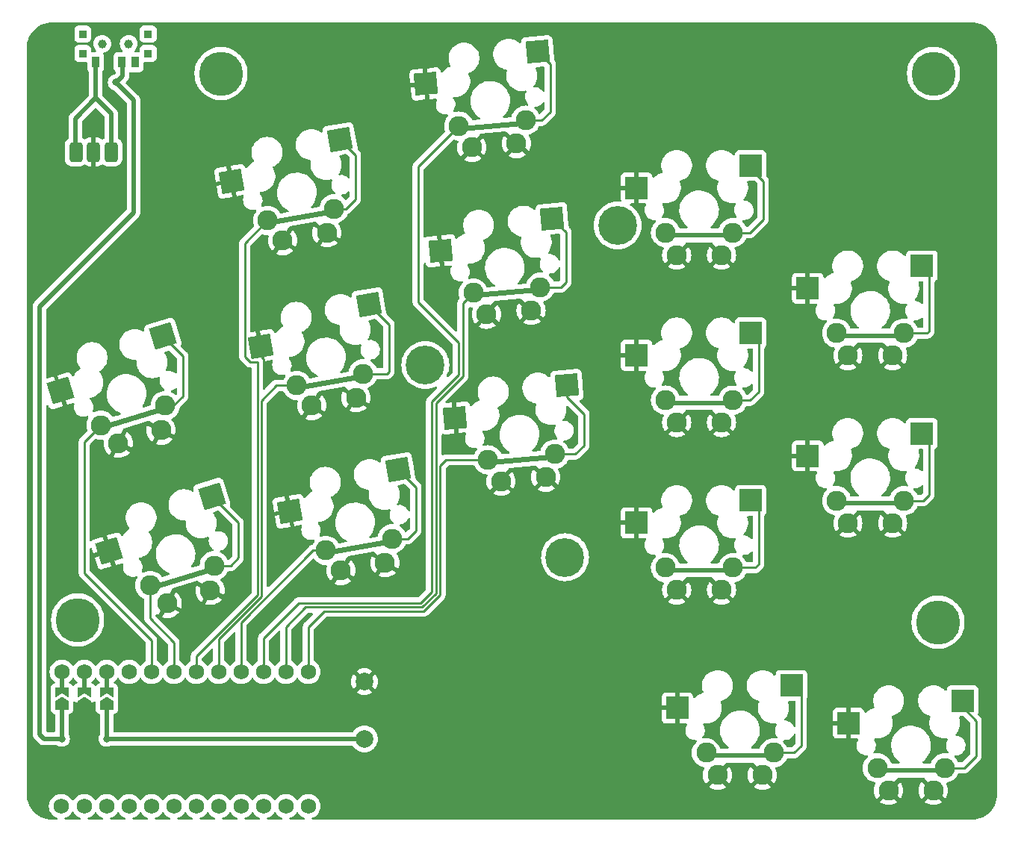
<source format=gbr>
%TF.GenerationSoftware,KiCad,Pcbnew,7.0.2*%
%TF.CreationDate,2023-09-29T08:21:04+02:00*%
%TF.ProjectId,wizza,77697a7a-612e-46b6-9963-61645f706362,v1.0.0*%
%TF.SameCoordinates,Original*%
%TF.FileFunction,Copper,L2,Bot*%
%TF.FilePolarity,Positive*%
%FSLAX46Y46*%
G04 Gerber Fmt 4.6, Leading zero omitted, Abs format (unit mm)*
G04 Created by KiCad (PCBNEW 7.0.2) date 2023-09-29 08:21:04*
%MOMM*%
%LPD*%
G01*
G04 APERTURE LIST*
G04 Aperture macros list*
%AMRoundRect*
0 Rectangle with rounded corners*
0 $1 Rounding radius*
0 $2 $3 $4 $5 $6 $7 $8 $9 X,Y pos of 4 corners*
0 Add a 4 corners polygon primitive as box body*
4,1,4,$2,$3,$4,$5,$6,$7,$8,$9,$2,$3,0*
0 Add four circle primitives for the rounded corners*
1,1,$1+$1,$2,$3*
1,1,$1+$1,$4,$5*
1,1,$1+$1,$6,$7*
1,1,$1+$1,$8,$9*
0 Add four rect primitives between the rounded corners*
20,1,$1+$1,$2,$3,$4,$5,0*
20,1,$1+$1,$4,$5,$6,$7,0*
20,1,$1+$1,$6,$7,$8,$9,0*
20,1,$1+$1,$8,$9,$2,$3,0*%
%AMRotRect*
0 Rectangle, with rotation*
0 The origin of the aperture is its center*
0 $1 length*
0 $2 width*
0 $3 Rotation angle, in degrees counterclockwise*
0 Add horizontal line*
21,1,$1,$2,0,0,$3*%
%AMFreePoly0*
4,1,6,0.150000,0.000000,0.650000,-0.750000,-0.500000,-0.750000,-0.500000,0.750000,0.650000,0.750000,0.150000,0.000000,0.150000,0.000000,$1*%
%AMFreePoly1*
4,1,6,0.500000,-0.750000,-0.500000,-0.750000,-1.000000,0.000000,-0.500000,0.750000,0.500000,0.750000,0.500000,-0.750000,0.500000,-0.750000,$1*%
G04 Aperture macros list end*
%TA.AperFunction,ComponentPad*%
%ADD10C,2.286000*%
%TD*%
%TA.AperFunction,SMDPad,CuDef*%
%ADD11RotRect,2.550000X2.500000X5.000000*%
%TD*%
%TA.AperFunction,SMDPad,CuDef*%
%ADD12RoundRect,0.147609X3.635590X0.466246X-3.661319X-0.172151X-3.635590X-0.466246X3.661319X0.172151X0*%
%TD*%
%TA.AperFunction,SMDPad,CuDef*%
%ADD13RotRect,2.550000X2.500000X10.000000*%
%TD*%
%TA.AperFunction,SMDPad,CuDef*%
%ADD14RoundRect,0.147609X3.581119X0.781334X-3.632383X-0.490601X-3.581119X-0.781334X3.632383X0.490601X0*%
%TD*%
%TA.AperFunction,SMDPad,CuDef*%
%ADD15R,0.500000X1.524000*%
%TD*%
%TA.AperFunction,ComponentPad*%
%ADD16C,1.752600*%
%TD*%
%TA.AperFunction,SMDPad,CuDef*%
%ADD17FreePoly0,270.000000*%
%TD*%
%TA.AperFunction,SMDPad,CuDef*%
%ADD18FreePoly1,270.000000*%
%TD*%
%TA.AperFunction,ComponentPad*%
%ADD19C,4.400000*%
%TD*%
%TA.AperFunction,SMDPad,CuDef*%
%ADD20RotRect,2.550000X2.500000X17.000000*%
%TD*%
%TA.AperFunction,SMDPad,CuDef*%
%ADD21RoundRect,0.147609X3.459205X1.211939X-3.545519X-0.929620X-3.459205X-1.211939X3.545519X0.929620X0*%
%TD*%
%TA.AperFunction,ComponentPad*%
%ADD22C,5.000000*%
%TD*%
%TA.AperFunction,SMDPad,CuDef*%
%ADD23R,2.550000X2.500000*%
%TD*%
%TA.AperFunction,SMDPad,CuDef*%
%ADD24RoundRect,0.147609X3.662391X0.147609X-3.662391X0.147609X-3.662391X-0.147609X3.662391X-0.147609X0*%
%TD*%
%TA.AperFunction,SMDPad,CuDef*%
%ADD25R,0.900000X0.900000*%
%TD*%
%TA.AperFunction,WasherPad*%
%ADD26C,1.000000*%
%TD*%
%TA.AperFunction,SMDPad,CuDef*%
%ADD27R,0.900000X1.250000*%
%TD*%
%TA.AperFunction,ComponentPad*%
%ADD28RoundRect,0.375000X-0.375000X-0.750000X0.375000X-0.750000X0.375000X0.750000X-0.375000X0.750000X0*%
%TD*%
%TA.AperFunction,ComponentPad*%
%ADD29C,2.000000*%
%TD*%
%TA.AperFunction,ViaPad*%
%ADD30C,0.800000*%
%TD*%
%TA.AperFunction,Conductor*%
%ADD31C,0.500000*%
%TD*%
%TA.AperFunction,Conductor*%
%ADD32C,0.250000*%
%TD*%
%TA.AperFunction,Conductor*%
%ADD33C,0.550000*%
%TD*%
G04 APERTURE END LIST*
D10*
%TO.P,S7,1*%
%TO.N,GND*%
X252063910Y-89345010D03*
X247003241Y-89787762D03*
D11*
X241811409Y-82592881D03*
D10*
%TO.P,S7,2*%
%TO.N,matrix_middle_home*%
X253107701Y-86703988D03*
D11*
X254467842Y-78935884D03*
D10*
X245516698Y-87368115D03*
D12*
X249288537Y-87339268D03*
%TD*%
D10*
%TO.P,S8,1*%
%TO.N,GND*%
X245347282Y-70860063D03*
X250407951Y-70417311D03*
D11*
X240155450Y-63665182D03*
D10*
%TO.P,S8,2*%
%TO.N,matrix_middle_top*%
X243860739Y-68440416D03*
D12*
X247632578Y-68411569D03*
D10*
X251451742Y-67776289D03*
D11*
X252811883Y-60008185D03*
%TD*%
D10*
%TO.P,S4,1*%
%TO.N,GND*%
X232209965Y-99250254D03*
D13*
X221407992Y-93417383D03*
D10*
X227207142Y-100132387D03*
D14*
%TO.P,S4,2*%
%TO.N,matrix_ring_home*%
X229270341Y-97494033D03*
D13*
X233697535Y-88671221D03*
D10*
X233019605Y-96528309D03*
X225515370Y-97851508D03*
%TD*%
D15*
%TO.P,MCU1,*%
%TO.N,*%
X203962000Y-131717523D03*
D16*
X198798254Y-145574000D03*
X198882000Y-130334000D03*
D15*
X201422000Y-131717523D03*
D16*
X201422000Y-145574000D03*
X203962000Y-130334000D03*
X201422000Y-130334000D03*
D17*
X198882000Y-132667523D03*
X201422000Y-132667523D03*
D15*
X198882000Y-131717523D03*
D16*
X203962000Y-145574000D03*
D17*
X203962000Y-132667523D03*
D18*
%TO.P,MCU1,1*%
%TO.N,RAW*%
X198882000Y-134117523D03*
%TO.P,MCU1,2*%
%TO.N,GND*%
X201422000Y-134117523D03*
%TO.P,MCU1,3*%
%TO.N,RST*%
X203962000Y-134117523D03*
D16*
%TO.P,MCU1,4*%
%TO.N,N/C*%
X206502000Y-145574000D03*
%TO.P,MCU1,5*%
X209042000Y-145574000D03*
%TO.P,MCU1,6*%
%TO.N,matrix_index_top*%
X211582000Y-145574000D03*
%TO.P,MCU1,7*%
%TO.N,matrix_index_home*%
X214122000Y-145574000D03*
%TO.P,MCU1,8*%
%TO.N,matrix_index_bottom*%
X216662000Y-145574000D03*
%TO.P,MCU1,9*%
%TO.N,matrix_inner_home*%
X219202000Y-145574000D03*
%TO.P,MCU1,10*%
%TO.N,matrix_inner_bottom*%
X221742000Y-145574000D03*
%TO.P,MCU1,11*%
%TO.N,thumb_tucky*%
X224282000Y-145574000D03*
%TO.P,MCU1,12*%
%TO.N,thumb_reachy*%
X226822000Y-145574000D03*
%TO.P,MCU1,16*%
%TO.N,N/C*%
X206502000Y-130334000D03*
%TO.P,MCU1,17*%
%TO.N,matrix_pinky_top*%
X209042000Y-130334000D03*
%TO.P,MCU1,18*%
%TO.N,matrix_pinky_home*%
X211582000Y-130334000D03*
%TO.P,MCU1,19*%
%TO.N,matrix_ring_top*%
X214122000Y-130334000D03*
%TO.P,MCU1,20*%
%TO.N,matrix_ring_home*%
X216662000Y-130334000D03*
%TO.P,MCU1,21*%
%TO.N,matrix_ring_bottom*%
X219202000Y-130334000D03*
%TO.P,MCU1,22*%
%TO.N,matrix_middle_top*%
X221742000Y-130334000D03*
%TO.P,MCU1,23*%
%TO.N,matrix_middle_home*%
X224282000Y-130334000D03*
%TO.P,MCU1,24*%
%TO.N,matrix_middle_bottom*%
X226822000Y-130334000D03*
%TD*%
D19*
%TO.P,,1*%
%TO.N,N/C*%
X255913847Y-117348000D03*
X261874000Y-79717074D03*
X240078461Y-95552461D03*
%TD*%
D10*
%TO.P,S1,1*%
%TO.N,GND*%
X215680448Y-121104245D03*
X210822420Y-122589493D03*
D20*
X204248143Y-116631280D03*
D10*
%TO.P,S1,2*%
%TO.N,matrix_pinky_home*%
X216152331Y-118303919D03*
D20*
X215867670Y-110422777D03*
D21*
X212548706Y-119719365D03*
D10*
X208865289Y-120531791D03*
%TD*%
D22*
%TO.P,,1,1*%
%TO.N,N/C*%
X200660000Y-124460000D03*
%TD*%
D10*
%TO.P,S9,1*%
%TO.N,GND*%
X268575601Y-121066367D03*
D23*
X264030601Y-113446367D03*
D10*
X273655601Y-121066367D03*
D23*
%TO.P,S9,2*%
%TO.N,matrix_index_bottom*%
X276957601Y-110906367D03*
D10*
X267305601Y-118526367D03*
X274925601Y-118526367D03*
D24*
X271065601Y-118826367D03*
%TD*%
D23*
%TO.P,S12,1*%
%TO.N,GND*%
X283430601Y-105846367D03*
D10*
X287975601Y-113466367D03*
X293055601Y-113466367D03*
%TO.P,S12,2*%
%TO.N,matrix_inner_bottom*%
X286705601Y-110926367D03*
D24*
X290465601Y-111226367D03*
D23*
X296357601Y-103306367D03*
D10*
X294325601Y-110926367D03*
%TD*%
%TO.P,S14,1*%
%TO.N,GND*%
X278280601Y-142066367D03*
D23*
X268655601Y-134446367D03*
D10*
X273200601Y-142066367D03*
D24*
%TO.P,S14,2*%
%TO.N,thumb_tucky*%
X275690601Y-139826367D03*
D23*
X281582601Y-131906367D03*
D10*
X271930601Y-139526367D03*
X279550601Y-139526367D03*
%TD*%
%TO.P,S3,1*%
%TO.N,GND*%
X235509281Y-117961601D03*
D13*
X224707308Y-112128730D03*
D10*
X230506458Y-118843734D03*
D13*
%TO.P,S3,2*%
%TO.N,matrix_ring_bottom*%
X236996851Y-107382568D03*
D10*
X228814686Y-116562855D03*
D14*
X232569657Y-116205380D03*
D10*
X236318921Y-115239656D03*
%TD*%
D25*
%TO.P,T2,*%
%TO.N,*%
X208650615Y-58006416D03*
X201250615Y-58006416D03*
X208650615Y-60206416D03*
X201250615Y-60206416D03*
D26*
X203450615Y-59106416D03*
X206450615Y-59106416D03*
D27*
%TO.P,T2,1*%
%TO.N,b+*%
X202700615Y-61181416D03*
%TO.P,T2,2*%
%TO.N,RAW*%
X205700615Y-61181416D03*
%TO.P,T2,3*%
%TO.N,N/C*%
X207200615Y-61181416D03*
%TD*%
D22*
%TO.P,,1,1*%
%TO.N,N/C*%
X297688000Y-62484000D03*
%TD*%
%TO.P,,1,1*%
%TO.N,N/C*%
X216916000Y-62484000D03*
%TD*%
D10*
%TO.P,S6,1*%
%TO.N,GND*%
X253719870Y-108272709D03*
D11*
X243467369Y-101520580D03*
D10*
X248659201Y-108715461D03*
%TO.P,S6,2*%
%TO.N,matrix_middle_bottom*%
X254763661Y-105631687D03*
D12*
X250944497Y-106266967D03*
D10*
X247172658Y-106295814D03*
D11*
X256123802Y-97863583D03*
%TD*%
D22*
%TO.P,,1,1*%
%TO.N,N/C*%
X298196000Y-124714000D03*
%TD*%
D10*
%TO.P,S15,1*%
%TO.N,GND*%
X292600601Y-143776367D03*
D23*
X288055601Y-136156367D03*
D10*
X297680601Y-143776367D03*
%TO.P,S15,2*%
%TO.N,thumb_reachy*%
X291330601Y-141236367D03*
X298950601Y-141236367D03*
D24*
X295090601Y-141536367D03*
D23*
X300982601Y-133616367D03*
%TD*%
D28*
%TO.P,PAD1,1*%
%TO.N,b+*%
X204470000Y-71374000D03*
%TO.P,PAD1,2*%
%TO.N,GND*%
X202470000Y-71374000D03*
%TO.P,PAD1,3*%
%TO.N,b+*%
X200470000Y-71374000D03*
%TD*%
D29*
%TO.P,B1,1*%
%TO.N,RST*%
X233172000Y-137954000D03*
%TO.P,B1,2*%
%TO.N,GND*%
X233172000Y-131454000D03*
%TD*%
D23*
%TO.P,S11,1*%
%TO.N,GND*%
X264030601Y-75446367D03*
D10*
X273655601Y-83066367D03*
X268575601Y-83066367D03*
%TO.P,S11,2*%
%TO.N,matrix_index_top*%
X267305601Y-80526367D03*
D24*
X271065601Y-80826367D03*
D23*
X276957601Y-72906367D03*
D10*
X274925601Y-80526367D03*
%TD*%
%TO.P,S2,1*%
%TO.N,GND*%
X205267357Y-104419702D03*
D20*
X198693080Y-98461489D03*
D10*
X210125385Y-102934454D03*
%TO.P,S2,2*%
%TO.N,matrix_pinky_top*%
X210597268Y-100134128D03*
X203310226Y-102362000D03*
D20*
X210312607Y-92252986D03*
D21*
X206993643Y-101549574D03*
%TD*%
D10*
%TO.P,S13,1*%
%TO.N,GND*%
X293055601Y-94466367D03*
D23*
X283430601Y-86846367D03*
D10*
X287975601Y-94466367D03*
%TO.P,S13,2*%
%TO.N,matrix_inner_home*%
X286705601Y-91926367D03*
X294325601Y-91926367D03*
D23*
X296357601Y-84306367D03*
D24*
X290465601Y-92226367D03*
%TD*%
D10*
%TO.P,S5,1*%
%TO.N,GND*%
X228910650Y-80538907D03*
X223907827Y-81421040D03*
D13*
X218108677Y-74706036D03*
D10*
%TO.P,S5,2*%
%TO.N,matrix_ring_top*%
X229720290Y-77816962D03*
X222216055Y-79140161D03*
D13*
X230398220Y-69959874D03*
D14*
X225971026Y-78782686D03*
%TD*%
D10*
%TO.P,S10,1*%
%TO.N,GND*%
X268575601Y-102066367D03*
X273655601Y-102066367D03*
D23*
X264030601Y-94446367D03*
D10*
%TO.P,S10,2*%
%TO.N,matrix_index_home*%
X274925601Y-99526367D03*
D24*
X271065601Y-99826367D03*
D10*
X267305601Y-99526367D03*
D23*
X276957601Y-91906367D03*
%TD*%
D30*
%TO.N,GND*%
X201422000Y-137922000D03*
%TO.N,RAW*%
X205002642Y-63493715D03*
X198882000Y-137922000D03*
%TO.N,RST*%
X203962000Y-137922000D03*
%TD*%
D31*
%TO.N,GND*%
X201422000Y-134117523D02*
X201422000Y-137954000D01*
D32*
%TO.N,matrix_pinky_home*%
X215867670Y-110422777D02*
X218870446Y-113425553D01*
X217992081Y-118303919D02*
X216152331Y-118303919D01*
X211582000Y-130334000D02*
X211582000Y-127000000D01*
X208865289Y-124283289D02*
X208865289Y-120531791D01*
X218870446Y-117425554D02*
X217992081Y-118303919D01*
X211582000Y-127000000D02*
X208865289Y-124283289D01*
X218870446Y-113425553D02*
X218870446Y-117425554D01*
%TO.N,matrix_ring_bottom*%
X239014000Y-109399717D02*
X239014000Y-114300000D01*
X227353145Y-116562855D02*
X228814686Y-116562855D01*
X236996851Y-107382568D02*
X239014000Y-109399717D01*
X219202000Y-130334000D02*
X219202000Y-124714000D01*
X238074344Y-115239656D02*
X236318921Y-115239656D01*
X239014000Y-114300000D02*
X238074344Y-115239656D01*
X219202000Y-124714000D02*
X227353145Y-116562855D01*
%TO.N,matrix_ring_home*%
X223204492Y-97851508D02*
X225515370Y-97851508D01*
X235966000Y-96266000D02*
X235703691Y-96528309D01*
X221488000Y-99568000D02*
X223204492Y-97851508D01*
X216662000Y-130334000D02*
X216662000Y-126618282D01*
X216662000Y-126618282D02*
X221488000Y-121792282D01*
X235703691Y-96528309D02*
X233019605Y-96528309D01*
X233697535Y-88671221D02*
X234058463Y-89032149D01*
X235966000Y-90932000D02*
X235966000Y-96266000D01*
X234066149Y-89032149D02*
X235966000Y-90932000D01*
X234058463Y-89032149D02*
X234066149Y-89032149D01*
X221488000Y-121792282D02*
X221488000Y-99568000D01*
%TO.N,matrix_ring_top*%
X232156000Y-76708000D02*
X231047038Y-77816962D01*
X232156000Y-71717654D02*
X232156000Y-76708000D01*
X220234802Y-95194794D02*
X219610302Y-94570294D01*
X221038480Y-95194794D02*
X220234802Y-95194794D01*
X231047038Y-77816962D02*
X229720290Y-77816962D01*
X219610302Y-94570294D02*
X219610302Y-81745914D01*
X230398220Y-69959874D02*
X232156000Y-71717654D01*
X219610302Y-81745914D02*
X222216055Y-79140161D01*
X214122000Y-128522564D02*
X221038480Y-121606084D01*
X214122000Y-130334000D02*
X214122000Y-128522564D01*
X221038480Y-121606084D02*
X221038480Y-95194794D01*
%TO.N,matrix_middle_bottom*%
X256123802Y-97863583D02*
X256123802Y-99151802D01*
X228600000Y-123444000D02*
X239904395Y-123444000D01*
X226822000Y-125222000D02*
X228600000Y-123444000D01*
X258064000Y-104648000D02*
X257080313Y-105631687D01*
X242446186Y-106295814D02*
X247172658Y-106295814D01*
X241750000Y-121598395D02*
X241750000Y-106992000D01*
X241750000Y-106992000D02*
X242446186Y-106295814D01*
X239904395Y-123444000D02*
X241750000Y-121598395D01*
X256123802Y-99151802D02*
X258064000Y-101092000D01*
X258064000Y-101092000D02*
X258064000Y-104648000D01*
X257080313Y-105631687D02*
X254763661Y-105631687D01*
X226822000Y-130334000D02*
X226822000Y-125222000D01*
%TO.N,matrix_middle_home*%
X241300000Y-121411999D02*
X241300000Y-99822000D01*
X224282000Y-125222000D02*
X226509520Y-122994480D01*
X241300000Y-99822000D02*
X244348000Y-96774000D01*
X239717519Y-122994480D02*
X241300000Y-121411999D01*
X226509520Y-122994480D02*
X239717519Y-122994480D01*
X255434012Y-86703988D02*
X253107701Y-86703988D01*
X224282000Y-130334000D02*
X224282000Y-125222000D01*
X256032000Y-86106000D02*
X255434012Y-86703988D01*
X244348000Y-88536813D02*
X245516698Y-87368115D01*
X244348000Y-96774000D02*
X244348000Y-88536813D01*
X256032000Y-80500042D02*
X256032000Y-86106000D01*
X254467842Y-78935884D02*
X256032000Y-80500042D01*
%TO.N,matrix_middle_top*%
X243840000Y-96646282D02*
X243840000Y-92964000D01*
X243840000Y-92964000D02*
X239268000Y-88392000D01*
X252811883Y-60008185D02*
X254254000Y-61450302D01*
X225689040Y-122544960D02*
X239531322Y-122544960D01*
X254254000Y-66802000D02*
X253279711Y-67776289D01*
X240792000Y-99694282D02*
X243840000Y-96646282D01*
X240792000Y-121284282D02*
X240792000Y-99694282D01*
X253279711Y-67776289D02*
X251451742Y-67776289D01*
X221742000Y-126492000D02*
X225689040Y-122544960D01*
X254254000Y-61450302D02*
X254254000Y-66802000D01*
X239531322Y-122544960D02*
X240792000Y-121284282D01*
X221742000Y-130334000D02*
X221742000Y-126492000D01*
X239268000Y-73033155D02*
X243860739Y-68440416D01*
X239268000Y-88392000D02*
X239268000Y-73033155D01*
%TO.N,matrix_index_bottom*%
X276957601Y-110906367D02*
X277876000Y-111824766D01*
X277876000Y-118110000D02*
X277459633Y-118526367D01*
X277459633Y-118526367D02*
X274925601Y-118526367D01*
X277876000Y-111824766D02*
X277876000Y-118110000D01*
%TO.N,matrix_index_home*%
X276957601Y-91906367D02*
X277876000Y-92824766D01*
X277876000Y-98552000D02*
X276901633Y-99526367D01*
X276901633Y-99526367D02*
X274925601Y-99526367D01*
X277876000Y-92824766D02*
X277876000Y-98552000D01*
%TO.N,matrix_index_top*%
X278384000Y-74676000D02*
X278384000Y-78994000D01*
X276957601Y-72906367D02*
X276957601Y-73249601D01*
X276851633Y-80526367D02*
X274925601Y-80526367D01*
X276957601Y-73249601D02*
X278384000Y-74676000D01*
X278384000Y-78994000D02*
X276851633Y-80526367D01*
%TO.N,matrix_inner_bottom*%
X296489633Y-110926367D02*
X294325601Y-110926367D01*
X296357601Y-103306367D02*
X297180000Y-104128766D01*
X297180000Y-110236000D02*
X296489633Y-110926367D01*
X297180000Y-104128766D02*
X297180000Y-110236000D01*
%TO.N,matrix_inner_home*%
X297180000Y-91694000D02*
X296947633Y-91926367D01*
X297180000Y-85128766D02*
X297180000Y-91694000D01*
X296947633Y-91926367D02*
X294325601Y-91926367D01*
X296357601Y-84306367D02*
X297180000Y-85128766D01*
%TO.N,thumb_tucky*%
X282702000Y-133025766D02*
X282702000Y-138684000D01*
X281582601Y-131906367D02*
X282702000Y-133025766D01*
X282702000Y-138684000D02*
X281859633Y-139526367D01*
X281859633Y-139526367D02*
X279550601Y-139526367D01*
%TO.N,thumb_reachy*%
X301147972Y-141236367D02*
X298950601Y-141236367D01*
X300982601Y-134358601D02*
X302514000Y-135890000D01*
X302514000Y-139870339D02*
X301147972Y-141236367D01*
X302514000Y-135890000D02*
X302514000Y-139870339D01*
X300982601Y-133616367D02*
X300982601Y-134358601D01*
D31*
%TO.N,RAW*%
X207010000Y-65501073D02*
X205002642Y-63493715D01*
D33*
X198882000Y-134117523D02*
X198882000Y-137954000D01*
D31*
X198882000Y-137922000D02*
X196850000Y-137922000D01*
X196342000Y-137414000D02*
X196342000Y-88900000D01*
X196342000Y-88900000D02*
X207010000Y-78232000D01*
X205752000Y-62744326D02*
X205054027Y-63442299D01*
X196850000Y-137922000D02*
X196342000Y-137414000D01*
X205752000Y-61130000D02*
X205752000Y-62744326D01*
X207010000Y-78232000D02*
X207010000Y-65501073D01*
%TO.N,RST*%
X203962000Y-137954000D02*
X233172000Y-137954000D01*
X203962000Y-134117523D02*
X203962000Y-137954000D01*
D32*
%TO.N,matrix_pinky_top*%
X201422000Y-119126000D02*
X201422000Y-104250226D01*
X211523872Y-100134128D02*
X210597268Y-100134128D01*
X209042000Y-130334000D02*
X209042000Y-126746000D01*
X210312607Y-92252986D02*
X212598000Y-94538379D01*
X212598000Y-99060000D02*
X211523872Y-100134128D01*
X212598000Y-94538379D02*
X212598000Y-99060000D01*
X201422000Y-104250226D02*
X203310226Y-102362000D01*
X209042000Y-126746000D02*
X201422000Y-119126000D01*
D31*
%TO.N,b+*%
X202700615Y-65269385D02*
X204470000Y-67038770D01*
X202700615Y-61181416D02*
X202700615Y-65269385D01*
X200406000Y-71310000D02*
X200470000Y-71374000D01*
X204470000Y-67038770D02*
X204470000Y-71374000D01*
X202700615Y-65269385D02*
X200406000Y-67564000D01*
X200406000Y-67564000D02*
X200406000Y-71310000D01*
%TD*%
%TA.AperFunction,Conductor*%
%TO.N,GND*%
G36*
X202744647Y-66402199D02*
G01*
X202789707Y-66431158D01*
X203674596Y-67316047D01*
X203708621Y-67378357D01*
X203711500Y-67405140D01*
X203711500Y-69750615D01*
X203691498Y-69818736D01*
X203642704Y-69862880D01*
X203624672Y-69872068D01*
X203611160Y-69878953D01*
X203548895Y-69929374D01*
X203483367Y-69956698D01*
X203413469Y-69944258D01*
X203390308Y-69929373D01*
X203328564Y-69879375D01*
X203163182Y-69795108D01*
X202983892Y-69747067D01*
X202909258Y-69741193D01*
X202904335Y-69741000D01*
X202724000Y-69741000D01*
X202724000Y-70889313D01*
X202689612Y-70868402D01*
X202545060Y-70827900D01*
X202432647Y-70827900D01*
X202321279Y-70843207D01*
X202215999Y-70888936D01*
X202216000Y-69741000D01*
X202035665Y-69741000D01*
X202030741Y-69741193D01*
X201956107Y-69747067D01*
X201776817Y-69795108D01*
X201611432Y-69879376D01*
X201549688Y-69929374D01*
X201484160Y-69956698D01*
X201414262Y-69944257D01*
X201391102Y-69929372D01*
X201328840Y-69878953D01*
X201233296Y-69830270D01*
X201181681Y-69781521D01*
X201164500Y-69718004D01*
X201164500Y-67930371D01*
X201184502Y-67862250D01*
X201201405Y-67841276D01*
X201904100Y-67138581D01*
X202611522Y-66431158D01*
X202673832Y-66397135D01*
X202744647Y-66402199D01*
G37*
%TD.AperFunction*%
%TA.AperFunction,Conductor*%
G36*
X301994126Y-56657119D02*
G01*
X302310977Y-56674914D01*
X302325013Y-56676495D01*
X302634393Y-56729062D01*
X302648151Y-56732202D01*
X302949703Y-56819078D01*
X302963034Y-56823743D01*
X302995938Y-56837372D01*
X303252952Y-56943831D01*
X303265683Y-56949962D01*
X303376299Y-57011097D01*
X303540336Y-57101758D01*
X303552296Y-57109274D01*
X303808220Y-57290863D01*
X303819258Y-57299664D01*
X304053259Y-57508783D01*
X304063239Y-57518764D01*
X304272344Y-57752754D01*
X304281150Y-57763796D01*
X304462736Y-58019721D01*
X304470254Y-58031685D01*
X304622048Y-58306340D01*
X304628178Y-58319070D01*
X304748264Y-58608984D01*
X304752931Y-58622322D01*
X304839800Y-58923860D01*
X304842944Y-58937635D01*
X304895506Y-59247005D01*
X304897088Y-59261046D01*
X304905917Y-59418268D01*
X304911462Y-59517029D01*
X304914903Y-59578297D01*
X304915101Y-59585361D01*
X304915101Y-144192830D01*
X304914903Y-144199894D01*
X304897112Y-144516741D01*
X304895530Y-144530782D01*
X304842968Y-144840148D01*
X304839824Y-144853924D01*
X304752953Y-145155466D01*
X304748286Y-145168803D01*
X304628199Y-145458716D01*
X304622068Y-145471447D01*
X304470275Y-145746096D01*
X304462757Y-145758060D01*
X304281168Y-146013982D01*
X304272358Y-146025029D01*
X304063261Y-146259005D01*
X304053269Y-146268997D01*
X303819276Y-146478100D01*
X303808229Y-146486910D01*
X303552298Y-146668496D01*
X303540333Y-146676013D01*
X303265695Y-146827793D01*
X303252965Y-146833924D01*
X302963034Y-146954010D01*
X302949696Y-146958676D01*
X302648164Y-147045538D01*
X302634388Y-147048682D01*
X302325021Y-147101237D01*
X302310980Y-147102819D01*
X301992949Y-147120669D01*
X301985888Y-147120867D01*
X227336073Y-147120867D01*
X227267952Y-147100865D01*
X227221459Y-147047209D01*
X227211355Y-146976935D01*
X227240849Y-146912355D01*
X227295161Y-146875694D01*
X227306581Y-146871773D01*
X227380174Y-146846509D01*
X227582010Y-146737281D01*
X227763114Y-146596322D01*
X227918547Y-146427477D01*
X228044069Y-146235351D01*
X228136257Y-146025185D01*
X228192594Y-145802712D01*
X228211546Y-145574000D01*
X228192594Y-145345288D01*
X228136257Y-145122815D01*
X228044069Y-144912649D01*
X227918547Y-144720523D01*
X227763114Y-144551678D01*
X227654451Y-144467102D01*
X227582008Y-144410717D01*
X227380173Y-144301490D01*
X227241765Y-144253975D01*
X227163113Y-144226974D01*
X227163110Y-144226973D01*
X227163109Y-144226973D01*
X226936751Y-144189200D01*
X226936748Y-144189200D01*
X226707252Y-144189200D01*
X226707249Y-144189200D01*
X226480890Y-144226973D01*
X226263826Y-144301490D01*
X226061991Y-144410717D01*
X225880882Y-144551681D01*
X225725456Y-144720519D01*
X225725454Y-144720521D01*
X225725453Y-144720523D01*
X225706323Y-144749804D01*
X225657482Y-144824560D01*
X225603478Y-144870648D01*
X225533130Y-144880223D01*
X225468773Y-144850245D01*
X225446520Y-144824563D01*
X225378547Y-144720523D01*
X225223114Y-144551678D01*
X225114451Y-144467102D01*
X225042008Y-144410717D01*
X224840173Y-144301490D01*
X224701765Y-144253975D01*
X224623113Y-144226974D01*
X224623110Y-144226973D01*
X224623109Y-144226973D01*
X224396751Y-144189200D01*
X224396748Y-144189200D01*
X224167252Y-144189200D01*
X224167249Y-144189200D01*
X223940890Y-144226973D01*
X223723826Y-144301490D01*
X223521991Y-144410717D01*
X223340882Y-144551681D01*
X223185456Y-144720519D01*
X223185454Y-144720521D01*
X223185453Y-144720523D01*
X223117481Y-144824561D01*
X223063479Y-144870648D01*
X222993131Y-144880223D01*
X222928774Y-144850246D01*
X222906519Y-144824563D01*
X222838547Y-144720523D01*
X222683114Y-144551678D01*
X222574451Y-144467102D01*
X222502008Y-144410717D01*
X222300173Y-144301490D01*
X222161765Y-144253975D01*
X222083113Y-144226974D01*
X222083110Y-144226973D01*
X222083109Y-144226973D01*
X221856751Y-144189200D01*
X221856748Y-144189200D01*
X221627252Y-144189200D01*
X221627249Y-144189200D01*
X221400890Y-144226973D01*
X221183826Y-144301490D01*
X220981991Y-144410717D01*
X220800882Y-144551681D01*
X220645456Y-144720519D01*
X220645454Y-144720521D01*
X220645453Y-144720523D01*
X220623798Y-144753669D01*
X220577483Y-144824559D01*
X220523479Y-144870647D01*
X220453131Y-144880222D01*
X220388774Y-144850244D01*
X220366517Y-144824559D01*
X220298547Y-144720523D01*
X220143114Y-144551678D01*
X220034451Y-144467102D01*
X219962008Y-144410717D01*
X219760173Y-144301490D01*
X219621765Y-144253975D01*
X219543113Y-144226974D01*
X219543110Y-144226973D01*
X219543109Y-144226973D01*
X219316751Y-144189200D01*
X219316748Y-144189200D01*
X219087252Y-144189200D01*
X219087249Y-144189200D01*
X218860890Y-144226973D01*
X218643826Y-144301490D01*
X218441991Y-144410717D01*
X218260882Y-144551681D01*
X218105456Y-144720519D01*
X218105454Y-144720521D01*
X218105453Y-144720523D01*
X218037481Y-144824561D01*
X217983479Y-144870648D01*
X217913131Y-144880223D01*
X217848774Y-144850246D01*
X217826519Y-144824563D01*
X217758547Y-144720523D01*
X217603114Y-144551678D01*
X217494451Y-144467102D01*
X217422008Y-144410717D01*
X217220173Y-144301490D01*
X217081765Y-144253975D01*
X217003113Y-144226974D01*
X217003110Y-144226973D01*
X217003109Y-144226973D01*
X216776751Y-144189200D01*
X216776748Y-144189200D01*
X216547252Y-144189200D01*
X216547249Y-144189200D01*
X216320890Y-144226973D01*
X216103826Y-144301490D01*
X215901991Y-144410717D01*
X215720882Y-144551681D01*
X215565456Y-144720519D01*
X215565454Y-144720521D01*
X215565453Y-144720523D01*
X215497481Y-144824561D01*
X215443479Y-144870648D01*
X215373131Y-144880223D01*
X215308774Y-144850246D01*
X215286519Y-144824563D01*
X215218547Y-144720523D01*
X215063114Y-144551678D01*
X214954451Y-144467102D01*
X214882008Y-144410717D01*
X214680173Y-144301490D01*
X214541765Y-144253975D01*
X214463113Y-144226974D01*
X214463110Y-144226973D01*
X214463109Y-144226973D01*
X214236751Y-144189200D01*
X214236748Y-144189200D01*
X214007252Y-144189200D01*
X214007249Y-144189200D01*
X213780890Y-144226973D01*
X213563826Y-144301490D01*
X213361991Y-144410717D01*
X213180882Y-144551681D01*
X213025456Y-144720519D01*
X213025454Y-144720521D01*
X213025453Y-144720523D01*
X212957481Y-144824561D01*
X212903479Y-144870648D01*
X212833131Y-144880223D01*
X212768774Y-144850246D01*
X212746519Y-144824563D01*
X212678547Y-144720523D01*
X212523114Y-144551678D01*
X212414451Y-144467102D01*
X212342008Y-144410717D01*
X212140173Y-144301490D01*
X212001765Y-144253975D01*
X211923113Y-144226974D01*
X211923110Y-144226973D01*
X211923109Y-144226973D01*
X211696751Y-144189200D01*
X211696748Y-144189200D01*
X211467252Y-144189200D01*
X211467249Y-144189200D01*
X211240890Y-144226973D01*
X211023826Y-144301490D01*
X210821991Y-144410717D01*
X210640882Y-144551681D01*
X210485456Y-144720519D01*
X210485454Y-144720521D01*
X210485453Y-144720523D01*
X210463798Y-144753669D01*
X210417483Y-144824559D01*
X210363479Y-144870647D01*
X210293131Y-144880222D01*
X210228774Y-144850244D01*
X210206517Y-144824559D01*
X210138547Y-144720523D01*
X209983114Y-144551678D01*
X209874451Y-144467102D01*
X209802008Y-144410717D01*
X209600173Y-144301490D01*
X209461765Y-144253975D01*
X209383113Y-144226974D01*
X209383110Y-144226973D01*
X209383109Y-144226973D01*
X209156751Y-144189200D01*
X209156748Y-144189200D01*
X208927252Y-144189200D01*
X208927249Y-144189200D01*
X208700890Y-144226973D01*
X208483826Y-144301490D01*
X208281991Y-144410717D01*
X208100882Y-144551681D01*
X207945456Y-144720519D01*
X207945454Y-144720521D01*
X207945453Y-144720523D01*
X207877481Y-144824561D01*
X207823479Y-144870648D01*
X207753131Y-144880223D01*
X207688774Y-144850246D01*
X207666519Y-144824563D01*
X207598547Y-144720523D01*
X207443114Y-144551678D01*
X207334451Y-144467102D01*
X207262008Y-144410717D01*
X207060173Y-144301490D01*
X206921765Y-144253975D01*
X206843113Y-144226974D01*
X206843110Y-144226973D01*
X206843109Y-144226973D01*
X206616751Y-144189200D01*
X206616748Y-144189200D01*
X206387252Y-144189200D01*
X206387249Y-144189200D01*
X206160890Y-144226973D01*
X205943826Y-144301490D01*
X205741991Y-144410717D01*
X205560882Y-144551681D01*
X205405456Y-144720519D01*
X205405454Y-144720521D01*
X205405453Y-144720523D01*
X205337481Y-144824561D01*
X205283479Y-144870648D01*
X205213131Y-144880223D01*
X205148774Y-144850246D01*
X205126519Y-144824563D01*
X205058547Y-144720523D01*
X204903114Y-144551678D01*
X204794451Y-144467102D01*
X204722008Y-144410717D01*
X204520173Y-144301490D01*
X204381765Y-144253975D01*
X204303113Y-144226974D01*
X204303110Y-144226973D01*
X204303109Y-144226973D01*
X204076751Y-144189200D01*
X204076748Y-144189200D01*
X203847252Y-144189200D01*
X203847249Y-144189200D01*
X203620890Y-144226973D01*
X203403826Y-144301490D01*
X203201991Y-144410717D01*
X203020882Y-144551681D01*
X202865456Y-144720519D01*
X202865454Y-144720521D01*
X202865453Y-144720523D01*
X202846323Y-144749804D01*
X202797482Y-144824560D01*
X202743478Y-144870648D01*
X202673130Y-144880223D01*
X202608773Y-144850245D01*
X202586520Y-144824563D01*
X202518547Y-144720523D01*
X202363114Y-144551678D01*
X202254451Y-144467102D01*
X202182008Y-144410717D01*
X201980173Y-144301490D01*
X201841765Y-144253975D01*
X201763113Y-144226974D01*
X201763110Y-144226973D01*
X201763109Y-144226973D01*
X201536751Y-144189200D01*
X201536748Y-144189200D01*
X201307252Y-144189200D01*
X201307249Y-144189200D01*
X201080890Y-144226973D01*
X200863826Y-144301490D01*
X200661991Y-144410717D01*
X200480882Y-144551681D01*
X200325456Y-144720519D01*
X200325454Y-144720521D01*
X200325453Y-144720523D01*
X200227372Y-144870648D01*
X200215610Y-144888651D01*
X200161606Y-144934739D01*
X200091258Y-144944314D01*
X200026901Y-144914336D01*
X200004644Y-144888651D01*
X199992882Y-144870648D01*
X199894801Y-144720523D01*
X199739368Y-144551678D01*
X199630705Y-144467102D01*
X199558262Y-144410717D01*
X199356427Y-144301490D01*
X199218019Y-144253975D01*
X199139367Y-144226974D01*
X199139364Y-144226973D01*
X199139363Y-144226973D01*
X198913005Y-144189200D01*
X198913002Y-144189200D01*
X198683506Y-144189200D01*
X198683503Y-144189200D01*
X198457144Y-144226973D01*
X198240080Y-144301490D01*
X198038245Y-144410717D01*
X197857136Y-144551681D01*
X197701708Y-144720521D01*
X197576185Y-144912648D01*
X197528254Y-145021919D01*
X197483997Y-145122815D01*
X197427660Y-145345288D01*
X197408708Y-145574000D01*
X197427660Y-145802712D01*
X197483997Y-146025185D01*
X197576185Y-146235351D01*
X197598177Y-146269013D01*
X197701708Y-146427478D01*
X197851083Y-146589743D01*
X197857140Y-146596322D01*
X198002023Y-146709089D01*
X198038245Y-146737282D01*
X198240080Y-146846509D01*
X198325093Y-146875694D01*
X198383028Y-146916731D01*
X198409580Y-146982576D01*
X198396319Y-147052323D01*
X198347454Y-147103828D01*
X198284181Y-147120867D01*
X197806748Y-147120867D01*
X197799683Y-147120669D01*
X197482834Y-147102875D01*
X197468794Y-147101293D01*
X197159425Y-147048730D01*
X197145649Y-147045586D01*
X196844108Y-146958714D01*
X196830770Y-146954047D01*
X196540855Y-146833959D01*
X196528126Y-146827828D01*
X196253475Y-146676035D01*
X196241517Y-146668521D01*
X195985590Y-146486931D01*
X195974545Y-146478123D01*
X195974519Y-146478100D01*
X195876763Y-146390739D01*
X195740553Y-146269013D01*
X195730562Y-146259021D01*
X195521468Y-146025042D01*
X195512658Y-146013995D01*
X195413116Y-145873703D01*
X195331061Y-145758056D01*
X195323554Y-145746107D01*
X195171758Y-145471450D01*
X195165629Y-145458723D01*
X195165626Y-145458716D01*
X195045542Y-145168799D01*
X195040881Y-145155479D01*
X194954005Y-144853916D01*
X194950867Y-144840166D01*
X194898302Y-144530779D01*
X194896721Y-144516742D01*
X194890540Y-144406660D01*
X194878906Y-144199457D01*
X194878709Y-144192412D01*
X194878709Y-144171836D01*
X194878709Y-137391790D01*
X195578658Y-137391790D01*
X195583020Y-137441633D01*
X195583500Y-137452616D01*
X195583500Y-137458180D01*
X195583924Y-137461815D01*
X195583926Y-137461834D01*
X195587135Y-137489291D01*
X195587507Y-137492932D01*
X195594228Y-137569744D01*
X195598469Y-137588873D01*
X195624846Y-137661342D01*
X195626049Y-137664804D01*
X195650304Y-137738000D01*
X195658837Y-137755627D01*
X195701232Y-137820084D01*
X195703171Y-137823127D01*
X195723949Y-137856812D01*
X195743674Y-137888792D01*
X195756038Y-137903967D01*
X195756998Y-137904873D01*
X195756999Y-137904874D01*
X195812002Y-137956767D01*
X195812155Y-137956911D01*
X195814784Y-137959465D01*
X196268092Y-138412773D01*
X196280060Y-138426620D01*
X196294531Y-138446058D01*
X196329517Y-138475415D01*
X196332870Y-138478228D01*
X196340974Y-138485655D01*
X196344899Y-138489580D01*
X196369453Y-138508995D01*
X196372292Y-138511308D01*
X196431378Y-138560886D01*
X196447887Y-138571403D01*
X196449090Y-138571964D01*
X196449094Y-138571967D01*
X196517867Y-138604035D01*
X196521036Y-138605570D01*
X196588812Y-138639609D01*
X196590001Y-138640206D01*
X196608493Y-138646633D01*
X196609790Y-138646900D01*
X196609793Y-138646902D01*
X196684066Y-138662237D01*
X196687530Y-138663004D01*
X196761344Y-138680500D01*
X196761347Y-138680500D01*
X196762642Y-138680807D01*
X196782111Y-138682796D01*
X196783438Y-138682757D01*
X196783442Y-138682758D01*
X196857697Y-138680597D01*
X196859224Y-138680553D01*
X196862888Y-138680500D01*
X198339414Y-138680500D01*
X198407535Y-138700502D01*
X198413448Y-138704545D01*
X198425248Y-138713118D01*
X198599712Y-138790794D01*
X198786513Y-138830500D01*
X198786515Y-138830500D01*
X198977485Y-138830500D01*
X198977487Y-138830500D01*
X199164288Y-138790794D01*
X199338752Y-138713118D01*
X199493253Y-138600866D01*
X199621040Y-138458944D01*
X199716527Y-138293556D01*
X199775542Y-138111928D01*
X199795504Y-137922000D01*
X199775542Y-137732072D01*
X199716527Y-137550444D01*
X199716526Y-137550443D01*
X199716526Y-137550441D01*
X199682381Y-137491299D01*
X199665500Y-137428300D01*
X199665500Y-135231976D01*
X199685502Y-135163855D01*
X199739158Y-135117362D01*
X199756002Y-135111080D01*
X199820757Y-135092066D01*
X199845411Y-135084827D01*
X199968421Y-135005773D01*
X200064176Y-134895266D01*
X200124919Y-134762257D01*
X200145729Y-134617523D01*
X200145729Y-133809923D01*
X200165731Y-133741803D01*
X200219387Y-133695310D01*
X200289661Y-133685206D01*
X200352628Y-133713326D01*
X200401558Y-133754305D01*
X200535569Y-133812805D01*
X200608100Y-133821992D01*
X200680630Y-133831179D01*
X200680630Y-133831178D01*
X200680632Y-133831179D01*
X200824996Y-133807941D01*
X200956966Y-133744971D01*
X201352110Y-133481540D01*
X201419881Y-133460398D01*
X201488329Y-133479252D01*
X201491865Y-133481525D01*
X201887034Y-133744971D01*
X201958589Y-133784827D01*
X202027438Y-133805043D01*
X202098888Y-133826023D01*
X202098889Y-133826023D01*
X202245112Y-133826023D01*
X202316555Y-133805045D01*
X202385411Y-133784827D01*
X202504152Y-133708516D01*
X202572270Y-133688515D01*
X202640391Y-133708517D01*
X202686884Y-133762172D01*
X202698271Y-133814515D01*
X202698271Y-134617523D01*
X202698431Y-134619773D01*
X202698432Y-134619775D01*
X202703499Y-134690633D01*
X202730168Y-134781457D01*
X202744696Y-134830934D01*
X202748583Y-134836982D01*
X202823749Y-134953944D01*
X202919504Y-135036915D01*
X202934257Y-135049699D01*
X203067266Y-135110442D01*
X203095432Y-135114491D01*
X203160010Y-135143982D01*
X203198395Y-135203708D01*
X203203499Y-135239208D01*
X203203499Y-137384999D01*
X203186619Y-137447998D01*
X203127472Y-137550445D01*
X203068458Y-137732070D01*
X203048496Y-137922000D01*
X203068458Y-138111929D01*
X203127472Y-138293556D01*
X203222958Y-138458942D01*
X203240323Y-138478228D01*
X203350747Y-138600866D01*
X203505248Y-138713118D01*
X203679712Y-138790794D01*
X203866513Y-138830500D01*
X203866515Y-138830500D01*
X204057485Y-138830500D01*
X204057487Y-138830500D01*
X204244288Y-138790794D01*
X204395674Y-138723392D01*
X204446922Y-138712500D01*
X231797035Y-138712500D01*
X231865156Y-138732502D01*
X231904467Y-138772665D01*
X231947823Y-138843415D01*
X232102030Y-139023969D01*
X232282584Y-139178176D01*
X232485033Y-139302238D01*
X232485035Y-139302238D01*
X232485037Y-139302240D01*
X232704406Y-139393105D01*
X232879858Y-139435227D01*
X232935288Y-139448535D01*
X232952558Y-139449894D01*
X233172000Y-139467165D01*
X233408711Y-139448535D01*
X233639594Y-139393105D01*
X233858963Y-139302240D01*
X234061416Y-139178176D01*
X234241969Y-139023969D01*
X234396176Y-138843416D01*
X234520240Y-138640963D01*
X234611105Y-138421594D01*
X234666535Y-138190711D01*
X234685165Y-137954000D01*
X234666535Y-137717289D01*
X234663229Y-137703520D01*
X234651056Y-137652816D01*
X234611105Y-137486406D01*
X234520240Y-137267037D01*
X234510318Y-137250846D01*
X234396176Y-137064584D01*
X234241969Y-136884030D01*
X234061415Y-136729823D01*
X233858966Y-136605761D01*
X233639594Y-136514895D01*
X233408711Y-136459464D01*
X233189269Y-136442194D01*
X233172000Y-136440835D01*
X233171999Y-136440835D01*
X232935288Y-136459464D01*
X232704405Y-136514895D01*
X232485033Y-136605761D01*
X232282584Y-136729823D01*
X232102030Y-136884030D01*
X231947823Y-137064584D01*
X231904467Y-137135335D01*
X231851820Y-137182967D01*
X231797035Y-137195500D01*
X204846500Y-137195500D01*
X204778379Y-137175498D01*
X204731886Y-137121842D01*
X204720500Y-137069500D01*
X204720500Y-135239317D01*
X204740502Y-135171196D01*
X204794158Y-135124703D01*
X204811001Y-135118421D01*
X204813371Y-135117724D01*
X204925411Y-135084827D01*
X205048421Y-135005773D01*
X205144176Y-134895266D01*
X205204919Y-134762257D01*
X205213818Y-134700367D01*
X266872601Y-134700367D01*
X266872601Y-135741589D01*
X266872960Y-135748303D01*
X266879106Y-135805460D01*
X266930155Y-135942329D01*
X267017696Y-136059271D01*
X267134638Y-136146812D01*
X267271507Y-136197861D01*
X267328664Y-136204007D01*
X267335378Y-136204367D01*
X268401601Y-136204367D01*
X268909601Y-136204367D01*
X269622063Y-136204367D01*
X269690184Y-136224369D01*
X269736677Y-136278025D01*
X269746781Y-136348299D01*
X269731182Y-136393367D01*
X269654175Y-136526747D01*
X269585378Y-136725523D01*
X269555443Y-136933720D01*
X269565452Y-137143825D01*
X269615042Y-137348236D01*
X269702421Y-137539572D01*
X269819169Y-137703520D01*
X269824432Y-137710911D01*
X269976664Y-137856064D01*
X270079263Y-137922000D01*
X270153616Y-137969784D01*
X270348888Y-138047960D01*
X270555430Y-138087767D01*
X270710068Y-138087767D01*
X270713069Y-138087767D01*
X270719972Y-138087107D01*
X270789684Y-138100535D01*
X270841072Y-138149523D01*
X270857818Y-138218516D01*
X270834605Y-138285611D01*
X270813791Y-138308346D01*
X270759200Y-138354971D01*
X270590377Y-138552638D01*
X270454554Y-138774279D01*
X270355074Y-139014446D01*
X270294389Y-139267216D01*
X270273994Y-139526366D01*
X270294389Y-139785517D01*
X270355074Y-140038287D01*
X270454554Y-140278454D01*
X270590377Y-140500095D01*
X270759202Y-140697765D01*
X270956872Y-140866590D01*
X271178513Y-141002413D01*
X271178515Y-141002413D01*
X271178517Y-141002415D01*
X271418681Y-141101894D01*
X271620951Y-141150454D01*
X271633946Y-141153574D01*
X271695515Y-141188926D01*
X271728198Y-141251953D01*
X271721618Y-141322644D01*
X271720941Y-141324311D01*
X271625552Y-141554600D01*
X271564885Y-141807294D01*
X271544496Y-142066367D01*
X271564885Y-142325439D01*
X271625552Y-142578133D01*
X271725000Y-142818221D01*
X271860786Y-143039803D01*
X271864087Y-143043668D01*
X272522233Y-142385523D01*
X272547271Y-142443567D01*
X272651870Y-142584068D01*
X272786051Y-142696660D01*
X272881553Y-142744623D01*
X272223298Y-143402878D01*
X272223298Y-143402880D01*
X272227166Y-143406183D01*
X272448746Y-143541967D01*
X272688834Y-143641415D01*
X272941528Y-143702082D01*
X273200601Y-143722471D01*
X273459673Y-143702082D01*
X273712367Y-143641415D01*
X273952455Y-143541967D01*
X274174038Y-143406181D01*
X274177903Y-143402879D01*
X273521853Y-142746828D01*
X273539176Y-142740524D01*
X273685521Y-142644272D01*
X273805724Y-142516864D01*
X273880606Y-142387162D01*
X274537113Y-143043669D01*
X274540415Y-143039804D01*
X274676201Y-142818221D01*
X274775649Y-142578133D01*
X274836316Y-142325439D01*
X274856705Y-142066366D01*
X274836316Y-141807294D01*
X274775649Y-141554600D01*
X274676201Y-141314512D01*
X274540417Y-141092932D01*
X274537114Y-141089064D01*
X274537112Y-141089064D01*
X273878967Y-141747208D01*
X273853931Y-141689167D01*
X273749332Y-141548666D01*
X273615151Y-141436074D01*
X273519646Y-141388110D01*
X274190012Y-140717743D01*
X274196438Y-140692184D01*
X274248224Y-140643618D01*
X274305032Y-140630085D01*
X277176167Y-140630085D01*
X277244288Y-140650087D01*
X277290781Y-140703743D01*
X277294115Y-140720671D01*
X277959348Y-141385905D01*
X277942026Y-141392210D01*
X277795681Y-141488462D01*
X277675478Y-141615870D01*
X277600595Y-141745570D01*
X276944088Y-141089064D01*
X276940785Y-141092932D01*
X276805000Y-141314512D01*
X276705552Y-141554600D01*
X276644885Y-141807294D01*
X276624496Y-142066366D01*
X276644885Y-142325439D01*
X276705552Y-142578133D01*
X276805000Y-142818221D01*
X276940786Y-143039803D01*
X276944086Y-143043668D01*
X276944088Y-143043668D01*
X277602233Y-142385523D01*
X277627271Y-142443567D01*
X277731870Y-142584068D01*
X277866051Y-142696660D01*
X277961553Y-142744623D01*
X277303298Y-143402878D01*
X277303298Y-143402880D01*
X277307166Y-143406183D01*
X277528746Y-143541967D01*
X277768834Y-143641415D01*
X278021528Y-143702082D01*
X278280601Y-143722471D01*
X278539673Y-143702082D01*
X278792367Y-143641415D01*
X279032455Y-143541967D01*
X279254038Y-143406181D01*
X279257903Y-143402879D01*
X278601853Y-142746828D01*
X278619176Y-142740524D01*
X278765521Y-142644272D01*
X278885724Y-142516864D01*
X278960606Y-142387162D01*
X279617113Y-143043669D01*
X279620415Y-143039804D01*
X279756201Y-142818221D01*
X279855649Y-142578133D01*
X279916316Y-142325439D01*
X279936705Y-142066367D01*
X279916316Y-141807294D01*
X279855649Y-141554600D01*
X279760260Y-141324311D01*
X279752671Y-141253722D01*
X279784450Y-141190235D01*
X279845508Y-141154007D01*
X279847230Y-141153580D01*
X280062521Y-141101894D01*
X280302685Y-141002415D01*
X280524330Y-140866590D01*
X280721999Y-140697765D01*
X280890824Y-140500096D01*
X281019505Y-140290109D01*
X281026646Y-140278456D01*
X281026647Y-140278454D01*
X281026649Y-140278451D01*
X281043550Y-140237647D01*
X281088099Y-140182368D01*
X281155462Y-140159947D01*
X281159959Y-140159867D01*
X281775780Y-140159867D01*
X281796568Y-140162162D01*
X281799540Y-140162068D01*
X281799542Y-140162069D01*
X281867618Y-140159929D01*
X281871578Y-140159867D01*
X281895527Y-140159867D01*
X281899489Y-140159867D01*
X281903489Y-140159361D01*
X281915332Y-140158428D01*
X281959522Y-140157040D01*
X281978971Y-140151388D01*
X281998331Y-140147379D01*
X282018430Y-140144841D01*
X282059548Y-140128560D01*
X282070750Y-140124724D01*
X282113226Y-140112385D01*
X282130672Y-140102066D01*
X282148413Y-140093376D01*
X282167250Y-140085919D01*
X282203025Y-140059925D01*
X282212936Y-140053415D01*
X282250995Y-140030909D01*
X282265324Y-140016579D01*
X282280352Y-140003744D01*
X282296740Y-139991839D01*
X282324936Y-139957753D01*
X282332905Y-139948997D01*
X283090657Y-139191245D01*
X283106978Y-139178171D01*
X283109014Y-139176002D01*
X283109018Y-139176000D01*
X283155661Y-139126328D01*
X283158353Y-139123550D01*
X283178135Y-139103770D01*
X283180613Y-139100574D01*
X283188308Y-139091563D01*
X283218586Y-139059321D01*
X283228342Y-139041571D01*
X283239195Y-139025050D01*
X283251614Y-139009041D01*
X283269175Y-138968454D01*
X283274388Y-138957813D01*
X283295695Y-138919060D01*
X283300733Y-138899434D01*
X283307137Y-138880732D01*
X283308009Y-138878717D01*
X283315181Y-138862145D01*
X283322096Y-138818481D01*
X283324504Y-138806853D01*
X283326838Y-138797764D01*
X283335500Y-138764030D01*
X283335500Y-138743774D01*
X283337051Y-138724063D01*
X283337157Y-138723393D01*
X283340220Y-138704057D01*
X283336059Y-138660036D01*
X283335500Y-138648179D01*
X283335500Y-136410367D01*
X286272601Y-136410367D01*
X286272601Y-137451589D01*
X286272960Y-137458303D01*
X286279106Y-137515460D01*
X286330155Y-137652329D01*
X286417696Y-137769271D01*
X286534638Y-137856812D01*
X286671507Y-137907861D01*
X286728664Y-137914007D01*
X286735378Y-137914367D01*
X287801601Y-137914367D01*
X288309601Y-137914367D01*
X289022063Y-137914367D01*
X289090184Y-137934369D01*
X289136677Y-137988025D01*
X289146781Y-138058299D01*
X289131182Y-138103367D01*
X289054175Y-138236747D01*
X288985378Y-138435523D01*
X288955443Y-138643720D01*
X288965452Y-138853825D01*
X289015042Y-139058236D01*
X289102421Y-139249572D01*
X289219169Y-139413520D01*
X289224432Y-139420911D01*
X289376664Y-139566064D01*
X289490384Y-139639147D01*
X289553616Y-139679784D01*
X289748888Y-139757960D01*
X289955430Y-139797767D01*
X290110068Y-139797767D01*
X290113069Y-139797767D01*
X290119972Y-139797107D01*
X290189684Y-139810535D01*
X290241072Y-139859523D01*
X290257818Y-139928516D01*
X290234605Y-139995611D01*
X290213791Y-140018346D01*
X290159200Y-140064971D01*
X289990377Y-140262638D01*
X289854554Y-140484279D01*
X289755074Y-140724446D01*
X289694389Y-140977216D01*
X289673994Y-141236367D01*
X289694389Y-141495517D01*
X289755074Y-141748287D01*
X289854554Y-141988454D01*
X289990377Y-142210095D01*
X290159202Y-142407765D01*
X290356872Y-142576590D01*
X290578513Y-142712413D01*
X290578515Y-142712413D01*
X290578517Y-142712415D01*
X290818681Y-142811894D01*
X291020951Y-142860454D01*
X291033946Y-142863574D01*
X291095515Y-142898926D01*
X291128198Y-142961953D01*
X291121618Y-143032644D01*
X291120941Y-143034311D01*
X291025552Y-143264600D01*
X290964885Y-143517294D01*
X290944496Y-143776367D01*
X290964885Y-144035439D01*
X291025552Y-144288133D01*
X291125000Y-144528221D01*
X291260786Y-144749803D01*
X291264087Y-144753668D01*
X291922233Y-144095523D01*
X291947271Y-144153567D01*
X292051870Y-144294068D01*
X292186051Y-144406660D01*
X292281553Y-144454623D01*
X291623298Y-145112878D01*
X291623298Y-145112880D01*
X291627166Y-145116183D01*
X291848746Y-145251967D01*
X292088834Y-145351415D01*
X292341528Y-145412082D01*
X292600600Y-145432471D01*
X292859673Y-145412082D01*
X293112367Y-145351415D01*
X293352455Y-145251967D01*
X293574038Y-145116181D01*
X293577903Y-145112879D01*
X292921853Y-144456828D01*
X292939176Y-144450524D01*
X293085521Y-144354272D01*
X293205724Y-144226864D01*
X293280606Y-144097162D01*
X293937113Y-144753669D01*
X293940415Y-144749804D01*
X294076201Y-144528221D01*
X294175649Y-144288133D01*
X294236316Y-144035439D01*
X294256705Y-143776367D01*
X294236316Y-143517294D01*
X294175649Y-143264600D01*
X294076201Y-143024512D01*
X293940417Y-142802932D01*
X293937114Y-142799064D01*
X293937112Y-142799064D01*
X293278967Y-143457208D01*
X293253931Y-143399167D01*
X293149332Y-143258666D01*
X293015151Y-143146074D01*
X292919646Y-143098110D01*
X293590012Y-142427743D01*
X293596438Y-142402184D01*
X293648224Y-142353618D01*
X293705032Y-142340085D01*
X296576167Y-142340085D01*
X296644288Y-142360087D01*
X296690781Y-142413743D01*
X296694115Y-142430671D01*
X297359348Y-143095905D01*
X297342026Y-143102210D01*
X297195681Y-143198462D01*
X297075478Y-143325870D01*
X297000595Y-143455570D01*
X296344088Y-142799064D01*
X296340785Y-142802932D01*
X296205000Y-143024512D01*
X296105552Y-143264600D01*
X296044885Y-143517294D01*
X296024496Y-143776367D01*
X296044885Y-144035439D01*
X296105552Y-144288133D01*
X296205000Y-144528221D01*
X296340786Y-144749803D01*
X296344086Y-144753668D01*
X296344088Y-144753668D01*
X297002233Y-144095523D01*
X297027271Y-144153567D01*
X297131870Y-144294068D01*
X297266051Y-144406660D01*
X297361553Y-144454623D01*
X296703298Y-145112878D01*
X296703298Y-145112880D01*
X296707166Y-145116183D01*
X296928746Y-145251967D01*
X297168834Y-145351415D01*
X297421528Y-145412082D01*
X297680600Y-145432471D01*
X297939673Y-145412082D01*
X298192367Y-145351415D01*
X298432455Y-145251967D01*
X298654038Y-145116181D01*
X298657903Y-145112879D01*
X298001853Y-144456828D01*
X298019176Y-144450524D01*
X298165521Y-144354272D01*
X298285724Y-144226864D01*
X298360606Y-144097162D01*
X299017113Y-144753669D01*
X299020415Y-144749804D01*
X299156201Y-144528221D01*
X299255649Y-144288133D01*
X299316316Y-144035439D01*
X299336705Y-143776366D01*
X299316316Y-143517294D01*
X299255649Y-143264600D01*
X299160260Y-143034311D01*
X299152671Y-142963722D01*
X299184450Y-142900235D01*
X299245508Y-142864007D01*
X299247230Y-142863580D01*
X299462521Y-142811894D01*
X299702685Y-142712415D01*
X299924330Y-142576590D01*
X300121999Y-142407765D01*
X300290824Y-142210096D01*
X300426649Y-141988451D01*
X300443550Y-141947647D01*
X300488099Y-141892368D01*
X300555462Y-141869947D01*
X300559959Y-141869867D01*
X301064119Y-141869867D01*
X301084907Y-141872162D01*
X301087879Y-141872068D01*
X301087881Y-141872069D01*
X301155957Y-141869929D01*
X301159917Y-141869867D01*
X301183866Y-141869867D01*
X301187828Y-141869867D01*
X301191828Y-141869361D01*
X301203671Y-141868428D01*
X301247861Y-141867040D01*
X301267310Y-141861388D01*
X301286670Y-141857379D01*
X301306769Y-141854841D01*
X301347887Y-141838560D01*
X301359089Y-141834724D01*
X301401565Y-141822385D01*
X301419011Y-141812066D01*
X301436752Y-141803376D01*
X301455589Y-141795919D01*
X301491364Y-141769925D01*
X301501275Y-141763415D01*
X301539334Y-141740909D01*
X301553663Y-141726579D01*
X301568691Y-141713744D01*
X301585079Y-141701839D01*
X301613275Y-141667753D01*
X301621244Y-141658997D01*
X302902658Y-140377583D01*
X302918979Y-140364509D01*
X302921014Y-140362341D01*
X302921018Y-140362339D01*
X302967676Y-140312651D01*
X302970368Y-140309873D01*
X302990134Y-140290109D01*
X302992601Y-140286927D01*
X303000308Y-140277901D01*
X303030586Y-140245660D01*
X303040343Y-140227909D01*
X303051199Y-140211382D01*
X303063613Y-140195380D01*
X303081172Y-140154800D01*
X303086392Y-140144148D01*
X303103854Y-140112385D01*
X303107695Y-140105399D01*
X303112732Y-140085778D01*
X303119138Y-140067069D01*
X303127181Y-140048484D01*
X303134096Y-140004816D01*
X303136504Y-139993192D01*
X303147500Y-139950369D01*
X303147500Y-139930113D01*
X303149051Y-139910404D01*
X303150215Y-139903053D01*
X303152220Y-139890396D01*
X303148058Y-139846374D01*
X303147499Y-139834515D01*
X303147499Y-137900561D01*
X303147499Y-135973843D01*
X303149795Y-135953066D01*
X303149643Y-135948233D01*
X303147562Y-135882013D01*
X303147500Y-135878054D01*
X303147500Y-135854107D01*
X303147500Y-135854106D01*
X303147500Y-135850144D01*
X303146994Y-135846147D01*
X303146061Y-135834297D01*
X303144673Y-135790110D01*
X303139020Y-135770656D01*
X303135012Y-135751298D01*
X303134634Y-135748303D01*
X303132474Y-135731203D01*
X303116190Y-135690077D01*
X303112359Y-135678888D01*
X303100018Y-135636407D01*
X303089704Y-135618968D01*
X303081008Y-135601216D01*
X303073552Y-135582383D01*
X303047571Y-135546624D01*
X303041050Y-135536698D01*
X303037712Y-135531054D01*
X303018542Y-135498637D01*
X303004213Y-135484308D01*
X302991376Y-135469277D01*
X302979473Y-135452893D01*
X302945406Y-135424711D01*
X302936626Y-135416721D01*
X302745098Y-135225193D01*
X302711072Y-135162881D01*
X302716136Y-135092069D01*
X302759590Y-134975568D01*
X302766101Y-134915005D01*
X302766101Y-132317729D01*
X302759590Y-132257166D01*
X302708490Y-132120163D01*
X302708489Y-132120161D01*
X302620862Y-132003105D01*
X302503806Y-131915478D01*
X302416943Y-131883080D01*
X302366802Y-131864378D01*
X302306239Y-131857867D01*
X299658963Y-131857867D01*
X299655614Y-131858226D01*
X299655614Y-131858227D01*
X299598400Y-131864378D01*
X299461395Y-131915478D01*
X299344339Y-132003105D01*
X299256712Y-132120161D01*
X299239047Y-132167523D01*
X299205612Y-132257166D01*
X299199101Y-132317729D01*
X299199101Y-132321097D01*
X299199101Y-132358268D01*
X299179099Y-132426389D01*
X299125443Y-132472882D01*
X299055169Y-132482986D01*
X298990589Y-132453492D01*
X298980737Y-132443970D01*
X298901217Y-132358268D01*
X298874582Y-132329562D01*
X298669458Y-132165981D01*
X298442244Y-132034799D01*
X298442243Y-132034798D01*
X298198018Y-131938947D01*
X297942231Y-131880565D01*
X297748437Y-131866042D01*
X297748423Y-131866041D01*
X297746095Y-131865867D01*
X297615107Y-131865867D01*
X297612779Y-131866041D01*
X297612764Y-131866042D01*
X297418970Y-131880565D01*
X297163183Y-131938947D01*
X296918957Y-132034799D01*
X296735466Y-132140738D01*
X296691744Y-132165981D01*
X296486620Y-132329562D01*
X296396778Y-132426389D01*
X296308164Y-132521892D01*
X296160373Y-132738662D01*
X296046537Y-132975043D01*
X295974572Y-133208353D01*
X295969205Y-133225752D01*
X295930101Y-133485185D01*
X295930101Y-133747549D01*
X295969205Y-134006982D01*
X295969206Y-134006985D01*
X296046537Y-134257690D01*
X296160373Y-134494071D01*
X296308164Y-134710841D01*
X296308166Y-134710843D01*
X296308168Y-134710846D01*
X296486620Y-134903172D01*
X296691744Y-135066753D01*
X296918958Y-135197935D01*
X297014963Y-135235614D01*
X297163184Y-135293787D01*
X297185524Y-135298885D01*
X297243313Y-135312075D01*
X297305274Y-135346733D01*
X297338662Y-135409389D01*
X297332876Y-135480149D01*
X297328799Y-135489582D01*
X297316537Y-135515045D01*
X297239206Y-135765748D01*
X297239205Y-135765752D01*
X297200101Y-136025185D01*
X297200101Y-136287549D01*
X297239205Y-136546982D01*
X297239206Y-136546985D01*
X297316537Y-136797690D01*
X297430373Y-137034071D01*
X297578164Y-137250841D01*
X297578166Y-137250843D01*
X297578168Y-137250846D01*
X297756620Y-137443172D01*
X297961744Y-137606753D01*
X298188958Y-137737935D01*
X298433185Y-137833787D01*
X298688971Y-137892169D01*
X298885107Y-137906867D01*
X298887460Y-137906867D01*
X299013742Y-137906867D01*
X299016095Y-137906867D01*
X299184467Y-137894249D01*
X299253890Y-137909105D01*
X299304262Y-137959136D01*
X299319590Y-138028458D01*
X299303000Y-138082897D01*
X299214175Y-138236747D01*
X299145378Y-138435523D01*
X299115443Y-138643720D01*
X299125452Y-138853825D01*
X299175042Y-139058236D01*
X299262423Y-139249576D01*
X299379168Y-139413520D01*
X299402389Y-139480611D01*
X299385651Y-139549607D01*
X299334269Y-139598600D01*
X299264555Y-139612036D01*
X299247120Y-139609126D01*
X299209755Y-139600156D01*
X298950601Y-139579760D01*
X298691450Y-139600155D01*
X298438680Y-139660840D01*
X298198513Y-139760320D01*
X297976872Y-139896143D01*
X297779202Y-140064968D01*
X297610377Y-140262638D01*
X297474554Y-140484279D01*
X297403895Y-140654867D01*
X297359347Y-140710148D01*
X297291983Y-140732569D01*
X297287486Y-140732649D01*
X296546182Y-140732649D01*
X296478061Y-140712647D01*
X296431568Y-140658991D01*
X296421464Y-140588717D01*
X296450958Y-140524137D01*
X296474873Y-140502769D01*
X296501802Y-140484283D01*
X296534681Y-140461713D01*
X296757540Y-140260149D01*
X296951544Y-140030679D01*
X297113232Y-139777399D01*
X297239719Y-139504827D01*
X297328747Y-139217829D01*
X297378727Y-138921525D01*
X297388768Y-138621203D01*
X297358690Y-138322222D01*
X297289031Y-138029918D01*
X297181032Y-137749507D01*
X297036622Y-137485992D01*
X296875292Y-137267033D01*
X296860870Y-137247459D01*
X296860869Y-137247457D01*
X296858378Y-137244077D01*
X296649480Y-137028078D01*
X296413655Y-136841849D01*
X296410040Y-136839708D01*
X296410036Y-136839705D01*
X296158739Y-136690862D01*
X296158737Y-136690861D01*
X296155114Y-136688715D01*
X295878468Y-136571407D01*
X295874415Y-136570296D01*
X295874410Y-136570295D01*
X295592719Y-136493132D01*
X295592715Y-136493131D01*
X295588655Y-136492019D01*
X295584484Y-136491458D01*
X295584479Y-136491457D01*
X295295022Y-136452528D01*
X295295012Y-136452527D01*
X295290846Y-136451967D01*
X295065568Y-136451967D01*
X295063484Y-136452106D01*
X295063469Y-136452107D01*
X294844980Y-136466733D01*
X294844965Y-136466734D01*
X294840782Y-136467015D01*
X294836654Y-136467853D01*
X294836654Y-136467854D01*
X294550446Y-136526028D01*
X294550444Y-136526028D01*
X294546314Y-136526868D01*
X294542335Y-136528249D01*
X294542330Y-136528251D01*
X294266441Y-136624050D01*
X294266438Y-136624050D01*
X294262450Y-136625436D01*
X294258691Y-136627335D01*
X294258678Y-136627341D01*
X293998024Y-136759056D01*
X293998013Y-136759062D01*
X293994258Y-136760960D01*
X293990793Y-136763337D01*
X293990782Y-136763345D01*
X293749990Y-136928639D01*
X293749983Y-136928644D01*
X293746521Y-136931021D01*
X293743404Y-136933839D01*
X293743399Y-136933844D01*
X293526787Y-137129758D01*
X293526782Y-137129762D01*
X293523662Y-137132585D01*
X293520950Y-137135791D01*
X293520940Y-137135803D01*
X293332374Y-137358841D01*
X293332365Y-137358852D01*
X293329658Y-137362055D01*
X293327399Y-137365592D01*
X293327392Y-137365603D01*
X293170242Y-137611775D01*
X293170238Y-137611781D01*
X293167970Y-137615335D01*
X293166193Y-137619162D01*
X293166193Y-137619164D01*
X293043255Y-137884087D01*
X293043251Y-137884095D01*
X293041483Y-137887907D01*
X293040239Y-137891917D01*
X293040236Y-137891925D01*
X292953702Y-138170882D01*
X292953698Y-138170895D01*
X292952455Y-138174905D01*
X292951755Y-138179054D01*
X292951754Y-138179059D01*
X292904544Y-138458944D01*
X292902475Y-138471209D01*
X292902334Y-138475409D01*
X292902334Y-138475415D01*
X292892685Y-138764030D01*
X292892434Y-138771531D01*
X292892854Y-138775715D01*
X292892855Y-138775716D01*
X292922089Y-139066313D01*
X292922090Y-139066321D01*
X292922512Y-139070512D01*
X292923488Y-139074610D01*
X292923489Y-139074612D01*
X292929696Y-139100656D01*
X292992171Y-139362816D01*
X293100170Y-139643227D01*
X293102190Y-139646913D01*
X293238771Y-139896143D01*
X293244580Y-139906742D01*
X293247073Y-139910126D01*
X293247074Y-139910127D01*
X293420011Y-140144840D01*
X293422824Y-140148657D01*
X293631722Y-140364656D01*
X293751051Y-140458889D01*
X293812942Y-140507764D01*
X293854007Y-140565680D01*
X293857242Y-140636603D01*
X293821619Y-140698015D01*
X293758449Y-140730420D01*
X293734854Y-140732649D01*
X292993716Y-140732649D01*
X292925595Y-140712647D01*
X292879102Y-140658991D01*
X292877307Y-140654867D01*
X292840481Y-140565962D01*
X292806649Y-140484283D01*
X292806645Y-140484277D01*
X292670824Y-140262638D01*
X292501999Y-140064968D01*
X292304329Y-139896143D01*
X292082688Y-139760320D01*
X291842521Y-139660840D01*
X291589751Y-139600155D01*
X291330601Y-139579760D01*
X291071446Y-139600156D01*
X291028104Y-139610561D01*
X290957196Y-139607013D01*
X290899463Y-139565692D01*
X290873234Y-139499718D01*
X290886838Y-139430037D01*
X290903462Y-139405537D01*
X290961856Y-139338148D01*
X291067027Y-139155986D01*
X291135823Y-138957213D01*
X291165758Y-138749012D01*
X291155749Y-138538908D01*
X291106159Y-138334496D01*
X291035174Y-138179059D01*
X291018778Y-138143157D01*
X290982957Y-138092854D01*
X290959736Y-138025763D01*
X290976474Y-137956767D01*
X291027856Y-137907774D01*
X291095005Y-137894119D01*
X291265107Y-137906867D01*
X291267460Y-137906867D01*
X291393742Y-137906867D01*
X291396095Y-137906867D01*
X291592231Y-137892169D01*
X291848017Y-137833787D01*
X292092244Y-137737935D01*
X292319458Y-137606753D01*
X292524582Y-137443172D01*
X292703034Y-137250846D01*
X292850829Y-137034071D01*
X292964664Y-136797690D01*
X293041997Y-136546982D01*
X293081101Y-136287549D01*
X293081101Y-136025185D01*
X293041997Y-135765752D01*
X292972623Y-135540845D01*
X292964664Y-135515043D01*
X292952404Y-135489585D01*
X292940869Y-135419532D01*
X292969039Y-135354363D01*
X293027969Y-135314769D01*
X293037878Y-135312078D01*
X293118017Y-135293787D01*
X293362244Y-135197935D01*
X293589458Y-135066753D01*
X293794582Y-134903172D01*
X293973034Y-134710846D01*
X294120829Y-134494071D01*
X294234664Y-134257690D01*
X294311997Y-134006982D01*
X294351101Y-133747549D01*
X294351101Y-133485185D01*
X294311997Y-133225752D01*
X294242623Y-133000846D01*
X294234664Y-132975043D01*
X294126605Y-132750657D01*
X294120829Y-132738663D01*
X293973034Y-132521888D01*
X293794582Y-132329562D01*
X293589458Y-132165981D01*
X293362244Y-132034799D01*
X293362243Y-132034798D01*
X293118018Y-131938947D01*
X292862231Y-131880565D01*
X292668437Y-131866042D01*
X292668423Y-131866041D01*
X292666095Y-131865867D01*
X292535107Y-131865867D01*
X292532779Y-131866041D01*
X292532764Y-131866042D01*
X292338970Y-131880565D01*
X292083183Y-131938947D01*
X291838957Y-132034799D01*
X291655466Y-132140738D01*
X291611744Y-132165981D01*
X291406620Y-132329562D01*
X291316778Y-132426389D01*
X291228164Y-132521892D01*
X291080373Y-132738662D01*
X290966537Y-132975043D01*
X290894572Y-133208353D01*
X290889205Y-133225752D01*
X290850101Y-133485185D01*
X290850101Y-133747549D01*
X290889205Y-134006982D01*
X290889206Y-134006985D01*
X290966537Y-134257690D01*
X290978797Y-134283147D01*
X290990332Y-134353200D01*
X290962162Y-134418369D01*
X290903231Y-134457963D01*
X290893314Y-134460657D01*
X290813182Y-134478947D01*
X290568957Y-134574799D01*
X290341747Y-134705979D01*
X290341744Y-134705981D01*
X290136620Y-134869562D01*
X290136617Y-134869564D01*
X290136617Y-134869565D01*
X290056965Y-134955409D01*
X289995969Y-134991740D01*
X289925013Y-134989326D01*
X289866626Y-134948934D01*
X289839346Y-134883388D01*
X289838601Y-134869707D01*
X289838601Y-134861144D01*
X289838241Y-134854430D01*
X289832095Y-134797273D01*
X289781046Y-134660404D01*
X289693505Y-134543462D01*
X289576563Y-134455921D01*
X289439694Y-134404872D01*
X289382537Y-134398726D01*
X289375824Y-134398367D01*
X288309601Y-134398367D01*
X288309601Y-137914367D01*
X287801601Y-137914367D01*
X287801601Y-136410367D01*
X286272601Y-136410367D01*
X283335500Y-136410367D01*
X283335500Y-135902367D01*
X286272601Y-135902367D01*
X287801601Y-135902367D01*
X287801601Y-134398367D01*
X286735378Y-134398367D01*
X286728664Y-134398726D01*
X286671507Y-134404872D01*
X286534638Y-134455921D01*
X286417696Y-134543462D01*
X286330155Y-134660404D01*
X286279106Y-134797273D01*
X286272960Y-134854430D01*
X286272601Y-134861144D01*
X286272601Y-135902367D01*
X283335500Y-135902367D01*
X283335500Y-133352886D01*
X283343444Y-133308855D01*
X283359590Y-133265568D01*
X283366101Y-133205005D01*
X283366101Y-130607729D01*
X283359590Y-130547166D01*
X283308490Y-130410163D01*
X283308489Y-130410161D01*
X283220862Y-130293105D01*
X283103806Y-130205478D01*
X283035303Y-130179928D01*
X282966802Y-130154378D01*
X282906239Y-130147867D01*
X280258963Y-130147867D01*
X280255614Y-130148226D01*
X280255614Y-130148227D01*
X280198400Y-130154378D01*
X280061395Y-130205478D01*
X279944339Y-130293105D01*
X279856712Y-130410161D01*
X279805611Y-130547166D01*
X279805612Y-130547166D01*
X279799101Y-130607729D01*
X279799101Y-130611096D01*
X279799101Y-130611097D01*
X279799101Y-130648268D01*
X279779099Y-130716389D01*
X279725443Y-130762882D01*
X279655169Y-130772986D01*
X279590589Y-130743492D01*
X279580737Y-130733970D01*
X279501217Y-130648268D01*
X279474582Y-130619562D01*
X279269458Y-130455981D01*
X279042244Y-130324799D01*
X278961489Y-130293105D01*
X278798018Y-130228947D01*
X278542231Y-130170565D01*
X278348437Y-130156042D01*
X278348423Y-130156041D01*
X278346095Y-130155867D01*
X278215107Y-130155867D01*
X278212779Y-130156041D01*
X278212764Y-130156042D01*
X278018970Y-130170565D01*
X277763183Y-130228947D01*
X277518957Y-130324799D01*
X277291747Y-130455979D01*
X277291744Y-130455981D01*
X277086620Y-130619562D01*
X276996778Y-130716389D01*
X276908164Y-130811892D01*
X276760373Y-131028662D01*
X276646537Y-131265043D01*
X276570192Y-131512551D01*
X276569205Y-131515752D01*
X276530101Y-131775185D01*
X276530101Y-132037549D01*
X276569205Y-132296982D01*
X276569206Y-132296985D01*
X276646537Y-132547690D01*
X276760373Y-132784071D01*
X276908164Y-133000841D01*
X276908166Y-133000843D01*
X276908168Y-133000846D01*
X277086620Y-133193172D01*
X277291744Y-133356753D01*
X277518958Y-133487935D01*
X277648448Y-133538756D01*
X277763184Y-133583787D01*
X277785524Y-133588885D01*
X277843313Y-133602075D01*
X277905274Y-133636733D01*
X277938662Y-133699389D01*
X277932876Y-133770149D01*
X277928799Y-133779582D01*
X277916537Y-133805045D01*
X277839206Y-134055748D01*
X277839205Y-134055752D01*
X277800101Y-134315185D01*
X277800101Y-134577549D01*
X277839205Y-134836982D01*
X277839206Y-134836985D01*
X277916537Y-135087690D01*
X278030373Y-135324071D01*
X278178164Y-135540841D01*
X278178166Y-135540843D01*
X278178168Y-135540846D01*
X278356620Y-135733172D01*
X278561744Y-135896753D01*
X278788958Y-136027935D01*
X279033185Y-136123787D01*
X279288971Y-136182169D01*
X279485107Y-136196867D01*
X279487460Y-136196867D01*
X279613742Y-136196867D01*
X279616095Y-136196867D01*
X279784467Y-136184249D01*
X279853890Y-136199105D01*
X279904262Y-136249136D01*
X279919590Y-136318458D01*
X279903000Y-136372897D01*
X279814175Y-136526747D01*
X279745378Y-136725523D01*
X279715443Y-136933720D01*
X279725452Y-137143825D01*
X279775042Y-137348236D01*
X279862423Y-137539576D01*
X279979168Y-137703520D01*
X280002389Y-137770611D01*
X279985651Y-137839607D01*
X279934269Y-137888600D01*
X279864555Y-137902036D01*
X279847120Y-137899126D01*
X279809755Y-137890156D01*
X279550601Y-137869760D01*
X279291450Y-137890155D01*
X279038680Y-137950840D01*
X278798513Y-138050320D01*
X278576872Y-138186143D01*
X278379202Y-138354968D01*
X278210377Y-138552638D01*
X278074554Y-138774279D01*
X278003895Y-138944867D01*
X277959347Y-139000148D01*
X277891983Y-139022569D01*
X277887486Y-139022649D01*
X277146182Y-139022649D01*
X277078061Y-139002647D01*
X277031568Y-138948991D01*
X277021464Y-138878717D01*
X277050958Y-138814137D01*
X277074873Y-138792769D01*
X277088791Y-138783214D01*
X277134681Y-138751713D01*
X277357540Y-138550149D01*
X277551544Y-138320679D01*
X277713232Y-138067399D01*
X277839719Y-137794827D01*
X277928747Y-137507829D01*
X277978727Y-137211525D01*
X277988768Y-136911203D01*
X277958690Y-136612222D01*
X277889031Y-136319918D01*
X277781032Y-136039507D01*
X277636622Y-135775992D01*
X277467623Y-135546624D01*
X277460870Y-135537459D01*
X277460869Y-135537457D01*
X277458378Y-135534077D01*
X277249480Y-135318078D01*
X277013655Y-135131849D01*
X277010040Y-135129708D01*
X277010036Y-135129705D01*
X276758739Y-134980862D01*
X276758737Y-134980861D01*
X276755114Y-134978715D01*
X276478468Y-134861407D01*
X276474415Y-134860296D01*
X276474410Y-134860295D01*
X276192719Y-134783132D01*
X276192715Y-134783131D01*
X276188655Y-134782019D01*
X276184484Y-134781458D01*
X276184479Y-134781457D01*
X275895022Y-134742528D01*
X275895012Y-134742527D01*
X275890846Y-134741967D01*
X275665568Y-134741967D01*
X275663484Y-134742106D01*
X275663469Y-134742107D01*
X275444980Y-134756733D01*
X275444965Y-134756734D01*
X275440782Y-134757015D01*
X275436654Y-134757853D01*
X275436654Y-134757854D01*
X275150446Y-134816028D01*
X275150444Y-134816028D01*
X275146314Y-134816868D01*
X275142335Y-134818249D01*
X275142330Y-134818251D01*
X274866441Y-134914050D01*
X274866438Y-134914050D01*
X274862450Y-134915436D01*
X274858691Y-134917335D01*
X274858678Y-134917341D01*
X274598024Y-135049056D01*
X274598013Y-135049062D01*
X274594258Y-135050960D01*
X274590793Y-135053337D01*
X274590782Y-135053345D01*
X274349990Y-135218639D01*
X274349983Y-135218644D01*
X274346521Y-135221021D01*
X274343404Y-135223839D01*
X274343399Y-135223844D01*
X274126787Y-135419758D01*
X274126782Y-135419762D01*
X274123662Y-135422585D01*
X274120950Y-135425791D01*
X274120940Y-135425803D01*
X273932374Y-135648841D01*
X273932365Y-135648852D01*
X273929658Y-135652055D01*
X273927399Y-135655592D01*
X273927392Y-135655603D01*
X273770242Y-135901775D01*
X273770238Y-135901781D01*
X273767970Y-135905335D01*
X273766193Y-135909162D01*
X273766193Y-135909164D01*
X273643255Y-136174087D01*
X273643251Y-136174095D01*
X273641483Y-136177907D01*
X273640239Y-136181917D01*
X273640236Y-136181925D01*
X273553702Y-136460882D01*
X273553698Y-136460895D01*
X273552455Y-136464905D01*
X273551755Y-136469054D01*
X273551754Y-136469059D01*
X273508495Y-136725521D01*
X273502475Y-136761209D01*
X273502334Y-136765409D01*
X273502334Y-136765415D01*
X273493187Y-137039013D01*
X273492434Y-137061531D01*
X273492854Y-137065715D01*
X273492855Y-137065716D01*
X273522089Y-137356313D01*
X273522090Y-137356321D01*
X273522512Y-137360512D01*
X273592171Y-137652816D01*
X273700170Y-137933227D01*
X273702190Y-137936913D01*
X273838771Y-138186143D01*
X273844580Y-138196742D01*
X273847073Y-138200126D01*
X273847074Y-138200127D01*
X274013959Y-138426626D01*
X274022824Y-138438657D01*
X274231722Y-138654656D01*
X274330300Y-138732502D01*
X274412942Y-138797764D01*
X274454007Y-138855680D01*
X274457242Y-138926603D01*
X274421619Y-138988015D01*
X274358449Y-139020420D01*
X274334854Y-139022649D01*
X273593716Y-139022649D01*
X273525595Y-139002647D01*
X273479102Y-138948991D01*
X273477307Y-138944867D01*
X273467742Y-138921774D01*
X273406649Y-138774283D01*
X273406645Y-138774277D01*
X273270824Y-138552638D01*
X273101999Y-138354968D01*
X272904329Y-138186143D01*
X272682688Y-138050320D01*
X272442521Y-137950840D01*
X272189751Y-137890155D01*
X271930601Y-137869760D01*
X271671446Y-137890156D01*
X271628104Y-137900561D01*
X271557196Y-137897013D01*
X271499463Y-137855692D01*
X271473234Y-137789718D01*
X271486838Y-137720037D01*
X271503462Y-137695537D01*
X271561856Y-137628148D01*
X271667027Y-137445986D01*
X271735823Y-137247213D01*
X271758450Y-137089842D01*
X271765758Y-137039013D01*
X271755749Y-136828908D01*
X271740346Y-136765415D01*
X271706159Y-136624496D01*
X271634111Y-136466733D01*
X271618778Y-136433157D01*
X271582957Y-136382854D01*
X271559736Y-136315763D01*
X271576474Y-136246767D01*
X271627856Y-136197774D01*
X271695005Y-136184119D01*
X271865107Y-136196867D01*
X271867460Y-136196867D01*
X271993742Y-136196867D01*
X271996095Y-136196867D01*
X272192231Y-136182169D01*
X272448017Y-136123787D01*
X272692244Y-136027935D01*
X272919458Y-135896753D01*
X273124582Y-135733172D01*
X273303034Y-135540846D01*
X273450829Y-135324071D01*
X273564664Y-135087690D01*
X273641997Y-134836982D01*
X273681101Y-134577549D01*
X273681101Y-134315185D01*
X273641997Y-134055752D01*
X273571135Y-133826023D01*
X273564664Y-133805043D01*
X273552404Y-133779585D01*
X273540869Y-133709532D01*
X273569039Y-133644363D01*
X273627969Y-133604769D01*
X273637878Y-133602078D01*
X273718017Y-133583787D01*
X273962244Y-133487935D01*
X274189458Y-133356753D01*
X274394582Y-133193172D01*
X274573034Y-133000846D01*
X274720829Y-132784071D01*
X274834664Y-132547690D01*
X274911997Y-132296982D01*
X274951101Y-132037549D01*
X274951101Y-131775185D01*
X274911997Y-131515752D01*
X274834664Y-131265044D01*
X274828162Y-131251543D01*
X274752674Y-131094790D01*
X274720829Y-131028663D01*
X274573034Y-130811888D01*
X274394582Y-130619562D01*
X274189458Y-130455981D01*
X273962244Y-130324799D01*
X273881489Y-130293105D01*
X273718018Y-130228947D01*
X273462231Y-130170565D01*
X273268437Y-130156042D01*
X273268423Y-130156041D01*
X273266095Y-130155867D01*
X273135107Y-130155867D01*
X273132779Y-130156041D01*
X273132764Y-130156042D01*
X272938970Y-130170565D01*
X272683183Y-130228947D01*
X272438957Y-130324799D01*
X272211747Y-130455979D01*
X272211744Y-130455981D01*
X272006620Y-130619562D01*
X271916778Y-130716389D01*
X271828164Y-130811892D01*
X271680373Y-131028662D01*
X271566537Y-131265043D01*
X271490192Y-131512551D01*
X271489205Y-131515752D01*
X271450101Y-131775185D01*
X271450101Y-132037549D01*
X271489205Y-132296982D01*
X271489206Y-132296985D01*
X271566537Y-132547690D01*
X271578797Y-132573147D01*
X271590332Y-132643200D01*
X271562162Y-132708369D01*
X271503231Y-132747963D01*
X271493314Y-132750657D01*
X271413182Y-132768947D01*
X271168957Y-132864799D01*
X270941747Y-132995979D01*
X270941744Y-132995981D01*
X270736620Y-133159562D01*
X270736617Y-133159564D01*
X270736617Y-133159565D01*
X270656965Y-133245409D01*
X270595969Y-133281740D01*
X270525013Y-133279326D01*
X270466626Y-133238934D01*
X270439346Y-133173388D01*
X270438601Y-133159707D01*
X270438601Y-133151144D01*
X270438241Y-133144430D01*
X270432095Y-133087273D01*
X270381046Y-132950404D01*
X270293505Y-132833462D01*
X270176563Y-132745921D01*
X270039694Y-132694872D01*
X269982537Y-132688726D01*
X269975824Y-132688367D01*
X268909601Y-132688367D01*
X268909601Y-136204367D01*
X268401601Y-136204367D01*
X268401601Y-134700367D01*
X266872601Y-134700367D01*
X205213818Y-134700367D01*
X205225729Y-134617523D01*
X205225729Y-134192367D01*
X266872601Y-134192367D01*
X268401601Y-134192367D01*
X268401601Y-132688367D01*
X267335378Y-132688367D01*
X267328664Y-132688726D01*
X267271507Y-132694872D01*
X267134638Y-132745921D01*
X267017696Y-132833462D01*
X266930155Y-132950404D01*
X266879106Y-133087273D01*
X266872960Y-133144430D01*
X266872601Y-133151144D01*
X266872601Y-134192367D01*
X205225729Y-134192367D01*
X205225729Y-133617523D01*
X205221657Y-133552966D01*
X205209074Y-133507290D01*
X205205833Y-133455897D01*
X205208846Y-133434948D01*
X205225729Y-133317523D01*
X205225729Y-132167523D01*
X205220500Y-132094412D01*
X205179304Y-131954112D01*
X205121635Y-131864378D01*
X205100250Y-131831101D01*
X204989743Y-131735347D01*
X204912821Y-131700218D01*
X204856734Y-131674604D01*
X204856732Y-131674603D01*
X204856731Y-131674603D01*
X204843982Y-131672770D01*
X204779402Y-131643275D01*
X204741020Y-131583548D01*
X204741022Y-131512551D01*
X204779407Y-131452826D01*
X204784502Y-131448640D01*
X204903114Y-131356322D01*
X205058547Y-131187477D01*
X205126518Y-131083438D01*
X205180520Y-131037351D01*
X205250868Y-131027776D01*
X205315225Y-131057753D01*
X205337480Y-131083436D01*
X205405453Y-131187477D01*
X205405454Y-131187478D01*
X205476858Y-131265044D01*
X205560886Y-131356322D01*
X205684874Y-131452826D01*
X205741991Y-131497282D01*
X205901396Y-131583547D01*
X205943826Y-131606509D01*
X206160887Y-131681026D01*
X206274069Y-131699913D01*
X206387249Y-131718800D01*
X206387252Y-131718800D01*
X206616751Y-131718800D01*
X206713761Y-131702611D01*
X206843113Y-131681026D01*
X207060174Y-131606509D01*
X207262010Y-131497281D01*
X207443114Y-131356322D01*
X207598547Y-131187477D01*
X207666518Y-131083438D01*
X207720520Y-131037351D01*
X207790868Y-131027776D01*
X207855225Y-131057753D01*
X207877480Y-131083436D01*
X207945453Y-131187477D01*
X207945454Y-131187478D01*
X208016858Y-131265044D01*
X208100886Y-131356322D01*
X208224874Y-131452826D01*
X208281991Y-131497282D01*
X208441396Y-131583547D01*
X208483826Y-131606509D01*
X208700887Y-131681026D01*
X208814069Y-131699913D01*
X208927249Y-131718800D01*
X208927252Y-131718800D01*
X209156751Y-131718800D01*
X209253761Y-131702611D01*
X209383113Y-131681026D01*
X209600174Y-131606509D01*
X209802010Y-131497281D01*
X209983114Y-131356322D01*
X210138547Y-131187477D01*
X210206518Y-131083438D01*
X210260520Y-131037351D01*
X210330868Y-131027776D01*
X210395225Y-131057753D01*
X210417480Y-131083436D01*
X210485453Y-131187477D01*
X210485454Y-131187478D01*
X210556858Y-131265044D01*
X210640886Y-131356322D01*
X210764874Y-131452826D01*
X210821991Y-131497282D01*
X210981396Y-131583547D01*
X211023826Y-131606509D01*
X211240887Y-131681026D01*
X211354069Y-131699913D01*
X211467249Y-131718800D01*
X211467252Y-131718800D01*
X211696751Y-131718800D01*
X211793761Y-131702611D01*
X211923113Y-131681026D01*
X212140174Y-131606509D01*
X212342010Y-131497281D01*
X212523114Y-131356322D01*
X212678547Y-131187477D01*
X212746518Y-131083438D01*
X212800520Y-131037351D01*
X212870868Y-131027776D01*
X212935225Y-131057753D01*
X212957480Y-131083436D01*
X213025453Y-131187477D01*
X213025454Y-131187478D01*
X213096858Y-131265044D01*
X213180886Y-131356322D01*
X213304874Y-131452826D01*
X213361991Y-131497282D01*
X213521396Y-131583547D01*
X213563826Y-131606509D01*
X213780887Y-131681026D01*
X213894069Y-131699913D01*
X214007249Y-131718800D01*
X214007252Y-131718800D01*
X214236751Y-131718800D01*
X214333761Y-131702611D01*
X214463113Y-131681026D01*
X214680174Y-131606509D01*
X214882010Y-131497281D01*
X215063114Y-131356322D01*
X215218547Y-131187477D01*
X215286518Y-131083438D01*
X215340520Y-131037351D01*
X215410868Y-131027776D01*
X215475225Y-131057753D01*
X215497480Y-131083436D01*
X215565453Y-131187477D01*
X215565454Y-131187478D01*
X215636858Y-131265044D01*
X215720886Y-131356322D01*
X215844874Y-131452826D01*
X215901991Y-131497282D01*
X216061396Y-131583547D01*
X216103826Y-131606509D01*
X216320887Y-131681026D01*
X216434069Y-131699913D01*
X216547249Y-131718800D01*
X216547252Y-131718800D01*
X216776751Y-131718800D01*
X216873761Y-131702611D01*
X217003113Y-131681026D01*
X217220174Y-131606509D01*
X217422010Y-131497281D01*
X217603114Y-131356322D01*
X217758547Y-131187477D01*
X217826518Y-131083438D01*
X217880520Y-131037351D01*
X217950868Y-131027776D01*
X218015225Y-131057753D01*
X218037480Y-131083436D01*
X218105453Y-131187477D01*
X218105454Y-131187478D01*
X218176858Y-131265044D01*
X218260886Y-131356322D01*
X218384874Y-131452826D01*
X218441991Y-131497282D01*
X218601396Y-131583547D01*
X218643826Y-131606509D01*
X218860887Y-131681026D01*
X218974069Y-131699913D01*
X219087249Y-131718800D01*
X219087252Y-131718800D01*
X219316751Y-131718800D01*
X219413761Y-131702611D01*
X219543113Y-131681026D01*
X219760174Y-131606509D01*
X219962010Y-131497281D01*
X220143114Y-131356322D01*
X220298547Y-131187477D01*
X220366518Y-131083438D01*
X220420520Y-131037351D01*
X220490868Y-131027776D01*
X220555225Y-131057753D01*
X220577480Y-131083436D01*
X220645453Y-131187477D01*
X220645454Y-131187478D01*
X220716858Y-131265044D01*
X220800886Y-131356322D01*
X220924874Y-131452826D01*
X220981991Y-131497282D01*
X221141396Y-131583547D01*
X221183826Y-131606509D01*
X221400887Y-131681026D01*
X221514069Y-131699913D01*
X221627249Y-131718800D01*
X221627252Y-131718800D01*
X221856751Y-131718800D01*
X221953761Y-131702611D01*
X222083113Y-131681026D01*
X222300174Y-131606509D01*
X222502010Y-131497281D01*
X222683114Y-131356322D01*
X222838547Y-131187477D01*
X222906518Y-131083438D01*
X222960520Y-131037351D01*
X223030868Y-131027776D01*
X223095225Y-131057753D01*
X223117480Y-131083436D01*
X223185453Y-131187477D01*
X223185454Y-131187478D01*
X223256858Y-131265044D01*
X223340886Y-131356322D01*
X223464874Y-131452826D01*
X223521991Y-131497282D01*
X223681396Y-131583547D01*
X223723826Y-131606509D01*
X223940887Y-131681026D01*
X224054069Y-131699913D01*
X224167249Y-131718800D01*
X224167252Y-131718800D01*
X224396751Y-131718800D01*
X224493761Y-131702611D01*
X224623113Y-131681026D01*
X224840174Y-131606509D01*
X225042010Y-131497281D01*
X225223114Y-131356322D01*
X225378547Y-131187477D01*
X225446519Y-131083437D01*
X225500518Y-131037352D01*
X225570866Y-131027776D01*
X225635224Y-131057753D01*
X225657480Y-131083437D01*
X225725453Y-131187477D01*
X225880886Y-131356322D01*
X226004874Y-131452826D01*
X226061991Y-131497282D01*
X226221396Y-131583547D01*
X226263826Y-131606509D01*
X226480887Y-131681026D01*
X226594069Y-131699913D01*
X226707249Y-131718800D01*
X226707252Y-131718800D01*
X226936751Y-131718800D01*
X227033761Y-131702611D01*
X227163113Y-131681026D01*
X227380174Y-131606509D01*
X227582010Y-131497281D01*
X227637617Y-131454000D01*
X231659337Y-131454000D01*
X231677960Y-131690633D01*
X231733372Y-131921440D01*
X231824208Y-132140738D01*
X231938896Y-132327891D01*
X231938897Y-132327891D01*
X232568065Y-131698723D01*
X232579188Y-131732956D01*
X232667186Y-131871619D01*
X232786903Y-131984040D01*
X232925160Y-132060048D01*
X232298107Y-132687101D01*
X232298107Y-132687102D01*
X232485261Y-132801791D01*
X232704559Y-132892627D01*
X232935366Y-132948039D01*
X233171999Y-132966662D01*
X233408633Y-132948039D01*
X233639440Y-132892627D01*
X233858738Y-132801791D01*
X234045891Y-132687102D01*
X234045892Y-132687101D01*
X233415482Y-132056691D01*
X233487629Y-132028126D01*
X233620492Y-131931595D01*
X233725175Y-131805055D01*
X233775442Y-131698231D01*
X234405102Y-132327892D01*
X234405102Y-132327891D01*
X234519791Y-132140738D01*
X234610627Y-131921440D01*
X234666039Y-131690633D01*
X234684662Y-131453999D01*
X234666039Y-131217366D01*
X234610627Y-130986559D01*
X234519791Y-130767261D01*
X234405102Y-130580107D01*
X234405100Y-130580107D01*
X233775933Y-131209273D01*
X233764812Y-131175044D01*
X233676814Y-131036381D01*
X233557097Y-130923960D01*
X233418838Y-130847951D01*
X234045891Y-130220897D01*
X234045891Y-130220896D01*
X233858738Y-130106208D01*
X233639440Y-130015372D01*
X233408633Y-129959960D01*
X233172000Y-129941337D01*
X232935366Y-129959960D01*
X232704559Y-130015372D01*
X232485264Y-130106207D01*
X232298107Y-130220896D01*
X232298107Y-130220898D01*
X232928517Y-130851308D01*
X232856371Y-130879874D01*
X232723508Y-130976405D01*
X232618825Y-131102945D01*
X232568558Y-131209767D01*
X231938898Y-130580107D01*
X231938896Y-130580107D01*
X231824207Y-130767264D01*
X231733372Y-130986559D01*
X231677960Y-131217366D01*
X231659337Y-131454000D01*
X227637617Y-131454000D01*
X227763114Y-131356322D01*
X227918547Y-131187477D01*
X228044069Y-130995351D01*
X228136257Y-130785185D01*
X228192594Y-130562712D01*
X228211546Y-130334000D01*
X228192594Y-130105288D01*
X228136257Y-129882815D01*
X228044069Y-129672649D01*
X227918547Y-129480523D01*
X227763114Y-129311678D01*
X227582010Y-129170719D01*
X227582009Y-129170718D01*
X227582006Y-129170716D01*
X227521530Y-129137988D01*
X227471140Y-129087975D01*
X227455500Y-129027175D01*
X227455500Y-125536594D01*
X227475502Y-125468473D01*
X227492405Y-125447499D01*
X228225904Y-124714000D01*
X295182401Y-124714000D01*
X295182614Y-124717657D01*
X295196756Y-124960473D01*
X295202778Y-125063857D01*
X295203412Y-125067452D01*
X295203413Y-125067461D01*
X295262995Y-125405371D01*
X295262998Y-125405386D01*
X295263633Y-125408984D01*
X295364143Y-125744712D01*
X295365592Y-125748073D01*
X295365595Y-125748079D01*
X295496297Y-126051078D01*
X295502950Y-126066501D01*
X295504782Y-126069674D01*
X295504784Y-126069678D01*
X295508071Y-126075371D01*
X295678175Y-126370000D01*
X295887449Y-126651104D01*
X295889957Y-126653762D01*
X295889961Y-126653767D01*
X295977363Y-126746407D01*
X296127943Y-126906012D01*
X296130751Y-126908368D01*
X296130754Y-126908371D01*
X296205987Y-126971499D01*
X296396403Y-127131278D01*
X296689200Y-127323853D01*
X297002374Y-127481135D01*
X297331690Y-127600996D01*
X297672694Y-127681816D01*
X298020775Y-127722500D01*
X298024445Y-127722500D01*
X298367555Y-127722500D01*
X298371225Y-127722500D01*
X298719306Y-127681816D01*
X299060310Y-127600996D01*
X299389626Y-127481135D01*
X299702800Y-127323853D01*
X299995597Y-127131278D01*
X300264057Y-126906012D01*
X300504551Y-126651104D01*
X300713825Y-126370000D01*
X300889050Y-126066501D01*
X301027857Y-125744712D01*
X301128367Y-125408984D01*
X301189222Y-125063857D01*
X301209599Y-124714000D01*
X301189222Y-124364143D01*
X301137185Y-124069023D01*
X301129004Y-124022628D01*
X301129003Y-124022626D01*
X301128367Y-124019016D01*
X301027857Y-123683288D01*
X300889050Y-123361499D01*
X300713825Y-123058000D01*
X300504551Y-122776896D01*
X300451337Y-122720493D01*
X300266574Y-122524656D01*
X300264057Y-122521988D01*
X300261249Y-122519631D01*
X300261245Y-122519628D01*
X299998412Y-122299084D01*
X299998411Y-122299083D01*
X299995597Y-122296722D01*
X299955965Y-122270656D01*
X299907610Y-122238852D01*
X299702800Y-122104147D01*
X299389626Y-121946865D01*
X299060310Y-121827004D01*
X299001856Y-121813150D01*
X298722875Y-121747029D01*
X298722860Y-121747026D01*
X298719306Y-121746184D01*
X298715665Y-121745758D01*
X298715657Y-121745757D01*
X298374871Y-121705926D01*
X298374868Y-121705925D01*
X298371225Y-121705500D01*
X298020775Y-121705500D01*
X298017132Y-121705925D01*
X298017128Y-121705926D01*
X297676342Y-121745757D01*
X297676331Y-121745758D01*
X297672694Y-121746184D01*
X297669142Y-121747025D01*
X297669124Y-121747029D01*
X297335259Y-121826158D01*
X297335256Y-121826158D01*
X297331690Y-121827004D01*
X297328238Y-121828260D01*
X297328236Y-121828261D01*
X297058365Y-121926486D01*
X297002374Y-121946865D01*
X296999107Y-121948505D01*
X296999104Y-121948507D01*
X296692467Y-122102506D01*
X296689200Y-122104147D01*
X296686148Y-122106153D01*
X296686145Y-122106156D01*
X296399470Y-122294704D01*
X296399460Y-122294710D01*
X296396403Y-122296722D01*
X296393596Y-122299076D01*
X296393587Y-122299084D01*
X296130754Y-122519628D01*
X296130741Y-122519639D01*
X296127943Y-122521988D01*
X296125432Y-122524648D01*
X296125425Y-122524656D01*
X295889961Y-122774232D01*
X295889950Y-122774245D01*
X295887449Y-122776896D01*
X295885265Y-122779829D01*
X295885263Y-122779832D01*
X295680360Y-123055064D01*
X295680354Y-123055072D01*
X295678175Y-123058000D01*
X295676343Y-123061172D01*
X295676343Y-123061173D01*
X295504784Y-123358321D01*
X295504778Y-123358331D01*
X295502950Y-123361499D01*
X295501501Y-123364857D01*
X295501496Y-123364868D01*
X295365595Y-123679920D01*
X295365590Y-123679932D01*
X295364143Y-123683288D01*
X295363093Y-123686795D01*
X295363092Y-123686798D01*
X295268263Y-124003552D01*
X295263633Y-124019016D01*
X295262999Y-124022609D01*
X295262995Y-124022628D01*
X295203413Y-124360538D01*
X295203411Y-124360549D01*
X295202778Y-124364143D01*
X295182401Y-124714000D01*
X228225904Y-124714000D01*
X228825499Y-124114405D01*
X228887811Y-124080379D01*
X228914594Y-124077500D01*
X239820542Y-124077500D01*
X239841330Y-124079795D01*
X239844302Y-124079701D01*
X239844304Y-124079702D01*
X239912380Y-124077562D01*
X239916340Y-124077500D01*
X239940289Y-124077500D01*
X239944251Y-124077500D01*
X239948251Y-124076994D01*
X239960094Y-124076061D01*
X240004284Y-124074673D01*
X240023733Y-124069021D01*
X240043093Y-124065012D01*
X240063192Y-124062474D01*
X240104310Y-124046193D01*
X240115512Y-124042357D01*
X240157988Y-124030018D01*
X240175434Y-124019699D01*
X240193175Y-124011009D01*
X240212012Y-124003552D01*
X240247787Y-123977558D01*
X240257698Y-123971048D01*
X240295757Y-123948542D01*
X240310086Y-123934212D01*
X240325114Y-123921377D01*
X240341502Y-123909472D01*
X240369698Y-123875386D01*
X240377667Y-123866630D01*
X242138658Y-122105639D01*
X242154979Y-122092565D01*
X242157014Y-122090397D01*
X242157018Y-122090395D01*
X242203680Y-122040704D01*
X242206368Y-122037929D01*
X242226135Y-122018164D01*
X242228597Y-122014988D01*
X242236318Y-122005946D01*
X242266586Y-121973716D01*
X242276345Y-121955962D01*
X242287198Y-121939440D01*
X242299614Y-121923435D01*
X242317174Y-121882854D01*
X242322388Y-121872210D01*
X242343695Y-121833455D01*
X242348732Y-121813834D01*
X242355138Y-121795125D01*
X242363181Y-121776539D01*
X242367855Y-121747029D01*
X242370096Y-121732872D01*
X242372504Y-121721248D01*
X242383500Y-121678425D01*
X242383500Y-121658160D01*
X242385050Y-121638464D01*
X242388220Y-121618452D01*
X242384059Y-121574431D01*
X242383500Y-121562574D01*
X242383500Y-117348000D01*
X253200396Y-117348000D01*
X253201302Y-117362986D01*
X253219898Y-117670419D01*
X253220180Y-117675070D01*
X253220863Y-117678799D01*
X253220865Y-117678812D01*
X253278557Y-117993626D01*
X253278559Y-117993637D01*
X253279244Y-117997371D01*
X253280375Y-118001002D01*
X253280376Y-118001004D01*
X253375592Y-118306566D01*
X253375595Y-118306575D01*
X253376726Y-118310203D01*
X253378287Y-118313673D01*
X253378290Y-118313679D01*
X253509640Y-118605528D01*
X253509644Y-118605535D01*
X253511205Y-118609004D01*
X253680721Y-118889416D01*
X253683061Y-118892403D01*
X253683064Y-118892407D01*
X253872327Y-119133984D01*
X253882800Y-119147351D01*
X254114496Y-119379047D01*
X254117497Y-119381398D01*
X254117498Y-119381399D01*
X254350869Y-119564233D01*
X254372431Y-119581126D01*
X254652843Y-119750642D01*
X254951644Y-119885121D01*
X255264476Y-119982603D01*
X255586777Y-120041667D01*
X255913847Y-120061451D01*
X256240917Y-120041667D01*
X256563218Y-119982603D01*
X256876050Y-119885121D01*
X257174851Y-119750642D01*
X257455263Y-119581126D01*
X257713198Y-119379047D01*
X257944894Y-119147351D01*
X258146973Y-118889416D01*
X258316489Y-118609004D01*
X258450968Y-118310203D01*
X258548450Y-117997371D01*
X258607514Y-117675070D01*
X258627298Y-117348000D01*
X258607514Y-117020930D01*
X258548450Y-116698629D01*
X258450968Y-116385797D01*
X258316489Y-116086996D01*
X258146973Y-115806584D01*
X258141194Y-115799208D01*
X257947246Y-115551651D01*
X257947245Y-115551650D01*
X257944894Y-115548649D01*
X257713198Y-115316953D01*
X257703216Y-115309133D01*
X257458254Y-115117217D01*
X257458250Y-115117214D01*
X257455263Y-115114874D01*
X257174851Y-114945358D01*
X257171382Y-114943797D01*
X257171375Y-114943793D01*
X256879526Y-114812443D01*
X256879520Y-114812440D01*
X256876050Y-114810879D01*
X256872422Y-114809748D01*
X256872413Y-114809745D01*
X256566851Y-114714529D01*
X256566849Y-114714528D01*
X256563218Y-114713397D01*
X256559484Y-114712712D01*
X256559473Y-114712710D01*
X256244659Y-114655018D01*
X256244646Y-114655016D01*
X256240917Y-114654333D01*
X256237123Y-114654103D01*
X256237119Y-114654103D01*
X255917649Y-114634779D01*
X255913847Y-114634549D01*
X255910045Y-114634779D01*
X255590574Y-114654103D01*
X255590568Y-114654103D01*
X255586777Y-114654333D01*
X255583049Y-114655016D01*
X255583034Y-114655018D01*
X255268220Y-114712710D01*
X255268206Y-114712713D01*
X255264476Y-114713397D01*
X255260848Y-114714527D01*
X255260842Y-114714529D01*
X254955280Y-114809745D01*
X254955265Y-114809750D01*
X254951644Y-114810879D01*
X254948179Y-114812438D01*
X254948167Y-114812443D01*
X254656318Y-114943793D01*
X254656304Y-114943800D01*
X254652843Y-114945358D01*
X254649586Y-114947326D01*
X254649582Y-114947329D01*
X254375684Y-115112907D01*
X254375678Y-115112910D01*
X254372431Y-115114874D01*
X254369450Y-115117209D01*
X254369439Y-115117217D01*
X254117498Y-115314600D01*
X254117487Y-115314609D01*
X254114496Y-115316953D01*
X254111801Y-115319647D01*
X254111793Y-115319655D01*
X253885502Y-115545946D01*
X253885494Y-115545954D01*
X253882800Y-115548649D01*
X253880456Y-115551640D01*
X253880447Y-115551651D01*
X253683064Y-115803592D01*
X253683056Y-115803603D01*
X253680721Y-115806584D01*
X253678757Y-115809831D01*
X253678754Y-115809837D01*
X253515647Y-116079648D01*
X253511205Y-116086996D01*
X253509647Y-116090457D01*
X253509640Y-116090471D01*
X253378290Y-116382320D01*
X253378285Y-116382332D01*
X253376726Y-116385797D01*
X253375597Y-116389418D01*
X253375592Y-116389433D01*
X253280376Y-116694995D01*
X253279244Y-116698629D01*
X253278560Y-116702359D01*
X253278557Y-116702373D01*
X253220865Y-117017187D01*
X253220863Y-117017202D01*
X253220180Y-117020930D01*
X253219950Y-117024721D01*
X253219950Y-117024727D01*
X253208250Y-117218150D01*
X253200396Y-117348000D01*
X242383500Y-117348000D01*
X242383500Y-113700367D01*
X262247601Y-113700367D01*
X262247601Y-114741589D01*
X262247960Y-114748303D01*
X262254106Y-114805460D01*
X262305155Y-114942329D01*
X262392696Y-115059271D01*
X262509638Y-115146812D01*
X262646507Y-115197861D01*
X262703664Y-115204007D01*
X262710378Y-115204367D01*
X263776601Y-115204367D01*
X264284601Y-115204367D01*
X264997063Y-115204367D01*
X265065184Y-115224369D01*
X265111677Y-115278025D01*
X265121781Y-115348299D01*
X265106182Y-115393367D01*
X265029175Y-115526747D01*
X264960378Y-115725523D01*
X264930443Y-115933720D01*
X264940452Y-116143825D01*
X264990042Y-116348236D01*
X265077421Y-116539572D01*
X265193352Y-116702373D01*
X265199432Y-116710911D01*
X265351664Y-116856064D01*
X265447846Y-116917876D01*
X265528616Y-116969784D01*
X265723888Y-117047960D01*
X265930430Y-117087767D01*
X266085068Y-117087767D01*
X266088069Y-117087767D01*
X266094972Y-117087107D01*
X266164684Y-117100535D01*
X266216072Y-117149523D01*
X266232818Y-117218516D01*
X266209605Y-117285611D01*
X266188791Y-117308346D01*
X266134200Y-117354971D01*
X265965377Y-117552638D01*
X265829554Y-117774279D01*
X265730074Y-118014446D01*
X265669389Y-118267216D01*
X265648994Y-118526366D01*
X265669389Y-118785517D01*
X265730074Y-119038287D01*
X265829554Y-119278454D01*
X265965377Y-119500095D01*
X266134202Y-119697765D01*
X266331872Y-119866590D01*
X266553513Y-120002413D01*
X266553515Y-120002413D01*
X266553517Y-120002415D01*
X266793681Y-120101894D01*
X266995951Y-120150454D01*
X267008946Y-120153574D01*
X267070515Y-120188926D01*
X267103198Y-120251953D01*
X267096618Y-120322644D01*
X267095941Y-120324311D01*
X267000552Y-120554600D01*
X266939885Y-120807294D01*
X266919496Y-121066367D01*
X266939885Y-121325439D01*
X267000552Y-121578133D01*
X267100000Y-121818221D01*
X267235786Y-122039803D01*
X267239087Y-122043668D01*
X267897233Y-121385523D01*
X267922271Y-121443567D01*
X268026870Y-121584068D01*
X268161051Y-121696660D01*
X268256553Y-121744623D01*
X267598298Y-122402878D01*
X267598298Y-122402880D01*
X267602166Y-122406183D01*
X267823746Y-122541967D01*
X268063834Y-122641415D01*
X268316528Y-122702082D01*
X268575601Y-122722471D01*
X268834673Y-122702082D01*
X269087367Y-122641415D01*
X269327455Y-122541967D01*
X269549038Y-122406181D01*
X269552903Y-122402879D01*
X268896853Y-121746828D01*
X268914176Y-121740524D01*
X269060521Y-121644272D01*
X269180724Y-121516864D01*
X269255606Y-121387162D01*
X269912113Y-122043669D01*
X269915415Y-122039804D01*
X270051201Y-121818221D01*
X270150649Y-121578133D01*
X270211316Y-121325439D01*
X270231705Y-121066366D01*
X270211316Y-120807294D01*
X270150649Y-120554600D01*
X270051201Y-120314512D01*
X269915417Y-120092932D01*
X269912114Y-120089064D01*
X269912112Y-120089064D01*
X269253967Y-120747208D01*
X269228931Y-120689167D01*
X269124332Y-120548666D01*
X268990151Y-120436074D01*
X268894646Y-120388110D01*
X269565012Y-119717743D01*
X269571438Y-119692184D01*
X269623224Y-119643618D01*
X269680032Y-119630085D01*
X272551167Y-119630085D01*
X272619288Y-119650087D01*
X272665781Y-119703743D01*
X272669115Y-119720671D01*
X273334348Y-120385905D01*
X273317026Y-120392210D01*
X273170681Y-120488462D01*
X273050478Y-120615870D01*
X272975595Y-120745570D01*
X272319088Y-120089064D01*
X272315785Y-120092932D01*
X272180000Y-120314512D01*
X272080552Y-120554600D01*
X272019885Y-120807294D01*
X271999496Y-121066366D01*
X272019885Y-121325439D01*
X272080552Y-121578133D01*
X272180000Y-121818221D01*
X272315786Y-122039803D01*
X272319086Y-122043668D01*
X272319088Y-122043668D01*
X272977233Y-121385523D01*
X273002271Y-121443567D01*
X273106870Y-121584068D01*
X273241051Y-121696660D01*
X273336553Y-121744623D01*
X272678298Y-122402878D01*
X272678298Y-122402880D01*
X272682166Y-122406183D01*
X272903746Y-122541967D01*
X273143834Y-122641415D01*
X273396528Y-122702082D01*
X273655600Y-122722471D01*
X273914673Y-122702082D01*
X274167367Y-122641415D01*
X274407455Y-122541967D01*
X274629038Y-122406181D01*
X274632903Y-122402879D01*
X273976853Y-121746828D01*
X273994176Y-121740524D01*
X274140521Y-121644272D01*
X274260724Y-121516864D01*
X274335606Y-121387162D01*
X274992113Y-122043669D01*
X274995415Y-122039804D01*
X275131201Y-121818221D01*
X275230649Y-121578133D01*
X275291316Y-121325439D01*
X275311705Y-121066366D01*
X275291316Y-120807294D01*
X275230649Y-120554600D01*
X275135260Y-120324311D01*
X275127671Y-120253722D01*
X275159450Y-120190235D01*
X275220508Y-120154007D01*
X275222230Y-120153580D01*
X275437521Y-120101894D01*
X275677685Y-120002415D01*
X275899330Y-119866590D01*
X276096999Y-119697765D01*
X276265824Y-119500096D01*
X276401649Y-119278451D01*
X276418550Y-119237647D01*
X276463099Y-119182368D01*
X276530462Y-119159947D01*
X276534959Y-119159867D01*
X277375780Y-119159867D01*
X277396568Y-119162162D01*
X277399540Y-119162068D01*
X277399542Y-119162069D01*
X277467618Y-119159929D01*
X277471578Y-119159867D01*
X277495527Y-119159867D01*
X277499489Y-119159867D01*
X277503489Y-119159361D01*
X277515332Y-119158428D01*
X277559522Y-119157040D01*
X277578971Y-119151388D01*
X277598331Y-119147379D01*
X277618430Y-119144841D01*
X277659548Y-119128560D01*
X277670750Y-119124724D01*
X277713226Y-119112385D01*
X277730672Y-119102066D01*
X277748413Y-119093376D01*
X277767250Y-119085919D01*
X277803025Y-119059925D01*
X277812936Y-119053415D01*
X277850995Y-119030909D01*
X277865324Y-119016579D01*
X277880352Y-119003744D01*
X277896740Y-118991839D01*
X277924931Y-118957760D01*
X277932901Y-118949001D01*
X278264663Y-118617240D01*
X278280979Y-118604170D01*
X278283014Y-118602002D01*
X278283018Y-118602000D01*
X278329661Y-118552328D01*
X278332353Y-118549550D01*
X278352135Y-118529770D01*
X278354613Y-118526574D01*
X278362308Y-118517563D01*
X278392586Y-118485321D01*
X278402342Y-118467571D01*
X278413195Y-118451050D01*
X278425614Y-118435041D01*
X278443175Y-118394454D01*
X278448388Y-118383813D01*
X278469695Y-118345060D01*
X278474733Y-118325434D01*
X278481137Y-118306732D01*
X278489181Y-118288144D01*
X278492496Y-118267216D01*
X278496096Y-118244481D01*
X278498504Y-118232853D01*
X278509500Y-118190030D01*
X278509500Y-118169775D01*
X278511051Y-118150063D01*
X278512901Y-118138382D01*
X278514220Y-118130057D01*
X278510059Y-118086036D01*
X278509500Y-118074179D01*
X278509500Y-112647348D01*
X278529502Y-112579227D01*
X278559990Y-112546481D01*
X278595862Y-112519628D01*
X278683490Y-112402571D01*
X278734590Y-112265568D01*
X278741101Y-112205005D01*
X278741101Y-109607729D01*
X278734590Y-109547166D01*
X278683490Y-109410163D01*
X278680629Y-109406341D01*
X278595862Y-109293105D01*
X278478806Y-109205478D01*
X278385324Y-109170611D01*
X278341802Y-109154378D01*
X278281239Y-109147867D01*
X275633963Y-109147867D01*
X275630614Y-109148226D01*
X275630614Y-109148227D01*
X275573400Y-109154378D01*
X275436395Y-109205478D01*
X275319339Y-109293105D01*
X275231712Y-109410161D01*
X275192251Y-109515960D01*
X275180612Y-109547166D01*
X275174101Y-109607729D01*
X275174101Y-109611097D01*
X275174101Y-109648268D01*
X275154099Y-109716389D01*
X275100443Y-109762882D01*
X275030169Y-109772986D01*
X274965589Y-109743492D01*
X274955737Y-109733970D01*
X274937496Y-109714311D01*
X274849582Y-109619562D01*
X274644458Y-109455981D01*
X274417244Y-109324799D01*
X274353619Y-109299828D01*
X274173018Y-109228947D01*
X273917231Y-109170565D01*
X273723437Y-109156042D01*
X273723423Y-109156041D01*
X273721095Y-109155867D01*
X273590107Y-109155867D01*
X273587779Y-109156041D01*
X273587764Y-109156042D01*
X273393970Y-109170565D01*
X273138183Y-109228947D01*
X272893957Y-109324799D01*
X272676549Y-109450320D01*
X272666744Y-109455981D01*
X272461620Y-109619562D01*
X272342161Y-109748309D01*
X272283164Y-109811892D01*
X272135373Y-110028662D01*
X272021537Y-110265043D01*
X271944432Y-110515016D01*
X271944205Y-110515752D01*
X271905101Y-110775185D01*
X271905101Y-111037549D01*
X271944205Y-111296982D01*
X271944206Y-111296985D01*
X272021537Y-111547690D01*
X272135373Y-111784071D01*
X272283164Y-112000841D01*
X272283166Y-112000843D01*
X272283168Y-112000846D01*
X272461620Y-112193172D01*
X272666744Y-112356753D01*
X272893958Y-112487935D01*
X273042331Y-112546167D01*
X273138184Y-112583787D01*
X273154733Y-112587564D01*
X273218313Y-112602075D01*
X273280274Y-112636733D01*
X273313662Y-112699389D01*
X273307876Y-112770149D01*
X273303799Y-112779582D01*
X273291537Y-112805045D01*
X273214353Y-113055272D01*
X273214205Y-113055752D01*
X273175101Y-113315185D01*
X273175101Y-113577549D01*
X273214205Y-113836982D01*
X273214206Y-113836985D01*
X273291537Y-114087690D01*
X273405373Y-114324071D01*
X273553164Y-114540841D01*
X273553166Y-114540843D01*
X273553168Y-114540846D01*
X273731620Y-114733172D01*
X273936744Y-114896753D01*
X274163958Y-115027935D01*
X274408185Y-115123787D01*
X274663971Y-115182169D01*
X274860107Y-115196867D01*
X274862460Y-115196867D01*
X274988742Y-115196867D01*
X274991095Y-115196867D01*
X275159467Y-115184249D01*
X275228890Y-115199105D01*
X275279262Y-115249136D01*
X275294590Y-115318458D01*
X275278000Y-115372897D01*
X275189175Y-115526747D01*
X275120378Y-115725523D01*
X275090443Y-115933720D01*
X275100452Y-116143825D01*
X275150042Y-116348236D01*
X275237423Y-116539576D01*
X275354168Y-116703520D01*
X275377389Y-116770611D01*
X275360651Y-116839607D01*
X275309269Y-116888600D01*
X275239555Y-116902036D01*
X275222120Y-116899126D01*
X275184755Y-116890156D01*
X274925601Y-116869760D01*
X274666450Y-116890155D01*
X274413680Y-116950840D01*
X274173513Y-117050320D01*
X273951872Y-117186143D01*
X273754202Y-117354968D01*
X273585377Y-117552638D01*
X273449554Y-117774279D01*
X273378895Y-117944867D01*
X273334347Y-118000148D01*
X273266983Y-118022569D01*
X273262486Y-118022649D01*
X272521182Y-118022649D01*
X272453061Y-118002647D01*
X272406568Y-117948991D01*
X272396464Y-117878717D01*
X272425958Y-117814137D01*
X272449873Y-117792769D01*
X272463908Y-117783134D01*
X272509681Y-117751713D01*
X272732540Y-117550149D01*
X272926544Y-117320679D01*
X273088232Y-117067399D01*
X273214719Y-116794827D01*
X273303747Y-116507829D01*
X273353727Y-116211525D01*
X273363768Y-115911203D01*
X273333690Y-115612222D01*
X273264031Y-115319918D01*
X273156032Y-115039507D01*
X273011622Y-114775992D01*
X272862653Y-114573809D01*
X272835870Y-114537459D01*
X272835869Y-114537457D01*
X272833378Y-114534077D01*
X272624480Y-114318078D01*
X272388655Y-114131849D01*
X272385040Y-114129708D01*
X272385036Y-114129705D01*
X272133739Y-113980862D01*
X272133737Y-113980861D01*
X272130114Y-113978715D01*
X271853468Y-113861407D01*
X271849415Y-113860296D01*
X271849410Y-113860295D01*
X271567719Y-113783132D01*
X271567715Y-113783131D01*
X271563655Y-113782019D01*
X271559484Y-113781458D01*
X271559479Y-113781457D01*
X271270022Y-113742528D01*
X271270012Y-113742527D01*
X271265846Y-113741967D01*
X271040568Y-113741967D01*
X271038484Y-113742106D01*
X271038469Y-113742107D01*
X270819980Y-113756733D01*
X270819965Y-113756734D01*
X270815782Y-113757015D01*
X270811654Y-113757853D01*
X270811654Y-113757854D01*
X270525446Y-113816028D01*
X270525444Y-113816028D01*
X270521314Y-113816868D01*
X270517335Y-113818249D01*
X270517330Y-113818251D01*
X270241441Y-113914050D01*
X270241438Y-113914050D01*
X270237450Y-113915436D01*
X270233691Y-113917335D01*
X270233678Y-113917341D01*
X269973024Y-114049056D01*
X269973013Y-114049062D01*
X269969258Y-114050960D01*
X269965793Y-114053337D01*
X269965782Y-114053345D01*
X269724990Y-114218639D01*
X269724983Y-114218644D01*
X269721521Y-114221021D01*
X269718404Y-114223839D01*
X269718399Y-114223844D01*
X269501787Y-114419758D01*
X269501782Y-114419762D01*
X269498662Y-114422585D01*
X269495950Y-114425791D01*
X269495940Y-114425803D01*
X269307374Y-114648841D01*
X269307365Y-114648852D01*
X269304658Y-114652055D01*
X269302399Y-114655592D01*
X269302392Y-114655603D01*
X269145242Y-114901775D01*
X269145238Y-114901781D01*
X269142970Y-114905335D01*
X269141193Y-114909162D01*
X269141193Y-114909164D01*
X269018255Y-115174087D01*
X269018251Y-115174095D01*
X269016483Y-115177907D01*
X269015239Y-115181917D01*
X269015236Y-115181925D01*
X268928702Y-115460882D01*
X268928698Y-115460895D01*
X268927455Y-115464905D01*
X268926755Y-115469054D01*
X268926754Y-115469059D01*
X268883495Y-115725521D01*
X268877475Y-115761209D01*
X268877334Y-115765409D01*
X268877334Y-115765415D01*
X268867957Y-116045901D01*
X268867434Y-116061531D01*
X268867854Y-116065715D01*
X268867855Y-116065716D01*
X268897089Y-116356313D01*
X268897090Y-116356321D01*
X268897512Y-116360512D01*
X268967171Y-116652816D01*
X269075170Y-116933227D01*
X269077190Y-116936913D01*
X269213771Y-117186143D01*
X269219580Y-117196742D01*
X269222073Y-117200126D01*
X269222074Y-117200127D01*
X269382783Y-117418244D01*
X269397824Y-117438657D01*
X269606722Y-117654656D01*
X269707517Y-117734253D01*
X269787942Y-117797764D01*
X269829007Y-117855680D01*
X269832242Y-117926603D01*
X269796619Y-117988015D01*
X269733449Y-118020420D01*
X269709854Y-118022649D01*
X268968716Y-118022649D01*
X268900595Y-118002647D01*
X268854102Y-117948991D01*
X268852307Y-117944867D01*
X268842373Y-117920884D01*
X268781649Y-117774283D01*
X268781645Y-117774277D01*
X268645824Y-117552638D01*
X268476999Y-117354968D01*
X268279329Y-117186143D01*
X268057688Y-117050320D01*
X267817521Y-116950840D01*
X267564751Y-116890155D01*
X267305601Y-116869760D01*
X267046446Y-116890156D01*
X267003104Y-116900561D01*
X266932196Y-116897013D01*
X266874463Y-116855692D01*
X266848234Y-116789718D01*
X266861838Y-116720037D01*
X266878462Y-116695537D01*
X266936856Y-116628148D01*
X267042027Y-116445986D01*
X267110823Y-116247213D01*
X267136919Y-116065716D01*
X267140758Y-116039013D01*
X267130749Y-115828908D01*
X267100720Y-115705128D01*
X267081159Y-115624496D01*
X267009679Y-115467976D01*
X266993778Y-115433157D01*
X266957957Y-115382854D01*
X266934736Y-115315763D01*
X266951474Y-115246767D01*
X267002856Y-115197774D01*
X267070005Y-115184119D01*
X267240107Y-115196867D01*
X267242460Y-115196867D01*
X267368742Y-115196867D01*
X267371095Y-115196867D01*
X267567231Y-115182169D01*
X267823017Y-115123787D01*
X268067244Y-115027935D01*
X268294458Y-114896753D01*
X268499582Y-114733172D01*
X268678034Y-114540846D01*
X268825829Y-114324071D01*
X268939664Y-114087690D01*
X269016997Y-113836982D01*
X269056101Y-113577549D01*
X269056101Y-113315185D01*
X269016997Y-113055752D01*
X268961045Y-112874359D01*
X268939664Y-112805043D01*
X268927404Y-112779585D01*
X268915869Y-112709532D01*
X268944039Y-112644363D01*
X269002969Y-112604769D01*
X269012878Y-112602078D01*
X269093017Y-112583787D01*
X269337244Y-112487935D01*
X269564458Y-112356753D01*
X269769582Y-112193172D01*
X269948034Y-112000846D01*
X270095829Y-111784071D01*
X270209664Y-111547690D01*
X270286997Y-111296982D01*
X270326101Y-111037549D01*
X270326101Y-110775185D01*
X270286997Y-110515752D01*
X270225390Y-110316027D01*
X270209664Y-110265043D01*
X270131225Y-110102164D01*
X270095829Y-110028663D01*
X269966285Y-109838657D01*
X269948037Y-109811892D01*
X269948035Y-109811890D01*
X269948034Y-109811888D01*
X269769582Y-109619562D01*
X269564458Y-109455981D01*
X269337244Y-109324799D01*
X269273619Y-109299828D01*
X269093018Y-109228947D01*
X268837231Y-109170565D01*
X268643437Y-109156042D01*
X268643423Y-109156041D01*
X268641095Y-109155867D01*
X268510107Y-109155867D01*
X268507779Y-109156041D01*
X268507764Y-109156042D01*
X268313970Y-109170565D01*
X268058183Y-109228947D01*
X267813957Y-109324799D01*
X267596549Y-109450320D01*
X267586744Y-109455981D01*
X267381620Y-109619562D01*
X267262161Y-109748309D01*
X267203164Y-109811892D01*
X267055373Y-110028662D01*
X266941537Y-110265043D01*
X266864432Y-110515016D01*
X266864205Y-110515752D01*
X266825101Y-110775185D01*
X266825101Y-111037549D01*
X266864205Y-111296982D01*
X266864206Y-111296985D01*
X266941537Y-111547690D01*
X266953797Y-111573147D01*
X266965332Y-111643200D01*
X266937162Y-111708369D01*
X266878231Y-111747963D01*
X266868314Y-111750657D01*
X266788182Y-111768947D01*
X266543957Y-111864799D01*
X266316747Y-111995979D01*
X266316744Y-111995981D01*
X266193366Y-112094372D01*
X266111620Y-112159562D01*
X266031964Y-112245410D01*
X265970967Y-112281740D01*
X265900011Y-112279326D01*
X265841625Y-112238934D01*
X265814345Y-112173387D01*
X265813600Y-112159696D01*
X265813600Y-112151139D01*
X265813241Y-112144430D01*
X265807095Y-112087273D01*
X265756046Y-111950404D01*
X265668505Y-111833462D01*
X265551563Y-111745921D01*
X265414694Y-111694872D01*
X265357537Y-111688726D01*
X265350824Y-111688367D01*
X264284601Y-111688367D01*
X264284601Y-115204367D01*
X263776601Y-115204367D01*
X263776601Y-113700367D01*
X262247601Y-113700367D01*
X242383500Y-113700367D01*
X242383500Y-113192367D01*
X262247601Y-113192367D01*
X263776601Y-113192367D01*
X263776601Y-111688367D01*
X262710378Y-111688367D01*
X262703664Y-111688726D01*
X262646507Y-111694872D01*
X262509638Y-111745921D01*
X262392696Y-111833462D01*
X262305155Y-111950404D01*
X262254106Y-112087273D01*
X262247960Y-112144430D01*
X262247601Y-112151144D01*
X262247601Y-113192367D01*
X242383500Y-113192367D01*
X242383500Y-107306593D01*
X242403502Y-107238472D01*
X242420396Y-107217507D01*
X242671687Y-106966216D01*
X242733997Y-106932193D01*
X242760780Y-106929314D01*
X245563300Y-106929314D01*
X245631421Y-106949316D01*
X245677914Y-107002972D01*
X245679709Y-107007095D01*
X245696612Y-107047903D01*
X245832434Y-107269542D01*
X246001259Y-107467212D01*
X246198929Y-107636037D01*
X246420570Y-107771860D01*
X246420572Y-107771860D01*
X246420574Y-107771862D01*
X246660738Y-107871341D01*
X246913508Y-107932025D01*
X247014851Y-107940001D01*
X247081192Y-107965287D01*
X247123332Y-108022425D01*
X247127891Y-108093275D01*
X247121374Y-108113830D01*
X247084152Y-108203691D01*
X247023485Y-108456388D01*
X247003096Y-108715460D01*
X247023485Y-108974533D01*
X247084152Y-109227227D01*
X247183600Y-109467315D01*
X247319387Y-109688899D01*
X247415947Y-109801957D01*
X247415948Y-109801956D01*
X248008338Y-109095974D01*
X248110470Y-109233162D01*
X248244651Y-109345754D01*
X248397486Y-109422510D01*
X247805148Y-110128433D01*
X247805148Y-110128434D01*
X247907341Y-110191059D01*
X248147434Y-110290509D01*
X248400128Y-110351176D01*
X248659200Y-110371565D01*
X248918273Y-110351176D01*
X249170967Y-110290509D01*
X249411055Y-110191061D01*
X249632635Y-110055276D01*
X249745696Y-109958712D01*
X249036849Y-109363918D01*
X249144121Y-109293366D01*
X249264324Y-109165958D01*
X249351904Y-109014264D01*
X249363659Y-108974998D01*
X250072173Y-109569512D01*
X250072174Y-109569512D01*
X250134800Y-109467317D01*
X250234249Y-109227227D01*
X250294916Y-108974533D01*
X250315305Y-108715461D01*
X250294916Y-108456388D01*
X250234249Y-108203694D01*
X250134801Y-107963606D01*
X249999014Y-107742022D01*
X249902453Y-107628963D01*
X249902452Y-107628964D01*
X249310062Y-108334945D01*
X249207932Y-108197760D01*
X249073751Y-108085168D01*
X248920913Y-108008410D01*
X249524027Y-107289646D01*
X249527237Y-107263923D01*
X249572721Y-107209409D01*
X249631820Y-107188598D01*
X252496538Y-106937968D01*
X252566143Y-106951957D01*
X252617136Y-107001357D01*
X252622093Y-107019991D01*
X253342221Y-107624250D01*
X253234950Y-107694804D01*
X253114747Y-107822212D01*
X253027167Y-107973906D01*
X253015411Y-108013171D01*
X252306896Y-107418656D01*
X252306895Y-107418656D01*
X252244270Y-107520851D01*
X252144821Y-107760942D01*
X252084154Y-108013636D01*
X252063765Y-108272708D01*
X252084154Y-108531781D01*
X252144821Y-108784475D01*
X252244269Y-109024563D01*
X252380056Y-109246147D01*
X252476616Y-109359205D01*
X252476617Y-109359204D01*
X253069006Y-108653222D01*
X253171139Y-108790410D01*
X253305320Y-108903002D01*
X253458155Y-108979758D01*
X252865817Y-109685681D01*
X252865817Y-109685682D01*
X252968010Y-109748307D01*
X253208103Y-109847757D01*
X253460797Y-109908424D01*
X253719870Y-109928813D01*
X253978942Y-109908424D01*
X254231636Y-109847757D01*
X254471724Y-109748309D01*
X254693304Y-109612524D01*
X254806365Y-109515960D01*
X254097518Y-108921166D01*
X254204790Y-108850614D01*
X254324993Y-108723206D01*
X254412573Y-108571512D01*
X254424328Y-108532246D01*
X255132841Y-109126760D01*
X255132843Y-109126760D01*
X255195469Y-109024565D01*
X255294918Y-108784475D01*
X255355585Y-108531781D01*
X255375974Y-108272708D01*
X255355585Y-108013636D01*
X255294918Y-107760942D01*
X255195470Y-107520854D01*
X255128809Y-107412073D01*
X255110271Y-107343540D01*
X255131727Y-107275863D01*
X255186366Y-107230530D01*
X255206821Y-107223721D01*
X255275581Y-107207214D01*
X255515745Y-107107735D01*
X255737390Y-106971910D01*
X255935059Y-106803085D01*
X256103884Y-106605416D01*
X256239709Y-106383771D01*
X256256610Y-106342967D01*
X256301159Y-106287688D01*
X256368522Y-106265267D01*
X256373019Y-106265187D01*
X256996460Y-106265187D01*
X257017248Y-106267482D01*
X257020220Y-106267388D01*
X257020222Y-106267389D01*
X257088298Y-106265249D01*
X257092258Y-106265187D01*
X257116207Y-106265187D01*
X257120169Y-106265187D01*
X257124169Y-106264681D01*
X257136012Y-106263748D01*
X257180202Y-106262360D01*
X257199651Y-106256708D01*
X257219011Y-106252699D01*
X257239110Y-106250161D01*
X257280228Y-106233880D01*
X257291430Y-106230044D01*
X257333906Y-106217705D01*
X257351352Y-106207386D01*
X257369093Y-106198696D01*
X257387930Y-106191239D01*
X257423705Y-106165245D01*
X257433616Y-106158735D01*
X257471675Y-106136229D01*
X257486004Y-106121899D01*
X257501032Y-106109064D01*
X257513004Y-106100367D01*
X281647601Y-106100367D01*
X281647601Y-107141589D01*
X281647960Y-107148303D01*
X281654106Y-107205460D01*
X281705155Y-107342329D01*
X281792696Y-107459271D01*
X281909638Y-107546812D01*
X282046507Y-107597861D01*
X282103664Y-107604007D01*
X282110378Y-107604367D01*
X283176601Y-107604367D01*
X283684601Y-107604367D01*
X284397063Y-107604367D01*
X284465184Y-107624369D01*
X284511677Y-107678025D01*
X284521781Y-107748299D01*
X284506182Y-107793367D01*
X284429175Y-107926747D01*
X284360378Y-108125523D01*
X284330443Y-108333720D01*
X284340452Y-108543825D01*
X284390042Y-108748236D01*
X284477421Y-108939572D01*
X284594169Y-109103520D01*
X284599432Y-109110911D01*
X284751664Y-109256064D01*
X284858618Y-109324799D01*
X284928616Y-109369784D01*
X285123888Y-109447960D01*
X285330430Y-109487767D01*
X285485068Y-109487767D01*
X285488069Y-109487767D01*
X285494972Y-109487107D01*
X285564684Y-109500535D01*
X285616072Y-109549523D01*
X285632818Y-109618516D01*
X285609605Y-109685611D01*
X285588791Y-109708346D01*
X285534200Y-109754971D01*
X285365377Y-109952638D01*
X285229554Y-110174279D01*
X285130074Y-110414446D01*
X285069389Y-110667216D01*
X285048994Y-110926367D01*
X285069389Y-111185517D01*
X285130074Y-111438287D01*
X285229554Y-111678454D01*
X285365377Y-111900095D01*
X285534202Y-112097765D01*
X285731872Y-112266590D01*
X285953513Y-112402413D01*
X285953515Y-112402413D01*
X285953517Y-112402415D01*
X286193681Y-112501894D01*
X286379393Y-112546479D01*
X286408946Y-112553574D01*
X286470515Y-112588926D01*
X286503198Y-112651953D01*
X286496618Y-112722644D01*
X286495941Y-112724311D01*
X286400552Y-112954600D01*
X286339885Y-113207294D01*
X286319496Y-113466367D01*
X286339885Y-113725439D01*
X286400552Y-113978133D01*
X286500000Y-114218221D01*
X286635786Y-114439803D01*
X286639087Y-114443668D01*
X287297233Y-113785523D01*
X287322271Y-113843567D01*
X287426870Y-113984068D01*
X287561051Y-114096660D01*
X287656553Y-114144623D01*
X286998298Y-114802878D01*
X286998298Y-114802880D01*
X287002166Y-114806183D01*
X287223746Y-114941967D01*
X287463834Y-115041415D01*
X287716528Y-115102082D01*
X287975601Y-115122471D01*
X288234673Y-115102082D01*
X288487367Y-115041415D01*
X288727455Y-114941967D01*
X288949038Y-114806181D01*
X288952903Y-114802879D01*
X288296853Y-114146828D01*
X288314176Y-114140524D01*
X288460521Y-114044272D01*
X288580724Y-113916864D01*
X288655606Y-113787162D01*
X289312113Y-114443669D01*
X289315415Y-114439804D01*
X289451201Y-114218221D01*
X289550649Y-113978133D01*
X289611316Y-113725439D01*
X289631705Y-113466367D01*
X289611316Y-113207294D01*
X289550649Y-112954600D01*
X289451201Y-112714512D01*
X289315417Y-112492932D01*
X289312114Y-112489064D01*
X289312112Y-112489064D01*
X288653967Y-113147208D01*
X288628931Y-113089167D01*
X288524332Y-112948666D01*
X288390151Y-112836074D01*
X288294646Y-112788110D01*
X288965012Y-112117743D01*
X288971438Y-112092184D01*
X289023224Y-112043618D01*
X289080032Y-112030085D01*
X291951167Y-112030085D01*
X292019288Y-112050087D01*
X292065781Y-112103743D01*
X292069115Y-112120671D01*
X292734348Y-112785905D01*
X292717026Y-112792210D01*
X292570681Y-112888462D01*
X292450478Y-113015870D01*
X292375595Y-113145570D01*
X291719088Y-112489064D01*
X291715785Y-112492932D01*
X291580000Y-112714512D01*
X291480552Y-112954600D01*
X291419885Y-113207294D01*
X291399496Y-113466367D01*
X291419885Y-113725439D01*
X291480552Y-113978133D01*
X291580000Y-114218221D01*
X291715786Y-114439803D01*
X291719086Y-114443668D01*
X291719088Y-114443668D01*
X292377233Y-113785523D01*
X292402271Y-113843567D01*
X292506870Y-113984068D01*
X292641051Y-114096660D01*
X292736553Y-114144623D01*
X292078298Y-114802878D01*
X292078298Y-114802880D01*
X292082166Y-114806183D01*
X292303746Y-114941967D01*
X292543834Y-115041415D01*
X292796528Y-115102082D01*
X293055601Y-115122471D01*
X293314673Y-115102082D01*
X293567367Y-115041415D01*
X293807455Y-114941967D01*
X294029038Y-114806181D01*
X294032903Y-114802879D01*
X293376853Y-114146828D01*
X293394176Y-114140524D01*
X293540521Y-114044272D01*
X293660724Y-113916864D01*
X293735606Y-113787162D01*
X294392113Y-114443669D01*
X294395415Y-114439804D01*
X294531201Y-114218221D01*
X294630649Y-113978133D01*
X294691316Y-113725439D01*
X294711705Y-113466367D01*
X294691316Y-113207294D01*
X294630649Y-112954600D01*
X294535260Y-112724311D01*
X294527671Y-112653722D01*
X294559450Y-112590235D01*
X294620508Y-112554007D01*
X294622230Y-112553580D01*
X294837521Y-112501894D01*
X295077685Y-112402415D01*
X295299330Y-112266590D01*
X295496999Y-112097765D01*
X295665824Y-111900096D01*
X295801649Y-111678451D01*
X295818550Y-111637647D01*
X295863099Y-111582368D01*
X295930462Y-111559947D01*
X295934959Y-111559867D01*
X296405780Y-111559867D01*
X296426568Y-111562162D01*
X296429540Y-111562068D01*
X296429542Y-111562069D01*
X296497618Y-111559929D01*
X296501578Y-111559867D01*
X296525527Y-111559867D01*
X296529489Y-111559867D01*
X296533489Y-111559361D01*
X296545332Y-111558428D01*
X296589522Y-111557040D01*
X296608971Y-111551388D01*
X296628331Y-111547379D01*
X296648430Y-111544841D01*
X296689548Y-111528560D01*
X296700750Y-111524724D01*
X296743226Y-111512385D01*
X296760672Y-111502066D01*
X296778413Y-111493376D01*
X296797250Y-111485919D01*
X296833025Y-111459925D01*
X296842936Y-111453415D01*
X296880995Y-111430909D01*
X296895324Y-111416579D01*
X296910352Y-111403744D01*
X296926740Y-111391839D01*
X296954936Y-111357753D01*
X296962905Y-111348997D01*
X297568658Y-110743244D01*
X297584979Y-110730170D01*
X297587014Y-110728002D01*
X297587018Y-110728000D01*
X297633676Y-110678312D01*
X297636368Y-110675534D01*
X297656134Y-110655770D01*
X297658601Y-110652588D01*
X297666308Y-110643562D01*
X297696586Y-110611321D01*
X297706343Y-110593570D01*
X297717199Y-110577043D01*
X297729613Y-110561041D01*
X297747172Y-110520461D01*
X297752392Y-110509809D01*
X297773694Y-110471061D01*
X297773695Y-110471060D01*
X297778732Y-110451439D01*
X297785138Y-110432730D01*
X297793181Y-110414145D01*
X297800096Y-110370476D01*
X297802496Y-110358881D01*
X297813500Y-110316030D01*
X297813500Y-110295769D01*
X297815051Y-110276058D01*
X297818219Y-110256057D01*
X297818183Y-110255680D01*
X297814059Y-110212045D01*
X297813500Y-110200188D01*
X297813500Y-105119096D01*
X297833502Y-105050975D01*
X297867105Y-105021857D01*
X297864302Y-105018113D01*
X297995862Y-104919628D01*
X298008068Y-104903323D01*
X298083490Y-104802571D01*
X298134590Y-104665568D01*
X298141101Y-104605005D01*
X298141101Y-102007729D01*
X298134590Y-101947166D01*
X298083490Y-101810163D01*
X298083489Y-101810161D01*
X297995862Y-101693105D01*
X297878806Y-101605478D01*
X297801794Y-101576754D01*
X297741802Y-101554378D01*
X297681239Y-101547867D01*
X295033963Y-101547867D01*
X295030614Y-101548226D01*
X295030614Y-101548227D01*
X294973400Y-101554378D01*
X294836395Y-101605478D01*
X294719339Y-101693105D01*
X294631712Y-101810161D01*
X294587361Y-101929071D01*
X294580612Y-101947166D01*
X294574101Y-102007729D01*
X294574101Y-102011096D01*
X294574101Y-102011097D01*
X294574101Y-102048268D01*
X294554099Y-102116389D01*
X294500443Y-102162882D01*
X294430169Y-102172986D01*
X294365589Y-102143492D01*
X294355737Y-102133970D01*
X294320404Y-102095890D01*
X294249582Y-102019562D01*
X294044458Y-101855981D01*
X293817244Y-101724799D01*
X293705017Y-101680753D01*
X293573018Y-101628947D01*
X293317231Y-101570565D01*
X293123437Y-101556042D01*
X293123423Y-101556041D01*
X293121095Y-101555867D01*
X292990107Y-101555867D01*
X292987779Y-101556041D01*
X292987764Y-101556042D01*
X292793970Y-101570565D01*
X292538183Y-101628947D01*
X292293957Y-101724799D01*
X292066747Y-101855979D01*
X292066744Y-101855981D01*
X291861620Y-102019562D01*
X291756051Y-102133339D01*
X291683164Y-102211892D01*
X291535373Y-102428662D01*
X291421537Y-102665043D01*
X291344206Y-102915748D01*
X291344205Y-102915752D01*
X291305101Y-103175185D01*
X291305101Y-103437549D01*
X291344205Y-103696982D01*
X291344206Y-103696985D01*
X291421537Y-103947690D01*
X291535373Y-104184071D01*
X291683164Y-104400841D01*
X291683166Y-104400843D01*
X291683168Y-104400846D01*
X291861620Y-104593172D01*
X292066744Y-104756753D01*
X292293958Y-104887935D01*
X292420910Y-104937760D01*
X292538184Y-104983787D01*
X292560524Y-104988885D01*
X292618313Y-105002075D01*
X292680274Y-105036733D01*
X292713662Y-105099389D01*
X292707876Y-105170149D01*
X292703799Y-105179582D01*
X292691537Y-105205045D01*
X292627870Y-105411451D01*
X292614205Y-105455752D01*
X292575101Y-105715185D01*
X292575101Y-105977549D01*
X292614205Y-106236982D01*
X292614206Y-106236985D01*
X292691537Y-106487690D01*
X292805373Y-106724071D01*
X292953164Y-106940841D01*
X292953166Y-106940843D01*
X292953168Y-106940846D01*
X293131620Y-107133172D01*
X293336744Y-107296753D01*
X293563958Y-107427935D01*
X293808185Y-107523787D01*
X294063971Y-107582169D01*
X294260107Y-107596867D01*
X294262460Y-107596867D01*
X294388742Y-107596867D01*
X294391095Y-107596867D01*
X294559467Y-107584249D01*
X294628890Y-107599105D01*
X294679262Y-107649136D01*
X294694590Y-107718458D01*
X294678000Y-107772897D01*
X294589175Y-107926747D01*
X294520378Y-108125523D01*
X294490443Y-108333720D01*
X294500452Y-108543825D01*
X294550042Y-108748236D01*
X294637423Y-108939576D01*
X294754168Y-109103520D01*
X294777389Y-109170611D01*
X294760651Y-109239607D01*
X294709269Y-109288600D01*
X294639555Y-109302036D01*
X294622120Y-109299126D01*
X294584755Y-109290156D01*
X294325601Y-109269760D01*
X294066450Y-109290155D01*
X293813680Y-109350840D01*
X293573513Y-109450320D01*
X293351872Y-109586143D01*
X293154202Y-109754968D01*
X292985377Y-109952638D01*
X292849554Y-110174279D01*
X292778895Y-110344867D01*
X292734347Y-110400148D01*
X292666983Y-110422569D01*
X292662486Y-110422649D01*
X291921182Y-110422649D01*
X291853061Y-110402647D01*
X291806568Y-110348991D01*
X291796464Y-110278717D01*
X291825958Y-110214137D01*
X291849873Y-110192769D01*
X291876802Y-110174283D01*
X291909681Y-110151713D01*
X292132540Y-109950149D01*
X292326544Y-109720679D01*
X292488232Y-109467399D01*
X292614719Y-109194827D01*
X292703747Y-108907829D01*
X292753727Y-108611525D01*
X292763768Y-108311203D01*
X292733690Y-108012222D01*
X292664031Y-107719918D01*
X292556032Y-107439507D01*
X292411622Y-107175992D01*
X292244606Y-106949316D01*
X292235870Y-106937459D01*
X292235869Y-106937457D01*
X292233378Y-106934077D01*
X292024480Y-106718078D01*
X291788655Y-106531849D01*
X291785040Y-106529708D01*
X291785036Y-106529705D01*
X291533739Y-106380862D01*
X291533737Y-106380861D01*
X291530114Y-106378715D01*
X291253468Y-106261407D01*
X291249415Y-106260296D01*
X291249410Y-106260295D01*
X290967719Y-106183132D01*
X290967715Y-106183131D01*
X290963655Y-106182019D01*
X290959484Y-106181458D01*
X290959479Y-106181457D01*
X290670022Y-106142528D01*
X290670012Y-106142527D01*
X290665846Y-106141967D01*
X290440568Y-106141967D01*
X290438484Y-106142106D01*
X290438469Y-106142107D01*
X290219980Y-106156733D01*
X290219965Y-106156734D01*
X290215782Y-106157015D01*
X290211654Y-106157853D01*
X290211654Y-106157854D01*
X289925446Y-106216028D01*
X289925444Y-106216028D01*
X289921314Y-106216868D01*
X289917335Y-106218249D01*
X289917330Y-106218251D01*
X289641441Y-106314050D01*
X289641438Y-106314050D01*
X289637450Y-106315436D01*
X289633691Y-106317335D01*
X289633678Y-106317341D01*
X289373024Y-106449056D01*
X289373013Y-106449062D01*
X289369258Y-106450960D01*
X289365793Y-106453337D01*
X289365782Y-106453345D01*
X289124990Y-106618639D01*
X289124983Y-106618644D01*
X289121521Y-106621021D01*
X289118404Y-106623839D01*
X289118399Y-106623844D01*
X288901787Y-106819758D01*
X288901782Y-106819762D01*
X288898662Y-106822585D01*
X288895950Y-106825791D01*
X288895940Y-106825803D01*
X288707374Y-107048841D01*
X288707365Y-107048852D01*
X288704658Y-107052055D01*
X288702399Y-107055592D01*
X288702392Y-107055603D01*
X288545242Y-107301775D01*
X288545238Y-107301781D01*
X288542970Y-107305335D01*
X288541193Y-107309162D01*
X288541193Y-107309164D01*
X288418255Y-107574087D01*
X288418251Y-107574095D01*
X288416483Y-107577907D01*
X288415239Y-107581917D01*
X288415236Y-107581925D01*
X288328702Y-107860882D01*
X288328698Y-107860895D01*
X288327455Y-107864905D01*
X288326755Y-107869054D01*
X288326754Y-107869059D01*
X288281465Y-108137556D01*
X288277475Y-108161209D01*
X288277334Y-108165409D01*
X288277334Y-108165415D01*
X288268187Y-108439013D01*
X288267434Y-108461531D01*
X288267854Y-108465715D01*
X288267855Y-108465716D01*
X288297089Y-108756313D01*
X288297090Y-108756321D01*
X288297512Y-108760512D01*
X288367171Y-109052816D01*
X288475170Y-109333227D01*
X288477190Y-109336913D01*
X288613771Y-109586143D01*
X288619580Y-109596742D01*
X288622073Y-109600126D01*
X288622074Y-109600127D01*
X288778177Y-109811993D01*
X288797824Y-109838657D01*
X289006722Y-110054656D01*
X289126051Y-110148889D01*
X289187942Y-110197764D01*
X289229007Y-110255680D01*
X289232242Y-110326603D01*
X289196619Y-110388015D01*
X289133449Y-110420420D01*
X289109854Y-110422649D01*
X288368716Y-110422649D01*
X288300595Y-110402647D01*
X288254102Y-110348991D01*
X288252307Y-110344867D01*
X288224907Y-110278717D01*
X288181649Y-110174283D01*
X288181645Y-110174277D01*
X288045824Y-109952638D01*
X287876999Y-109754968D01*
X287679329Y-109586143D01*
X287457688Y-109450320D01*
X287217521Y-109350840D01*
X286964751Y-109290155D01*
X286705601Y-109269760D01*
X286446446Y-109290156D01*
X286403104Y-109300561D01*
X286332196Y-109297013D01*
X286274463Y-109255692D01*
X286248234Y-109189718D01*
X286261838Y-109120037D01*
X286278462Y-109095537D01*
X286336856Y-109028148D01*
X286442027Y-108845986D01*
X286510823Y-108647213D01*
X286540758Y-108439012D01*
X286530749Y-108228908D01*
X286481159Y-108024496D01*
X286410174Y-107869059D01*
X286393778Y-107833157D01*
X286357957Y-107782854D01*
X286334736Y-107715763D01*
X286351474Y-107646767D01*
X286402856Y-107597774D01*
X286470005Y-107584119D01*
X286640107Y-107596867D01*
X286642460Y-107596867D01*
X286768742Y-107596867D01*
X286771095Y-107596867D01*
X286967231Y-107582169D01*
X287223017Y-107523787D01*
X287467244Y-107427935D01*
X287694458Y-107296753D01*
X287899582Y-107133172D01*
X288078034Y-106940846D01*
X288225829Y-106724071D01*
X288339664Y-106487690D01*
X288416997Y-106236982D01*
X288456101Y-105977549D01*
X288456101Y-105715185D01*
X288416997Y-105455752D01*
X288346747Y-105228006D01*
X288339664Y-105205043D01*
X288327404Y-105179585D01*
X288315869Y-105109532D01*
X288344039Y-105044363D01*
X288402969Y-105004769D01*
X288412878Y-105002078D01*
X288493017Y-104983787D01*
X288737244Y-104887935D01*
X288964458Y-104756753D01*
X289169582Y-104593172D01*
X289348034Y-104400846D01*
X289495829Y-104184071D01*
X289609664Y-103947690D01*
X289686997Y-103696982D01*
X289726101Y-103437549D01*
X289726101Y-103175185D01*
X289686997Y-102915752D01*
X289629644Y-102729819D01*
X289609664Y-102665043D01*
X289545134Y-102531046D01*
X289495829Y-102428663D01*
X289381039Y-102260297D01*
X289348037Y-102211892D01*
X289348035Y-102211890D01*
X289348034Y-102211888D01*
X289169582Y-102019562D01*
X288964458Y-101855981D01*
X288737244Y-101724799D01*
X288625017Y-101680753D01*
X288493018Y-101628947D01*
X288237231Y-101570565D01*
X288043437Y-101556042D01*
X288043423Y-101556041D01*
X288041095Y-101555867D01*
X287910107Y-101555867D01*
X287907779Y-101556041D01*
X287907764Y-101556042D01*
X287713970Y-101570565D01*
X287458183Y-101628947D01*
X287213957Y-101724799D01*
X286986747Y-101855979D01*
X286986744Y-101855981D01*
X286781620Y-102019562D01*
X286676051Y-102133339D01*
X286603164Y-102211892D01*
X286455373Y-102428662D01*
X286341537Y-102665043D01*
X286264206Y-102915748D01*
X286264205Y-102915752D01*
X286225101Y-103175185D01*
X286225101Y-103437549D01*
X286264205Y-103696982D01*
X286264206Y-103696985D01*
X286341537Y-103947690D01*
X286353797Y-103973147D01*
X286365332Y-104043200D01*
X286337162Y-104108369D01*
X286278231Y-104147963D01*
X286268314Y-104150657D01*
X286188182Y-104168947D01*
X285943957Y-104264799D01*
X285734733Y-104385595D01*
X285716744Y-104395981D01*
X285511620Y-104559562D01*
X285511617Y-104559564D01*
X285511617Y-104559565D01*
X285431965Y-104645409D01*
X285370969Y-104681740D01*
X285300013Y-104679326D01*
X285241626Y-104638934D01*
X285214346Y-104573388D01*
X285213601Y-104559707D01*
X285213601Y-104551144D01*
X285213241Y-104544430D01*
X285207095Y-104487273D01*
X285156046Y-104350404D01*
X285068505Y-104233462D01*
X284951563Y-104145921D01*
X284814694Y-104094872D01*
X284757537Y-104088726D01*
X284750824Y-104088367D01*
X283684601Y-104088367D01*
X283684601Y-107604367D01*
X283176601Y-107604367D01*
X283176601Y-106100367D01*
X281647601Y-106100367D01*
X257513004Y-106100367D01*
X257517420Y-106097159D01*
X257545616Y-106063073D01*
X257553585Y-106054317D01*
X258015535Y-105592367D01*
X281647601Y-105592367D01*
X283176601Y-105592367D01*
X283176601Y-104088367D01*
X282110378Y-104088367D01*
X282103664Y-104088726D01*
X282046507Y-104094872D01*
X281909638Y-104145921D01*
X281792696Y-104233462D01*
X281705155Y-104350404D01*
X281654106Y-104487273D01*
X281647960Y-104544430D01*
X281647601Y-104551144D01*
X281647601Y-105592367D01*
X258015535Y-105592367D01*
X258452658Y-105155244D01*
X258468979Y-105142170D01*
X258471014Y-105140002D01*
X258471018Y-105140000D01*
X258517676Y-105090312D01*
X258520368Y-105087534D01*
X258540134Y-105067770D01*
X258542601Y-105064588D01*
X258550308Y-105055562D01*
X258580586Y-105023321D01*
X258590343Y-105005570D01*
X258601199Y-104989043D01*
X258613613Y-104973041D01*
X258631172Y-104932461D01*
X258636392Y-104921809D01*
X258654579Y-104888728D01*
X258657695Y-104883060D01*
X258662732Y-104863439D01*
X258669138Y-104844730D01*
X258677181Y-104826145D01*
X258684096Y-104782476D01*
X258686496Y-104770881D01*
X258697500Y-104728030D01*
X258697500Y-104707769D01*
X258699051Y-104688058D01*
X258700521Y-104678779D01*
X258702219Y-104668057D01*
X258701264Y-104657958D01*
X258698059Y-104624045D01*
X258697500Y-104612188D01*
X258697500Y-102907931D01*
X258697500Y-101175838D01*
X258699794Y-101155065D01*
X258698122Y-101101893D01*
X258697560Y-101084029D01*
X258697499Y-101080068D01*
X258697500Y-101052144D01*
X258696993Y-101048134D01*
X258696061Y-101036295D01*
X258695605Y-101021776D01*
X258694673Y-100992110D01*
X258689020Y-100972656D01*
X258685012Y-100953298D01*
X258683839Y-100944010D01*
X258682474Y-100933203D01*
X258666190Y-100892077D01*
X258662359Y-100880888D01*
X258650018Y-100838407D01*
X258639704Y-100820968D01*
X258631008Y-100803216D01*
X258624379Y-100786473D01*
X258623552Y-100784383D01*
X258607783Y-100762680D01*
X258597571Y-100748624D01*
X258591050Y-100738698D01*
X258583454Y-100725854D01*
X258568542Y-100700637D01*
X258554213Y-100686308D01*
X258541376Y-100671277D01*
X258529473Y-100654893D01*
X258495406Y-100626711D01*
X258486626Y-100618721D01*
X257572474Y-99704569D01*
X257538448Y-99642257D01*
X257543513Y-99571442D01*
X257586060Y-99514606D01*
X257637232Y-99491846D01*
X257655432Y-99488264D01*
X257655433Y-99488263D01*
X257655435Y-99488263D01*
X257739227Y-99448377D01*
X257787460Y-99425418D01*
X257896434Y-99327921D01*
X257973526Y-99203672D01*
X258012491Y-99062737D01*
X258013699Y-99001837D01*
X257791746Y-96464905D01*
X257787625Y-96417804D01*
X257787624Y-96417803D01*
X257787331Y-96414444D01*
X257775567Y-96354679D01*
X257712721Y-96222651D01*
X257712719Y-96222649D01*
X257712719Y-96222648D01*
X257615224Y-96113677D01*
X257490975Y-96036584D01*
X257369322Y-96002951D01*
X257350040Y-95997620D01*
X257336563Y-95997352D01*
X257292521Y-95996479D01*
X257292519Y-95996479D01*
X257289140Y-95996412D01*
X257285781Y-95996705D01*
X257285776Y-95996706D01*
X254655298Y-96226842D01*
X254655280Y-96226844D01*
X254651937Y-96227137D01*
X254648632Y-96227787D01*
X254648629Y-96227788D01*
X254592169Y-96238902D01*
X254460144Y-96301747D01*
X254351170Y-96399244D01*
X254274077Y-96523493D01*
X254235113Y-96664429D01*
X254234288Y-96706042D01*
X254233905Y-96725329D01*
X254234198Y-96728687D01*
X254234199Y-96728693D01*
X254236813Y-96758571D01*
X254222823Y-96828176D01*
X254173423Y-96879168D01*
X254104297Y-96895358D01*
X254037392Y-96871605D01*
X254032732Y-96868063D01*
X254028351Y-96864569D01*
X254028348Y-96864566D01*
X253823224Y-96700985D01*
X253596010Y-96569803D01*
X253578432Y-96562904D01*
X253351784Y-96473951D01*
X253095997Y-96415569D01*
X252902203Y-96401046D01*
X252902189Y-96401045D01*
X252899861Y-96400871D01*
X252768873Y-96400871D01*
X252766545Y-96401045D01*
X252766530Y-96401046D01*
X252572736Y-96415569D01*
X252316949Y-96473951D01*
X252072723Y-96569803D01*
X251845513Y-96700983D01*
X251845510Y-96700985D01*
X251640386Y-96864566D01*
X251506315Y-97009061D01*
X251461930Y-97056896D01*
X251314139Y-97273666D01*
X251200303Y-97510047D01*
X251122972Y-97760752D01*
X251122971Y-97760756D01*
X251117836Y-97794827D01*
X251083866Y-98020191D01*
X251083866Y-98282550D01*
X251102488Y-98406096D01*
X251122971Y-98541986D01*
X251122972Y-98541989D01*
X251200303Y-98792694D01*
X251314139Y-99029075D01*
X251461930Y-99245845D01*
X251461932Y-99245847D01*
X251461934Y-99245850D01*
X251640386Y-99438176D01*
X251845510Y-99601757D01*
X252072724Y-99732939D01*
X252316951Y-99828791D01*
X252559206Y-99884084D01*
X252621167Y-99918743D01*
X252654554Y-99981399D01*
X252651569Y-100044063D01*
X252644059Y-100068410D01*
X252615141Y-100162162D01*
X252609514Y-100180403D01*
X252570410Y-100439836D01*
X252570410Y-100702200D01*
X252609514Y-100961633D01*
X252609515Y-100961636D01*
X252686846Y-101212341D01*
X252800682Y-101448722D01*
X252948473Y-101665492D01*
X252948475Y-101665494D01*
X252948477Y-101665497D01*
X253126929Y-101857823D01*
X253332053Y-102021404D01*
X253559267Y-102152586D01*
X253803494Y-102248438D01*
X254059280Y-102306820D01*
X254255416Y-102321518D01*
X254257769Y-102321518D01*
X254384051Y-102321518D01*
X254386404Y-102321518D01*
X254582540Y-102306820D01*
X254701740Y-102279613D01*
X254772603Y-102283955D01*
X254829870Y-102325920D01*
X254855358Y-102392183D01*
X254840975Y-102461708D01*
X254838897Y-102465453D01*
X254801026Y-102531046D01*
X254732230Y-102729821D01*
X254702295Y-102938018D01*
X254712304Y-103148123D01*
X254761894Y-103352534D01*
X254849273Y-103543870D01*
X254968142Y-103710797D01*
X254971284Y-103715209D01*
X255003099Y-103745545D01*
X255030483Y-103771655D01*
X255065981Y-103833140D01*
X255062603Y-103904056D01*
X255021421Y-103961889D01*
X254955510Y-103988275D01*
X254933647Y-103988458D01*
X254763661Y-103975080D01*
X254504510Y-103995475D01*
X254251740Y-104056160D01*
X254011573Y-104155640D01*
X253789932Y-104291463D01*
X253592262Y-104460288D01*
X253423437Y-104657958D01*
X253287614Y-104879599D01*
X253188132Y-105119770D01*
X253173966Y-105178777D01*
X253138614Y-105240346D01*
X253075587Y-105273028D01*
X253062430Y-105274883D01*
X252322754Y-105339596D01*
X252253149Y-105325607D01*
X252202156Y-105276207D01*
X252185966Y-105207081D01*
X252209719Y-105140176D01*
X252227249Y-105120631D01*
X252363723Y-104997198D01*
X252557727Y-104767728D01*
X252719415Y-104514448D01*
X252845902Y-104241876D01*
X252934930Y-103954878D01*
X252984910Y-103658574D01*
X252994951Y-103358252D01*
X252964873Y-103059271D01*
X252895214Y-102766967D01*
X252787215Y-102486556D01*
X252642805Y-102223041D01*
X252464561Y-101981126D01*
X252255663Y-101765127D01*
X252019838Y-101578898D01*
X252016223Y-101576757D01*
X252016219Y-101576754D01*
X251764922Y-101427911D01*
X251764920Y-101427910D01*
X251761297Y-101425764D01*
X251484651Y-101308456D01*
X251480598Y-101307345D01*
X251480593Y-101307344D01*
X251198902Y-101230181D01*
X251198898Y-101230180D01*
X251194838Y-101229068D01*
X251190667Y-101228507D01*
X251190662Y-101228506D01*
X250901205Y-101189577D01*
X250901195Y-101189576D01*
X250897029Y-101189016D01*
X250671751Y-101189016D01*
X250669667Y-101189155D01*
X250669652Y-101189156D01*
X250451163Y-101203782D01*
X250451148Y-101203783D01*
X250446965Y-101204064D01*
X250442837Y-101204902D01*
X250442837Y-101204903D01*
X250156629Y-101263077D01*
X250156627Y-101263077D01*
X250152497Y-101263917D01*
X250148518Y-101265298D01*
X250148513Y-101265300D01*
X249872624Y-101361099D01*
X249872621Y-101361099D01*
X249868633Y-101362485D01*
X249864874Y-101364384D01*
X249864861Y-101364390D01*
X249604207Y-101496105D01*
X249604196Y-101496111D01*
X249600441Y-101498009D01*
X249596976Y-101500386D01*
X249596965Y-101500394D01*
X249356173Y-101665688D01*
X249356166Y-101665693D01*
X249352704Y-101668070D01*
X249349587Y-101670888D01*
X249349582Y-101670893D01*
X249132970Y-101866807D01*
X249132965Y-101866811D01*
X249129845Y-101869634D01*
X249127133Y-101872840D01*
X249127123Y-101872852D01*
X248938557Y-102095890D01*
X248938548Y-102095901D01*
X248935841Y-102099104D01*
X248933582Y-102102641D01*
X248933575Y-102102652D01*
X248776425Y-102348824D01*
X248776421Y-102348830D01*
X248774153Y-102352384D01*
X248772376Y-102356211D01*
X248772376Y-102356213D01*
X248649438Y-102621136D01*
X248649434Y-102621144D01*
X248647666Y-102624956D01*
X248646422Y-102628966D01*
X248646419Y-102628974D01*
X248559885Y-102907931D01*
X248559881Y-102907944D01*
X248558638Y-102911954D01*
X248557938Y-102916103D01*
X248557937Y-102916108D01*
X248512126Y-103187700D01*
X248508658Y-103208258D01*
X248508517Y-103212458D01*
X248508517Y-103212464D01*
X248500023Y-103466536D01*
X248498617Y-103508580D01*
X248499037Y-103512764D01*
X248499038Y-103512765D01*
X248528272Y-103803362D01*
X248528273Y-103803370D01*
X248528695Y-103807561D01*
X248598354Y-104099865D01*
X248706353Y-104380276D01*
X248708373Y-104383962D01*
X248829507Y-104605005D01*
X248850763Y-104643791D01*
X248853256Y-104647175D01*
X248853257Y-104647176D01*
X249024505Y-104879597D01*
X249029007Y-104885706D01*
X249237905Y-105101705D01*
X249473730Y-105287934D01*
X249477348Y-105290077D01*
X249477354Y-105290081D01*
X249579122Y-105350358D01*
X249627540Y-105402283D01*
X249640199Y-105472142D01*
X249613080Y-105537755D01*
X249554793Y-105578291D01*
X249525893Y-105584290D01*
X248787631Y-105648879D01*
X248718026Y-105634890D01*
X248667033Y-105585490D01*
X248660240Y-105571576D01*
X248648704Y-105543726D01*
X248512881Y-105322085D01*
X248344056Y-105124415D01*
X248146386Y-104955590D01*
X247924745Y-104819767D01*
X247684578Y-104720287D01*
X247431808Y-104659602D01*
X247191564Y-104640695D01*
X247172658Y-104639207D01*
X247172657Y-104639207D01*
X246913507Y-104659603D01*
X246725115Y-104704831D01*
X246654207Y-104701283D01*
X246596473Y-104659964D01*
X246570243Y-104593990D01*
X246583846Y-104524309D01*
X246586582Y-104519312D01*
X246587368Y-104517949D01*
X246587370Y-104517948D01*
X246692541Y-104335786D01*
X246761337Y-104137013D01*
X246791272Y-103928812D01*
X246781263Y-103718708D01*
X246731673Y-103514296D01*
X246657520Y-103351922D01*
X246644292Y-103322957D01*
X246545230Y-103183845D01*
X246522009Y-103116754D01*
X246538747Y-103047758D01*
X246590129Y-102998765D01*
X246657291Y-102985111D01*
X246664413Y-102985645D01*
X246666766Y-102985645D01*
X246793048Y-102985645D01*
X246795401Y-102985645D01*
X246991537Y-102970947D01*
X247247323Y-102912565D01*
X247491550Y-102816713D01*
X247718764Y-102685531D01*
X247923888Y-102521950D01*
X248102340Y-102329624D01*
X248250135Y-102112849D01*
X248363970Y-101876468D01*
X248441303Y-101625760D01*
X248480407Y-101366327D01*
X248480407Y-101103963D01*
X248441303Y-100844530D01*
X248381326Y-100650088D01*
X248363971Y-100593824D01*
X248338591Y-100541122D01*
X248280776Y-100421068D01*
X248269242Y-100351019D01*
X248297411Y-100285849D01*
X248348264Y-100249113D01*
X248535341Y-100175691D01*
X248762555Y-100044509D01*
X248967679Y-99880928D01*
X249146131Y-99688602D01*
X249293926Y-99471827D01*
X249407761Y-99235446D01*
X249485094Y-98984738D01*
X249524198Y-98725305D01*
X249524198Y-98462941D01*
X249485094Y-98203508D01*
X249408954Y-97956667D01*
X249407761Y-97952799D01*
X249327970Y-97787112D01*
X249293926Y-97716419D01*
X249154454Y-97511851D01*
X249146134Y-97499648D01*
X249146132Y-97499646D01*
X249146131Y-97499644D01*
X248967679Y-97307318D01*
X248762555Y-97143737D01*
X248535341Y-97012555D01*
X248487506Y-96993781D01*
X248291115Y-96916703D01*
X248035328Y-96858321D01*
X247841534Y-96843798D01*
X247841520Y-96843797D01*
X247839192Y-96843623D01*
X247708204Y-96843623D01*
X247705876Y-96843797D01*
X247705861Y-96843798D01*
X247512067Y-96858321D01*
X247256280Y-96916703D01*
X247012054Y-97012555D01*
X246784844Y-97143735D01*
X246784841Y-97143737D01*
X246579717Y-97307318D01*
X246506678Y-97386036D01*
X246401261Y-97499648D01*
X246253470Y-97716418D01*
X246139634Y-97952799D01*
X246063345Y-98200127D01*
X246062302Y-98203508D01*
X246023198Y-98462941D01*
X246023198Y-98725305D01*
X246062302Y-98984738D01*
X246062303Y-98984741D01*
X246139634Y-99235446D01*
X246222827Y-99408196D01*
X246234362Y-99478249D01*
X246206193Y-99543418D01*
X246155339Y-99580155D01*
X245968261Y-99653578D01*
X245752989Y-99777866D01*
X245741050Y-99784759D01*
X245535926Y-99948340D01*
X245357474Y-100140666D01*
X245357472Y-100140668D01*
X245351052Y-100147588D01*
X245349005Y-100145688D01*
X245305533Y-100181325D01*
X245235009Y-100189504D01*
X245171258Y-100158256D01*
X245134522Y-100097503D01*
X245130822Y-100076294D01*
X245130700Y-100074904D01*
X245129752Y-100068220D01*
X245118650Y-100011827D01*
X245055865Y-99879926D01*
X244958466Y-99771061D01*
X244834339Y-99694043D01*
X244693543Y-99655118D01*
X244636084Y-99653978D01*
X244629339Y-99654205D01*
X243567182Y-99747131D01*
X243698265Y-101245409D01*
X243873621Y-103249751D01*
X244582870Y-103187700D01*
X244652475Y-103201689D01*
X244703468Y-103251089D01*
X244719658Y-103320215D01*
X244702972Y-103376220D01*
X244679689Y-103416548D01*
X244610892Y-103615323D01*
X244580957Y-103823520D01*
X244590966Y-104033625D01*
X244640556Y-104238036D01*
X244727935Y-104429372D01*
X244845160Y-104593990D01*
X244849946Y-104600711D01*
X245002178Y-104745864D01*
X245115898Y-104818947D01*
X245179130Y-104859584D01*
X245374402Y-104937760D01*
X245580944Y-104977567D01*
X245735582Y-104977567D01*
X245738583Y-104977567D01*
X245851048Y-104966828D01*
X245920762Y-104980264D01*
X245972144Y-105029257D01*
X245988882Y-105098252D01*
X245965662Y-105165344D01*
X245958836Y-105174087D01*
X245832434Y-105322084D01*
X245696612Y-105543724D01*
X245679709Y-105584533D01*
X245635160Y-105639813D01*
X245567797Y-105662234D01*
X245563300Y-105662314D01*
X242530040Y-105662314D01*
X242509250Y-105660018D01*
X242439265Y-105662218D01*
X242438761Y-105662234D01*
X242438188Y-105662252D01*
X242434230Y-105662314D01*
X242406330Y-105662314D01*
X242402405Y-105662809D01*
X242402384Y-105662811D01*
X242402310Y-105662821D01*
X242390499Y-105663750D01*
X242346295Y-105665139D01*
X242326839Y-105670792D01*
X242307487Y-105674800D01*
X242287386Y-105677340D01*
X242246280Y-105693614D01*
X242235056Y-105697457D01*
X242192591Y-105709795D01*
X242175146Y-105720111D01*
X242157403Y-105728803D01*
X242138571Y-105736260D01*
X242133557Y-105739903D01*
X242066689Y-105763759D01*
X241997538Y-105747676D01*
X241948059Y-105696760D01*
X241933500Y-105637964D01*
X241933500Y-103466536D01*
X241953502Y-103398415D01*
X242007158Y-103351922D01*
X242077432Y-103341818D01*
X242093075Y-103345092D01*
X242241194Y-103386041D01*
X242298653Y-103387181D01*
X242305398Y-103386954D01*
X243367554Y-103294027D01*
X243228746Y-101707436D01*
X243061115Y-99791407D01*
X242491339Y-99841255D01*
X242421734Y-99827266D01*
X242370742Y-99777866D01*
X242354552Y-99708740D01*
X242378305Y-99641835D01*
X242391251Y-99626652D01*
X244736659Y-97281244D01*
X244752980Y-97268169D01*
X244755014Y-97266001D01*
X244755018Y-97266000D01*
X244801660Y-97216329D01*
X244804352Y-97213551D01*
X244824135Y-97193770D01*
X244826613Y-97190574D01*
X244834308Y-97181563D01*
X244864586Y-97149321D01*
X244874342Y-97131571D01*
X244885195Y-97115050D01*
X244897614Y-97099041D01*
X244915175Y-97058454D01*
X244920388Y-97047813D01*
X244941695Y-97009060D01*
X244946733Y-96989434D01*
X244953137Y-96970732D01*
X244961181Y-96952144D01*
X244968096Y-96908482D01*
X244970504Y-96896853D01*
X244981500Y-96854030D01*
X244981500Y-96833765D01*
X244983050Y-96814069D01*
X244986220Y-96794057D01*
X244982058Y-96750024D01*
X244981500Y-96738179D01*
X244981500Y-94700367D01*
X262247601Y-94700367D01*
X262247601Y-95741589D01*
X262247960Y-95748303D01*
X262254106Y-95805460D01*
X262305155Y-95942329D01*
X262392696Y-96059271D01*
X262509638Y-96146812D01*
X262646507Y-96197861D01*
X262703664Y-96204007D01*
X262710378Y-96204367D01*
X263776601Y-96204367D01*
X264284601Y-96204367D01*
X264997063Y-96204367D01*
X265065184Y-96224369D01*
X265111677Y-96278025D01*
X265121781Y-96348299D01*
X265106182Y-96393367D01*
X265029175Y-96526747D01*
X264960378Y-96725523D01*
X264930443Y-96933720D01*
X264940452Y-97143825D01*
X264990042Y-97348236D01*
X265077421Y-97539572D01*
X265194169Y-97703520D01*
X265199432Y-97710911D01*
X265351664Y-97856064D01*
X265465383Y-97929147D01*
X265528616Y-97969784D01*
X265723888Y-98047960D01*
X265930430Y-98087767D01*
X266085068Y-98087767D01*
X266088069Y-98087767D01*
X266094972Y-98087107D01*
X266164684Y-98100535D01*
X266216072Y-98149523D01*
X266232818Y-98218516D01*
X266209605Y-98285611D01*
X266188791Y-98308346D01*
X266134200Y-98354971D01*
X265965377Y-98552638D01*
X265829554Y-98774279D01*
X265730074Y-99014446D01*
X265669389Y-99267216D01*
X265648994Y-99526366D01*
X265669389Y-99785517D01*
X265730074Y-100038287D01*
X265829554Y-100278454D01*
X265965377Y-100500095D01*
X266134202Y-100697765D01*
X266331872Y-100866590D01*
X266553513Y-101002413D01*
X266553515Y-101002413D01*
X266553517Y-101002415D01*
X266793681Y-101101894D01*
X266995951Y-101150454D01*
X267008946Y-101153574D01*
X267070515Y-101188926D01*
X267103198Y-101251953D01*
X267096618Y-101322644D01*
X267095941Y-101324311D01*
X267000552Y-101554600D01*
X266939885Y-101807294D01*
X266919496Y-102066367D01*
X266939885Y-102325439D01*
X267000552Y-102578133D01*
X267100000Y-102818221D01*
X267235786Y-103039803D01*
X267239087Y-103043668D01*
X267897233Y-102385523D01*
X267922271Y-102443567D01*
X268026870Y-102584068D01*
X268161051Y-102696660D01*
X268256553Y-102744623D01*
X267598298Y-103402878D01*
X267598298Y-103402880D01*
X267602166Y-103406183D01*
X267823746Y-103541967D01*
X268063834Y-103641415D01*
X268316528Y-103702082D01*
X268575601Y-103722471D01*
X268834673Y-103702082D01*
X269087367Y-103641415D01*
X269327455Y-103541967D01*
X269549038Y-103406181D01*
X269552903Y-103402879D01*
X268896853Y-102746828D01*
X268914176Y-102740524D01*
X269060521Y-102644272D01*
X269180724Y-102516864D01*
X269255606Y-102387162D01*
X269912113Y-103043669D01*
X269915415Y-103039804D01*
X270051201Y-102818221D01*
X270150649Y-102578133D01*
X270211316Y-102325439D01*
X270231705Y-102066366D01*
X270211316Y-101807294D01*
X270150649Y-101554600D01*
X270051201Y-101314512D01*
X269915417Y-101092932D01*
X269912114Y-101089064D01*
X269912112Y-101089064D01*
X269253967Y-101747208D01*
X269228931Y-101689167D01*
X269124332Y-101548666D01*
X268990151Y-101436074D01*
X268894646Y-101388110D01*
X269565012Y-100717743D01*
X269571438Y-100692184D01*
X269623224Y-100643618D01*
X269680032Y-100630085D01*
X272551167Y-100630085D01*
X272619288Y-100650087D01*
X272665781Y-100703743D01*
X272669115Y-100720671D01*
X273334348Y-101385905D01*
X273317026Y-101392210D01*
X273170681Y-101488462D01*
X273050478Y-101615870D01*
X272975595Y-101745570D01*
X272319088Y-101089064D01*
X272315785Y-101092932D01*
X272180000Y-101314512D01*
X272080552Y-101554600D01*
X272019885Y-101807294D01*
X271999496Y-102066367D01*
X272019885Y-102325439D01*
X272080552Y-102578133D01*
X272180000Y-102818221D01*
X272315786Y-103039803D01*
X272319086Y-103043668D01*
X272319088Y-103043668D01*
X272977233Y-102385523D01*
X273002271Y-102443567D01*
X273106870Y-102584068D01*
X273241051Y-102696660D01*
X273336553Y-102744623D01*
X272678298Y-103402878D01*
X272678298Y-103402880D01*
X272682166Y-103406183D01*
X272903746Y-103541967D01*
X273143834Y-103641415D01*
X273396528Y-103702082D01*
X273655601Y-103722471D01*
X273914673Y-103702082D01*
X274167367Y-103641415D01*
X274407455Y-103541967D01*
X274629038Y-103406181D01*
X274632903Y-103402879D01*
X273976853Y-102746828D01*
X273994176Y-102740524D01*
X274140521Y-102644272D01*
X274260724Y-102516864D01*
X274335606Y-102387162D01*
X274992113Y-103043669D01*
X274995415Y-103039804D01*
X275131201Y-102818221D01*
X275230649Y-102578133D01*
X275291316Y-102325439D01*
X275311705Y-102066366D01*
X275291316Y-101807294D01*
X275230649Y-101554600D01*
X275135260Y-101324311D01*
X275127671Y-101253722D01*
X275159450Y-101190235D01*
X275220508Y-101154007D01*
X275222230Y-101153580D01*
X275437521Y-101101894D01*
X275677685Y-101002415D01*
X275899330Y-100866590D01*
X276096999Y-100697765D01*
X276265824Y-100500096D01*
X276393835Y-100291203D01*
X276401646Y-100278456D01*
X276401647Y-100278454D01*
X276401649Y-100278451D01*
X276418550Y-100237647D01*
X276463099Y-100182368D01*
X276530462Y-100159947D01*
X276534959Y-100159867D01*
X276817780Y-100159867D01*
X276838568Y-100162162D01*
X276841540Y-100162068D01*
X276841542Y-100162069D01*
X276909618Y-100159929D01*
X276913578Y-100159867D01*
X276937527Y-100159867D01*
X276941489Y-100159867D01*
X276945489Y-100159361D01*
X276957332Y-100158428D01*
X277001522Y-100157040D01*
X277020971Y-100151388D01*
X277040331Y-100147379D01*
X277060430Y-100144841D01*
X277101548Y-100128560D01*
X277112750Y-100124724D01*
X277155226Y-100112385D01*
X277172672Y-100102066D01*
X277190413Y-100093376D01*
X277209250Y-100085919D01*
X277245025Y-100059925D01*
X277254936Y-100053415D01*
X277292995Y-100030909D01*
X277307324Y-100016579D01*
X277322352Y-100003744D01*
X277338740Y-99991839D01*
X277366936Y-99957753D01*
X277374905Y-99948997D01*
X278264657Y-99059245D01*
X278280978Y-99046171D01*
X278283014Y-99044002D01*
X278283018Y-99044000D01*
X278329661Y-98994328D01*
X278332353Y-98991550D01*
X278352135Y-98971770D01*
X278354613Y-98968574D01*
X278362308Y-98959563D01*
X278392586Y-98927321D01*
X278402342Y-98909571D01*
X278413195Y-98893050D01*
X278425614Y-98877041D01*
X278443175Y-98836454D01*
X278448388Y-98825813D01*
X278469695Y-98787060D01*
X278474733Y-98767434D01*
X278481137Y-98748732D01*
X278485571Y-98738487D01*
X278489181Y-98730145D01*
X278496096Y-98686481D01*
X278498504Y-98674853D01*
X278509500Y-98632029D01*
X278509500Y-98611775D01*
X278511051Y-98592063D01*
X278511419Y-98589740D01*
X278514220Y-98572057D01*
X278510059Y-98528036D01*
X278509500Y-98516179D01*
X278509500Y-93647348D01*
X278529502Y-93579227D01*
X278559990Y-93546481D01*
X278595862Y-93519628D01*
X278683490Y-93402571D01*
X278734590Y-93265568D01*
X278741101Y-93205005D01*
X278741101Y-90607729D01*
X278734590Y-90547166D01*
X278683490Y-90410163D01*
X278650181Y-90365667D01*
X278595862Y-90293105D01*
X278478806Y-90205478D01*
X278385324Y-90170611D01*
X278341802Y-90154378D01*
X278281239Y-90147867D01*
X275633963Y-90147867D01*
X275630614Y-90148226D01*
X275630614Y-90148227D01*
X275573400Y-90154378D01*
X275436395Y-90205478D01*
X275319339Y-90293105D01*
X275231712Y-90410161D01*
X275194993Y-90508609D01*
X275180612Y-90547166D01*
X275174101Y-90607729D01*
X275174101Y-90611097D01*
X275174101Y-90648268D01*
X275154099Y-90716389D01*
X275100443Y-90762882D01*
X275030169Y-90772986D01*
X274965589Y-90743492D01*
X274955737Y-90733970D01*
X274919572Y-90694994D01*
X274849582Y-90619562D01*
X274644458Y-90455981D01*
X274417244Y-90324799D01*
X274351843Y-90299131D01*
X274173018Y-90228947D01*
X273917231Y-90170565D01*
X273723437Y-90156042D01*
X273723423Y-90156041D01*
X273721095Y-90155867D01*
X273590107Y-90155867D01*
X273587779Y-90156041D01*
X273587764Y-90156042D01*
X273393970Y-90170565D01*
X273138183Y-90228947D01*
X272893957Y-90324799D01*
X272676549Y-90450320D01*
X272666744Y-90455981D01*
X272461620Y-90619562D01*
X272328639Y-90762882D01*
X272283164Y-90811892D01*
X272135373Y-91028662D01*
X272021537Y-91265043D01*
X271955647Y-91478657D01*
X271944205Y-91515752D01*
X271905101Y-91775185D01*
X271905101Y-92037549D01*
X271944205Y-92296982D01*
X271944206Y-92296985D01*
X272021537Y-92547690D01*
X272135373Y-92784071D01*
X272283164Y-93000841D01*
X272283166Y-93000843D01*
X272283168Y-93000846D01*
X272461620Y-93193172D01*
X272666744Y-93356753D01*
X272893958Y-93487935D01*
X272986146Y-93524116D01*
X273138184Y-93583787D01*
X273160524Y-93588885D01*
X273218313Y-93602075D01*
X273280274Y-93636733D01*
X273313662Y-93699389D01*
X273307876Y-93770149D01*
X273303799Y-93779582D01*
X273291537Y-93805045D01*
X273224601Y-94022048D01*
X273214205Y-94055752D01*
X273175101Y-94315185D01*
X273175101Y-94577549D01*
X273214205Y-94836982D01*
X273214206Y-94836985D01*
X273291537Y-95087690D01*
X273405373Y-95324071D01*
X273553164Y-95540841D01*
X273553166Y-95540843D01*
X273553168Y-95540846D01*
X273731620Y-95733172D01*
X273936744Y-95896753D01*
X274163958Y-96027935D01*
X274408185Y-96123787D01*
X274663971Y-96182169D01*
X274860107Y-96196867D01*
X274862460Y-96196867D01*
X274988742Y-96196867D01*
X274991095Y-96196867D01*
X275159467Y-96184249D01*
X275228890Y-96199105D01*
X275279262Y-96249136D01*
X275294590Y-96318458D01*
X275278000Y-96372897D01*
X275189175Y-96526747D01*
X275120378Y-96725523D01*
X275090443Y-96933720D01*
X275100452Y-97143825D01*
X275150042Y-97348236D01*
X275237423Y-97539576D01*
X275354168Y-97703520D01*
X275377389Y-97770611D01*
X275360651Y-97839607D01*
X275309269Y-97888600D01*
X275239555Y-97902036D01*
X275222120Y-97899126D01*
X275184755Y-97890156D01*
X274956476Y-97872190D01*
X274925601Y-97869760D01*
X274925600Y-97869760D01*
X274666450Y-97890155D01*
X274413680Y-97950840D01*
X274173513Y-98050320D01*
X273951872Y-98186143D01*
X273754202Y-98354968D01*
X273585377Y-98552638D01*
X273449554Y-98774279D01*
X273378895Y-98944867D01*
X273334347Y-99000148D01*
X273266983Y-99022569D01*
X273262486Y-99022649D01*
X272521182Y-99022649D01*
X272453061Y-99002647D01*
X272406568Y-98948991D01*
X272396464Y-98878717D01*
X272425958Y-98814137D01*
X272449873Y-98792769D01*
X272476802Y-98774283D01*
X272509681Y-98751713D01*
X272732540Y-98550149D01*
X272926544Y-98320679D01*
X273088232Y-98067399D01*
X273214719Y-97794827D01*
X273303747Y-97507829D01*
X273353727Y-97211525D01*
X273363768Y-96911203D01*
X273333690Y-96612222D01*
X273264031Y-96319918D01*
X273156032Y-96039507D01*
X273011622Y-95775992D01*
X272877006Y-95593289D01*
X272835870Y-95537459D01*
X272835869Y-95537457D01*
X272833378Y-95534077D01*
X272624480Y-95318078D01*
X272388655Y-95131849D01*
X272385040Y-95129708D01*
X272385036Y-95129705D01*
X272133739Y-94980862D01*
X272133737Y-94980861D01*
X272130114Y-94978715D01*
X271853468Y-94861407D01*
X271849415Y-94860296D01*
X271849410Y-94860295D01*
X271567719Y-94783132D01*
X271567715Y-94783131D01*
X271563655Y-94782019D01*
X271559484Y-94781458D01*
X271559479Y-94781457D01*
X271270022Y-94742528D01*
X271270012Y-94742527D01*
X271265846Y-94741967D01*
X271040568Y-94741967D01*
X271038484Y-94742106D01*
X271038469Y-94742107D01*
X270819980Y-94756733D01*
X270819965Y-94756734D01*
X270815782Y-94757015D01*
X270811654Y-94757853D01*
X270811654Y-94757854D01*
X270525446Y-94816028D01*
X270525444Y-94816028D01*
X270521314Y-94816868D01*
X270517335Y-94818249D01*
X270517330Y-94818251D01*
X270241441Y-94914050D01*
X270241438Y-94914050D01*
X270237450Y-94915436D01*
X270233691Y-94917335D01*
X270233678Y-94917341D01*
X269973024Y-95049056D01*
X269973013Y-95049062D01*
X269969258Y-95050960D01*
X269965793Y-95053337D01*
X269965782Y-95053345D01*
X269724990Y-95218639D01*
X269724983Y-95218644D01*
X269721521Y-95221021D01*
X269718404Y-95223839D01*
X269718399Y-95223844D01*
X269501787Y-95419758D01*
X269501782Y-95419762D01*
X269498662Y-95422585D01*
X269495950Y-95425791D01*
X269495940Y-95425803D01*
X269307374Y-95648841D01*
X269307365Y-95648852D01*
X269304658Y-95652055D01*
X269302399Y-95655592D01*
X269302392Y-95655603D01*
X269145242Y-95901775D01*
X269145238Y-95901781D01*
X269142970Y-95905335D01*
X269141193Y-95909162D01*
X269141193Y-95909164D01*
X269018255Y-96174087D01*
X269018251Y-96174095D01*
X269016483Y-96177907D01*
X269015239Y-96181917D01*
X269015236Y-96181925D01*
X268928702Y-96460882D01*
X268928698Y-96460895D01*
X268927455Y-96464905D01*
X268926755Y-96469054D01*
X268926754Y-96469059D01*
X268879360Y-96750036D01*
X268877475Y-96761209D01*
X268877334Y-96765409D01*
X268877334Y-96765415D01*
X268867641Y-97055354D01*
X268867434Y-97061531D01*
X268867854Y-97065715D01*
X268867855Y-97065716D01*
X268897089Y-97356313D01*
X268897090Y-97356321D01*
X268897512Y-97360512D01*
X268967171Y-97652816D01*
X269075170Y-97933227D01*
X269077190Y-97936913D01*
X269217481Y-98192913D01*
X269219580Y-98196742D01*
X269222073Y-98200126D01*
X269222074Y-98200127D01*
X269336164Y-98354972D01*
X269397824Y-98438657D01*
X269606722Y-98654656D01*
X269721638Y-98745404D01*
X269787942Y-98797764D01*
X269829007Y-98855680D01*
X269832242Y-98926603D01*
X269796619Y-98988015D01*
X269733449Y-99020420D01*
X269709854Y-99022649D01*
X268968716Y-99022649D01*
X268900595Y-99002647D01*
X268854102Y-98948991D01*
X268852307Y-98944867D01*
X268824907Y-98878717D01*
X268781649Y-98774283D01*
X268781645Y-98774277D01*
X268645824Y-98552638D01*
X268476999Y-98354968D01*
X268279329Y-98186143D01*
X268057688Y-98050320D01*
X267817521Y-97950840D01*
X267564751Y-97890155D01*
X267324507Y-97871248D01*
X267305601Y-97869760D01*
X267305600Y-97869760D01*
X267046446Y-97890156D01*
X267003104Y-97900561D01*
X266932196Y-97897013D01*
X266874463Y-97855692D01*
X266848234Y-97789718D01*
X266861838Y-97720037D01*
X266878462Y-97695537D01*
X266936856Y-97628148D01*
X267042027Y-97445986D01*
X267110823Y-97247213D01*
X267140758Y-97039012D01*
X267130749Y-96828908D01*
X267081159Y-96624496D01*
X267009871Y-96468397D01*
X266993778Y-96433157D01*
X266957957Y-96382854D01*
X266934736Y-96315763D01*
X266951474Y-96246767D01*
X267002856Y-96197774D01*
X267070005Y-96184119D01*
X267240107Y-96196867D01*
X267242460Y-96196867D01*
X267368742Y-96196867D01*
X267371095Y-96196867D01*
X267567231Y-96182169D01*
X267823017Y-96123787D01*
X268067244Y-96027935D01*
X268294458Y-95896753D01*
X268499582Y-95733172D01*
X268678034Y-95540846D01*
X268825829Y-95324071D01*
X268939664Y-95087690D01*
X269016997Y-94836982D01*
X269056101Y-94577549D01*
X269056101Y-94315185D01*
X269016997Y-94055752D01*
X268956310Y-93859009D01*
X268939664Y-93805043D01*
X268927404Y-93779585D01*
X268915869Y-93709532D01*
X268944039Y-93644363D01*
X269002969Y-93604769D01*
X269012878Y-93602078D01*
X269093017Y-93583787D01*
X269337244Y-93487935D01*
X269564458Y-93356753D01*
X269769582Y-93193172D01*
X269948034Y-93000846D01*
X270095829Y-92784071D01*
X270209664Y-92547690D01*
X270286997Y-92296982D01*
X270326101Y-92037549D01*
X270326101Y-91775185D01*
X270286997Y-91515752D01*
X270213882Y-91278717D01*
X270209664Y-91265043D01*
X270116302Y-91071176D01*
X270095829Y-91028663D01*
X269995999Y-90882240D01*
X269948037Y-90811892D01*
X269948035Y-90811890D01*
X269948034Y-90811888D01*
X269769582Y-90619562D01*
X269564458Y-90455981D01*
X269337244Y-90324799D01*
X269271843Y-90299131D01*
X269093018Y-90228947D01*
X268837231Y-90170565D01*
X268643437Y-90156042D01*
X268643423Y-90156041D01*
X268641095Y-90155867D01*
X268510107Y-90155867D01*
X268507779Y-90156041D01*
X268507764Y-90156042D01*
X268313970Y-90170565D01*
X268058183Y-90228947D01*
X267813957Y-90324799D01*
X267596549Y-90450320D01*
X267586744Y-90455981D01*
X267381620Y-90619562D01*
X267248639Y-90762882D01*
X267203164Y-90811892D01*
X267055373Y-91028662D01*
X266941537Y-91265043D01*
X266875647Y-91478657D01*
X266864205Y-91515752D01*
X266825101Y-91775185D01*
X266825101Y-92037549D01*
X266864205Y-92296982D01*
X266864206Y-92296985D01*
X266941537Y-92547690D01*
X266953797Y-92573147D01*
X266965332Y-92643200D01*
X266937162Y-92708369D01*
X266878231Y-92747963D01*
X266868314Y-92750657D01*
X266788182Y-92768947D01*
X266543957Y-92864799D01*
X266351572Y-92975873D01*
X266316744Y-92995981D01*
X266130595Y-93144430D01*
X266111620Y-93159562D01*
X266031964Y-93245410D01*
X265970967Y-93281740D01*
X265900011Y-93279326D01*
X265841625Y-93238934D01*
X265814345Y-93173387D01*
X265813600Y-93159696D01*
X265813600Y-93151139D01*
X265813241Y-93144430D01*
X265807095Y-93087273D01*
X265756046Y-92950404D01*
X265668505Y-92833462D01*
X265551563Y-92745921D01*
X265414694Y-92694872D01*
X265357537Y-92688726D01*
X265350824Y-92688367D01*
X264284601Y-92688367D01*
X264284601Y-96204367D01*
X263776601Y-96204367D01*
X263776601Y-94700367D01*
X262247601Y-94700367D01*
X244981500Y-94700367D01*
X244981500Y-94192367D01*
X262247601Y-94192367D01*
X263776601Y-94192367D01*
X263776601Y-92688367D01*
X262710378Y-92688367D01*
X262703664Y-92688726D01*
X262646507Y-92694872D01*
X262509638Y-92745921D01*
X262392696Y-92833462D01*
X262305155Y-92950404D01*
X262254106Y-93087273D01*
X262247960Y-93144430D01*
X262247601Y-93151144D01*
X262247601Y-94192367D01*
X244981500Y-94192367D01*
X244981500Y-89097883D01*
X245001502Y-89029762D01*
X245055158Y-88983269D01*
X245125432Y-88973165D01*
X245136896Y-88975360D01*
X245257548Y-89004326D01*
X245358891Y-89012302D01*
X245425232Y-89037588D01*
X245467372Y-89094726D01*
X245471931Y-89165576D01*
X245465414Y-89186131D01*
X245428192Y-89275992D01*
X245367525Y-89528689D01*
X245347136Y-89787762D01*
X245367525Y-90046834D01*
X245428192Y-90299528D01*
X245527640Y-90539616D01*
X245663427Y-90761200D01*
X245759987Y-90874258D01*
X245759988Y-90874257D01*
X246352378Y-90168275D01*
X246454510Y-90305463D01*
X246588691Y-90418055D01*
X246741526Y-90494811D01*
X246149188Y-91200734D01*
X246149188Y-91200735D01*
X246251381Y-91263360D01*
X246491474Y-91362810D01*
X246744168Y-91423477D01*
X247003241Y-91443866D01*
X247262313Y-91423477D01*
X247515007Y-91362810D01*
X247755095Y-91263362D01*
X247976675Y-91127577D01*
X248089736Y-91031013D01*
X247380889Y-90436219D01*
X247488161Y-90365667D01*
X247608364Y-90238259D01*
X247695944Y-90086565D01*
X247707699Y-90047299D01*
X248416213Y-90641813D01*
X248416214Y-90641813D01*
X248478840Y-90539618D01*
X248578289Y-90299528D01*
X248638956Y-90046834D01*
X248659345Y-89787761D01*
X248638956Y-89528689D01*
X248578289Y-89275995D01*
X248478841Y-89035907D01*
X248343054Y-88814323D01*
X248246493Y-88701264D01*
X248246492Y-88701265D01*
X247654102Y-89407246D01*
X247551972Y-89270061D01*
X247417791Y-89157469D01*
X247264953Y-89080711D01*
X247868067Y-88361947D01*
X247871277Y-88336224D01*
X247916761Y-88281710D01*
X247975860Y-88260899D01*
X250840578Y-88010269D01*
X250910183Y-88024258D01*
X250961176Y-88073658D01*
X250966133Y-88092292D01*
X251686261Y-88696551D01*
X251578990Y-88767105D01*
X251458787Y-88894513D01*
X251371207Y-89046207D01*
X251359451Y-89085472D01*
X250650936Y-88490957D01*
X250650935Y-88490957D01*
X250588310Y-88593152D01*
X250488861Y-88833243D01*
X250428194Y-89085937D01*
X250407805Y-89345009D01*
X250428194Y-89604082D01*
X250488861Y-89856776D01*
X250588309Y-90096864D01*
X250724096Y-90318448D01*
X250820656Y-90431506D01*
X250820657Y-90431505D01*
X251413046Y-89725523D01*
X251515179Y-89862711D01*
X251649360Y-89975303D01*
X251802195Y-90052059D01*
X251209857Y-90757982D01*
X251209857Y-90757983D01*
X251312050Y-90820608D01*
X251552143Y-90920058D01*
X251804837Y-90980725D01*
X252063910Y-91001114D01*
X252322982Y-90980725D01*
X252575676Y-90920058D01*
X252815764Y-90820610D01*
X253037344Y-90684825D01*
X253150405Y-90588261D01*
X252441558Y-89993467D01*
X252548830Y-89922915D01*
X252669033Y-89795507D01*
X252756613Y-89643813D01*
X252768368Y-89604547D01*
X253476881Y-90199061D01*
X253476883Y-90199061D01*
X253539509Y-90096866D01*
X253638958Y-89856776D01*
X253699625Y-89604082D01*
X253720014Y-89345010D01*
X253699625Y-89085937D01*
X253638958Y-88833243D01*
X253539510Y-88593155D01*
X253472849Y-88484374D01*
X253454311Y-88415841D01*
X253475767Y-88348164D01*
X253530406Y-88302831D01*
X253550861Y-88296022D01*
X253619621Y-88279515D01*
X253859785Y-88180036D01*
X254081430Y-88044211D01*
X254279099Y-87875386D01*
X254447924Y-87677717D01*
X254583749Y-87456072D01*
X254600650Y-87415268D01*
X254645199Y-87359989D01*
X254712562Y-87337568D01*
X254717059Y-87337488D01*
X255350159Y-87337488D01*
X255370947Y-87339783D01*
X255373919Y-87339689D01*
X255373921Y-87339690D01*
X255441997Y-87337550D01*
X255445957Y-87337488D01*
X255469906Y-87337488D01*
X255473868Y-87337488D01*
X255477868Y-87336982D01*
X255489711Y-87336049D01*
X255533901Y-87334661D01*
X255553350Y-87329009D01*
X255572710Y-87325000D01*
X255592809Y-87322462D01*
X255633927Y-87306181D01*
X255645129Y-87302345D01*
X255687605Y-87290006D01*
X255705051Y-87279687D01*
X255722792Y-87270997D01*
X255741629Y-87263540D01*
X255777404Y-87237546D01*
X255787315Y-87231036D01*
X255825374Y-87208530D01*
X255839703Y-87194200D01*
X255854731Y-87181365D01*
X255871119Y-87169460D01*
X255899310Y-87135381D01*
X255907280Y-87126622D01*
X255933535Y-87100367D01*
X281647601Y-87100367D01*
X281647601Y-88141589D01*
X281647960Y-88148303D01*
X281654106Y-88205460D01*
X281705155Y-88342329D01*
X281792696Y-88459271D01*
X281909638Y-88546812D01*
X282046507Y-88597861D01*
X282103664Y-88604007D01*
X282110378Y-88604367D01*
X283176601Y-88604367D01*
X283684601Y-88604367D01*
X284397063Y-88604367D01*
X284465184Y-88624369D01*
X284511677Y-88678025D01*
X284521781Y-88748299D01*
X284506182Y-88793367D01*
X284429175Y-88926747D01*
X284360378Y-89125523D01*
X284330443Y-89333720D01*
X284340452Y-89543825D01*
X284390042Y-89748236D01*
X284477421Y-89939572D01*
X284594169Y-90103520D01*
X284599432Y-90110911D01*
X284751664Y-90256064D01*
X284847351Y-90317558D01*
X284928616Y-90369784D01*
X285123888Y-90447960D01*
X285330430Y-90487767D01*
X285485068Y-90487767D01*
X285488069Y-90487767D01*
X285494972Y-90487107D01*
X285564684Y-90500535D01*
X285616072Y-90549523D01*
X285632818Y-90618516D01*
X285609605Y-90685611D01*
X285588791Y-90708346D01*
X285534200Y-90754971D01*
X285365377Y-90952638D01*
X285229554Y-91174279D01*
X285130074Y-91414446D01*
X285069389Y-91667216D01*
X285048994Y-91926367D01*
X285069389Y-92185517D01*
X285130074Y-92438287D01*
X285229554Y-92678454D01*
X285365377Y-92900095D01*
X285534202Y-93097765D01*
X285731872Y-93266590D01*
X285953513Y-93402413D01*
X285953515Y-93402413D01*
X285953517Y-93402415D01*
X286193681Y-93501894D01*
X286375390Y-93545518D01*
X286408946Y-93553574D01*
X286470515Y-93588926D01*
X286503198Y-93651953D01*
X286496618Y-93722644D01*
X286495941Y-93724311D01*
X286400552Y-93954600D01*
X286339885Y-94207294D01*
X286319496Y-94466366D01*
X286339885Y-94725439D01*
X286400552Y-94978133D01*
X286500000Y-95218221D01*
X286635786Y-95439803D01*
X286639087Y-95443668D01*
X287297233Y-94785523D01*
X287322271Y-94843567D01*
X287426870Y-94984068D01*
X287561051Y-95096660D01*
X287656553Y-95144623D01*
X286998298Y-95802878D01*
X286998298Y-95802880D01*
X287002166Y-95806183D01*
X287223746Y-95941967D01*
X287463834Y-96041415D01*
X287716528Y-96102082D01*
X287975600Y-96122471D01*
X288234673Y-96102082D01*
X288487367Y-96041415D01*
X288727455Y-95941967D01*
X288949038Y-95806181D01*
X288952903Y-95802879D01*
X288296853Y-95146828D01*
X288314176Y-95140524D01*
X288460521Y-95044272D01*
X288580724Y-94916864D01*
X288655606Y-94787162D01*
X289312113Y-95443669D01*
X289315415Y-95439804D01*
X289451201Y-95218221D01*
X289550649Y-94978133D01*
X289611316Y-94725439D01*
X289631705Y-94466367D01*
X289611316Y-94207294D01*
X289550649Y-93954600D01*
X289451201Y-93714512D01*
X289315417Y-93492932D01*
X289312114Y-93489064D01*
X289312112Y-93489064D01*
X288653967Y-94147208D01*
X288628931Y-94089167D01*
X288524332Y-93948666D01*
X288390151Y-93836074D01*
X288294646Y-93788110D01*
X288965012Y-93117743D01*
X288971438Y-93092184D01*
X289023224Y-93043618D01*
X289080032Y-93030085D01*
X291951167Y-93030085D01*
X292019288Y-93050087D01*
X292065781Y-93103743D01*
X292069115Y-93120671D01*
X292734348Y-93785905D01*
X292717026Y-93792210D01*
X292570681Y-93888462D01*
X292450478Y-94015870D01*
X292375595Y-94145570D01*
X291719088Y-93489064D01*
X291715785Y-93492932D01*
X291580000Y-93714512D01*
X291480552Y-93954600D01*
X291419885Y-94207294D01*
X291399496Y-94466367D01*
X291419885Y-94725439D01*
X291480552Y-94978133D01*
X291580000Y-95218221D01*
X291715786Y-95439803D01*
X291719086Y-95443668D01*
X291719088Y-95443668D01*
X292377233Y-94785523D01*
X292402271Y-94843567D01*
X292506870Y-94984068D01*
X292641051Y-95096660D01*
X292736553Y-95144623D01*
X292078298Y-95802878D01*
X292078298Y-95802880D01*
X292082166Y-95806183D01*
X292303746Y-95941967D01*
X292543834Y-96041415D01*
X292796528Y-96102082D01*
X293055601Y-96122471D01*
X293314673Y-96102082D01*
X293567367Y-96041415D01*
X293807455Y-95941967D01*
X294029038Y-95806181D01*
X294032903Y-95802879D01*
X293376853Y-95146828D01*
X293394176Y-95140524D01*
X293540521Y-95044272D01*
X293660724Y-94916864D01*
X293735606Y-94787162D01*
X294392113Y-95443669D01*
X294395415Y-95439804D01*
X294531201Y-95218221D01*
X294630649Y-94978133D01*
X294691316Y-94725439D01*
X294711705Y-94466366D01*
X294691316Y-94207294D01*
X294630649Y-93954600D01*
X294535260Y-93724311D01*
X294527671Y-93653722D01*
X294559450Y-93590235D01*
X294620508Y-93554007D01*
X294622230Y-93553580D01*
X294837521Y-93501894D01*
X295077685Y-93402415D01*
X295299330Y-93266590D01*
X295496999Y-93097765D01*
X295665824Y-92900096D01*
X295801649Y-92678451D01*
X295818550Y-92637647D01*
X295863099Y-92582368D01*
X295930462Y-92559947D01*
X295934959Y-92559867D01*
X296863780Y-92559867D01*
X296884568Y-92562162D01*
X296887540Y-92562068D01*
X296887542Y-92562069D01*
X296955618Y-92559929D01*
X296959578Y-92559867D01*
X296983527Y-92559867D01*
X296987489Y-92559867D01*
X296991489Y-92559361D01*
X297003332Y-92558428D01*
X297047522Y-92557040D01*
X297066971Y-92551388D01*
X297086331Y-92547379D01*
X297106430Y-92544841D01*
X297147548Y-92528560D01*
X297158750Y-92524724D01*
X297201226Y-92512385D01*
X297218672Y-92502066D01*
X297236413Y-92493376D01*
X297255250Y-92485919D01*
X297291025Y-92459925D01*
X297300936Y-92453415D01*
X297338995Y-92430909D01*
X297353324Y-92416579D01*
X297368352Y-92403744D01*
X297384740Y-92391839D01*
X297412936Y-92357753D01*
X297420905Y-92348997D01*
X297568658Y-92201244D01*
X297584979Y-92188170D01*
X297587014Y-92186002D01*
X297587018Y-92186000D01*
X297633676Y-92136312D01*
X297636368Y-92133534D01*
X297656135Y-92113769D01*
X297658597Y-92110593D01*
X297666318Y-92101551D01*
X297696586Y-92069321D01*
X297706345Y-92051567D01*
X297717198Y-92035045D01*
X297729614Y-92019040D01*
X297747174Y-91978459D01*
X297752388Y-91967815D01*
X297773695Y-91929060D01*
X297778732Y-91909439D01*
X297785138Y-91890730D01*
X297793181Y-91872144D01*
X297800096Y-91828481D01*
X297802504Y-91816853D01*
X297813500Y-91774030D01*
X297813500Y-91753775D01*
X297815051Y-91734063D01*
X297815289Y-91732559D01*
X297818220Y-91714057D01*
X297814059Y-91670036D01*
X297813500Y-91658179D01*
X297813500Y-86119096D01*
X297833502Y-86050975D01*
X297867105Y-86021857D01*
X297864302Y-86018113D01*
X297995862Y-85919628D01*
X298083489Y-85802572D01*
X298083488Y-85802572D01*
X298083490Y-85802571D01*
X298134590Y-85665568D01*
X298141101Y-85605005D01*
X298141101Y-83007729D01*
X298134590Y-82947166D01*
X298083490Y-82810163D01*
X298083489Y-82810161D01*
X297995862Y-82693105D01*
X297878806Y-82605478D01*
X297790911Y-82572695D01*
X297741802Y-82554378D01*
X297681239Y-82547867D01*
X295033963Y-82547867D01*
X295030614Y-82548226D01*
X295030614Y-82548227D01*
X294973400Y-82554378D01*
X294836395Y-82605478D01*
X294719339Y-82693105D01*
X294631712Y-82810161D01*
X294582701Y-82941564D01*
X294580612Y-82947166D01*
X294574101Y-83007729D01*
X294574101Y-83011096D01*
X294574101Y-83011097D01*
X294574101Y-83048268D01*
X294554099Y-83116389D01*
X294500443Y-83162882D01*
X294430169Y-83172986D01*
X294365589Y-83143492D01*
X294355737Y-83133970D01*
X294318376Y-83093705D01*
X294249582Y-83019562D01*
X294044458Y-82855981D01*
X293817244Y-82724799D01*
X293772293Y-82707157D01*
X293573018Y-82628947D01*
X293317231Y-82570565D01*
X293123437Y-82556042D01*
X293123423Y-82556041D01*
X293121095Y-82555867D01*
X292990107Y-82555867D01*
X292987779Y-82556041D01*
X292987764Y-82556042D01*
X292793970Y-82570565D01*
X292538183Y-82628947D01*
X292293957Y-82724799D01*
X292066747Y-82855979D01*
X292066744Y-82855981D01*
X291861620Y-83019562D01*
X291792826Y-83093705D01*
X291683164Y-83211892D01*
X291535373Y-83428662D01*
X291421537Y-83665043D01*
X291347365Y-83905507D01*
X291344205Y-83915752D01*
X291305101Y-84175185D01*
X291305101Y-84437549D01*
X291344205Y-84696982D01*
X291349576Y-84714394D01*
X291421537Y-84947690D01*
X291535373Y-85184071D01*
X291683164Y-85400841D01*
X291683166Y-85400843D01*
X291683168Y-85400846D01*
X291861620Y-85593172D01*
X292066744Y-85756753D01*
X292293958Y-85887935D01*
X292405941Y-85931885D01*
X292538184Y-85983787D01*
X292560524Y-85988885D01*
X292618313Y-86002075D01*
X292680274Y-86036733D01*
X292713662Y-86099389D01*
X292707876Y-86170149D01*
X292703799Y-86179582D01*
X292691537Y-86205045D01*
X292636026Y-86385010D01*
X292614205Y-86455752D01*
X292575101Y-86715185D01*
X292575101Y-86977549D01*
X292614205Y-87236982D01*
X292619576Y-87254394D01*
X292691537Y-87487690D01*
X292805373Y-87724071D01*
X292953164Y-87940841D01*
X292953166Y-87940843D01*
X292953168Y-87940846D01*
X293131620Y-88133172D01*
X293336744Y-88296753D01*
X293563958Y-88427935D01*
X293808185Y-88523787D01*
X294063971Y-88582169D01*
X294260107Y-88596867D01*
X294262460Y-88596867D01*
X294388742Y-88596867D01*
X294391095Y-88596867D01*
X294559467Y-88584249D01*
X294628890Y-88599105D01*
X294679262Y-88649136D01*
X294694590Y-88718458D01*
X294678000Y-88772897D01*
X294589175Y-88926747D01*
X294520378Y-89125523D01*
X294490443Y-89333720D01*
X294500452Y-89543825D01*
X294550042Y-89748236D01*
X294637423Y-89939576D01*
X294754168Y-90103520D01*
X294777389Y-90170611D01*
X294760651Y-90239607D01*
X294709269Y-90288600D01*
X294639555Y-90302036D01*
X294622120Y-90299126D01*
X294584755Y-90290156D01*
X294325601Y-90269760D01*
X294066450Y-90290155D01*
X293813680Y-90350840D01*
X293573513Y-90450320D01*
X293351872Y-90586143D01*
X293154202Y-90754968D01*
X292985377Y-90952638D01*
X292849554Y-91174279D01*
X292778895Y-91344867D01*
X292734347Y-91400148D01*
X292666983Y-91422569D01*
X292662486Y-91422649D01*
X291921182Y-91422649D01*
X291853061Y-91402647D01*
X291806568Y-91348991D01*
X291796464Y-91278717D01*
X291825958Y-91214137D01*
X291849873Y-91192769D01*
X291876802Y-91174283D01*
X291909681Y-91151713D01*
X292132540Y-90950149D01*
X292326544Y-90720679D01*
X292488232Y-90467399D01*
X292614719Y-90194827D01*
X292703747Y-89907829D01*
X292753727Y-89611525D01*
X292763768Y-89311203D01*
X292733690Y-89012222D01*
X292664031Y-88719918D01*
X292556032Y-88439507D01*
X292411622Y-88175992D01*
X292250859Y-87957802D01*
X292235870Y-87937459D01*
X292235869Y-87937457D01*
X292233378Y-87934077D01*
X292024480Y-87718078D01*
X291788655Y-87531849D01*
X291785040Y-87529708D01*
X291785036Y-87529705D01*
X291533739Y-87380862D01*
X291533737Y-87380861D01*
X291530114Y-87378715D01*
X291253468Y-87261407D01*
X291249415Y-87260296D01*
X291249410Y-87260295D01*
X290967719Y-87183132D01*
X290967715Y-87183131D01*
X290963655Y-87182019D01*
X290959484Y-87181458D01*
X290959479Y-87181457D01*
X290670022Y-87142528D01*
X290670012Y-87142527D01*
X290665846Y-87141967D01*
X290440568Y-87141967D01*
X290438484Y-87142106D01*
X290438469Y-87142107D01*
X290219980Y-87156733D01*
X290219965Y-87156734D01*
X290215782Y-87157015D01*
X290211654Y-87157853D01*
X290211654Y-87157854D01*
X289925446Y-87216028D01*
X289925444Y-87216028D01*
X289921314Y-87216868D01*
X289917335Y-87218249D01*
X289917330Y-87218251D01*
X289641441Y-87314050D01*
X289641438Y-87314050D01*
X289637450Y-87315436D01*
X289633691Y-87317335D01*
X289633678Y-87317341D01*
X289373024Y-87449056D01*
X289373013Y-87449062D01*
X289369258Y-87450960D01*
X289365793Y-87453337D01*
X289365782Y-87453345D01*
X289124990Y-87618639D01*
X289124983Y-87618644D01*
X289121521Y-87621021D01*
X289118404Y-87623839D01*
X289118399Y-87623844D01*
X288901787Y-87819758D01*
X288901782Y-87819762D01*
X288898662Y-87822585D01*
X288895950Y-87825791D01*
X288895940Y-87825803D01*
X288707374Y-88048841D01*
X288707365Y-88048852D01*
X288704658Y-88052055D01*
X288702399Y-88055592D01*
X288702392Y-88055603D01*
X288545242Y-88301775D01*
X288545238Y-88301781D01*
X288542970Y-88305335D01*
X288541193Y-88309162D01*
X288541193Y-88309164D01*
X288418255Y-88574087D01*
X288418251Y-88574095D01*
X288416483Y-88577907D01*
X288415239Y-88581917D01*
X288415236Y-88581925D01*
X288328702Y-88860882D01*
X288328698Y-88860895D01*
X288327455Y-88864905D01*
X288326755Y-88869054D01*
X288326754Y-88869059D01*
X288282968Y-89128645D01*
X288277475Y-89161209D01*
X288277334Y-89165409D01*
X288277334Y-89165415D01*
X288268187Y-89439013D01*
X288267434Y-89461531D01*
X288267854Y-89465715D01*
X288267855Y-89465716D01*
X288297089Y-89756313D01*
X288297090Y-89756321D01*
X288297512Y-89760512D01*
X288367171Y-90052816D01*
X288475170Y-90333227D01*
X288477190Y-90336913D01*
X288613771Y-90586143D01*
X288619580Y-90596742D01*
X288622073Y-90600126D01*
X288622074Y-90600127D01*
X288793000Y-90832111D01*
X288797824Y-90838657D01*
X289006722Y-91054656D01*
X289099063Y-91127577D01*
X289187942Y-91197764D01*
X289229007Y-91255680D01*
X289232242Y-91326603D01*
X289196619Y-91388015D01*
X289133449Y-91420420D01*
X289109854Y-91422649D01*
X288368716Y-91422649D01*
X288300595Y-91402647D01*
X288254102Y-91348991D01*
X288252307Y-91344867D01*
X288219243Y-91265043D01*
X288181649Y-91174283D01*
X288181645Y-91174277D01*
X288045824Y-90952638D01*
X287876999Y-90754968D01*
X287679329Y-90586143D01*
X287457688Y-90450320D01*
X287217521Y-90350840D01*
X286964751Y-90290155D01*
X286705601Y-90269760D01*
X286446446Y-90290156D01*
X286403104Y-90300561D01*
X286332196Y-90297013D01*
X286274463Y-90255692D01*
X286248234Y-90189718D01*
X286261838Y-90120037D01*
X286278462Y-90095537D01*
X286336856Y-90028148D01*
X286442027Y-89845986D01*
X286510823Y-89647213D01*
X286540758Y-89439012D01*
X286530749Y-89228908D01*
X286481159Y-89024496D01*
X286408449Y-88865282D01*
X286393778Y-88833157D01*
X286357957Y-88782854D01*
X286334736Y-88715763D01*
X286351474Y-88646767D01*
X286402856Y-88597774D01*
X286470005Y-88584119D01*
X286640107Y-88596867D01*
X286642460Y-88596867D01*
X286768742Y-88596867D01*
X286771095Y-88596867D01*
X286967231Y-88582169D01*
X287223017Y-88523787D01*
X287467244Y-88427935D01*
X287694458Y-88296753D01*
X287899582Y-88133172D01*
X288078034Y-87940846D01*
X288225829Y-87724071D01*
X288339664Y-87487690D01*
X288416997Y-87236982D01*
X288456101Y-86977549D01*
X288456101Y-86715185D01*
X288416997Y-86455752D01*
X288341957Y-86212477D01*
X288339664Y-86205043D01*
X288327404Y-86179585D01*
X288315869Y-86109532D01*
X288344039Y-86044363D01*
X288402969Y-86004769D01*
X288412878Y-86002078D01*
X288493017Y-85983787D01*
X288737244Y-85887935D01*
X288964458Y-85756753D01*
X289169582Y-85593172D01*
X289348034Y-85400846D01*
X289495829Y-85184071D01*
X289609664Y-84947690D01*
X289686997Y-84696982D01*
X289726101Y-84437549D01*
X289726101Y-84175185D01*
X289686997Y-83915752D01*
X289620784Y-83701095D01*
X289609664Y-83665043D01*
X289503006Y-83443567D01*
X289495829Y-83428663D01*
X289348034Y-83211888D01*
X289169582Y-83019562D01*
X288964458Y-82855981D01*
X288737244Y-82724799D01*
X288692293Y-82707157D01*
X288493018Y-82628947D01*
X288237231Y-82570565D01*
X288043437Y-82556042D01*
X288043423Y-82556041D01*
X288041095Y-82555867D01*
X287910107Y-82555867D01*
X287907779Y-82556041D01*
X287907764Y-82556042D01*
X287713970Y-82570565D01*
X287458183Y-82628947D01*
X287213957Y-82724799D01*
X286986747Y-82855979D01*
X286986744Y-82855981D01*
X286781620Y-83019562D01*
X286712826Y-83093705D01*
X286603164Y-83211892D01*
X286455373Y-83428662D01*
X286341537Y-83665043D01*
X286267365Y-83905507D01*
X286264205Y-83915752D01*
X286225101Y-84175185D01*
X286225101Y-84437549D01*
X286264205Y-84696982D01*
X286269576Y-84714394D01*
X286341537Y-84947690D01*
X286353797Y-84973147D01*
X286365332Y-85043200D01*
X286337162Y-85108369D01*
X286278231Y-85147963D01*
X286268314Y-85150657D01*
X286188182Y-85168947D01*
X285943957Y-85264799D01*
X285733725Y-85386177D01*
X285716744Y-85395981D01*
X285511620Y-85559562D01*
X285511617Y-85559564D01*
X285511617Y-85559565D01*
X285431965Y-85645409D01*
X285370969Y-85681740D01*
X285300013Y-85679326D01*
X285241626Y-85638934D01*
X285214346Y-85573388D01*
X285213601Y-85559707D01*
X285213601Y-85551144D01*
X285213241Y-85544430D01*
X285207095Y-85487273D01*
X285156046Y-85350404D01*
X285068505Y-85233462D01*
X284951563Y-85145921D01*
X284814694Y-85094872D01*
X284757537Y-85088726D01*
X284750824Y-85088367D01*
X283684601Y-85088367D01*
X283684601Y-88604367D01*
X283176601Y-88604367D01*
X283176601Y-87100367D01*
X281647601Y-87100367D01*
X255933535Y-87100367D01*
X256420663Y-86613240D01*
X256436979Y-86600170D01*
X256439014Y-86598002D01*
X256439018Y-86598000D01*
X256444307Y-86592367D01*
X281647601Y-86592367D01*
X283176601Y-86592367D01*
X283176601Y-85088367D01*
X282110378Y-85088367D01*
X282103664Y-85088726D01*
X282046507Y-85094872D01*
X281909638Y-85145921D01*
X281792696Y-85233462D01*
X281705155Y-85350404D01*
X281654106Y-85487273D01*
X281647960Y-85544430D01*
X281647601Y-85551144D01*
X281647601Y-86592367D01*
X256444307Y-86592367D01*
X256485661Y-86548328D01*
X256488353Y-86545550D01*
X256508135Y-86525770D01*
X256510613Y-86522574D01*
X256518308Y-86513563D01*
X256548586Y-86481321D01*
X256558342Y-86463571D01*
X256569195Y-86447050D01*
X256581614Y-86431041D01*
X256599175Y-86390454D01*
X256604388Y-86379813D01*
X256625695Y-86341060D01*
X256630733Y-86321434D01*
X256637137Y-86302732D01*
X256645181Y-86284144D01*
X256652096Y-86240482D01*
X256654504Y-86228853D01*
X256665500Y-86186030D01*
X256665500Y-86165765D01*
X256667050Y-86146069D01*
X256670220Y-86126057D01*
X256666059Y-86082036D01*
X256665500Y-86070179D01*
X256665500Y-80583890D01*
X256667794Y-80563112D01*
X256667700Y-80560135D01*
X256667701Y-80560133D01*
X256665562Y-80492073D01*
X256665500Y-80488115D01*
X256665500Y-80464142D01*
X256665500Y-80460186D01*
X256664993Y-80456176D01*
X256664061Y-80444337D01*
X256662673Y-80400152D01*
X256657020Y-80380698D01*
X256653012Y-80361341D01*
X256650474Y-80341245D01*
X256634197Y-80300134D01*
X256630358Y-80288924D01*
X256618018Y-80246448D01*
X256607700Y-80229003D01*
X256599008Y-80211258D01*
X256591552Y-80192425D01*
X256569234Y-80161707D01*
X256565564Y-80156655D01*
X256559046Y-80146732D01*
X256556714Y-80142789D01*
X256536542Y-80108679D01*
X256522213Y-80094350D01*
X256509376Y-80079319D01*
X256497473Y-80062935D01*
X256463406Y-80034753D01*
X256454626Y-80026763D01*
X256376336Y-79948473D01*
X256342310Y-79886161D01*
X256339910Y-79870360D01*
X256338650Y-79855962D01*
X256326499Y-79717074D01*
X259160549Y-79717074D01*
X259160779Y-79720876D01*
X259179281Y-80026763D01*
X259180333Y-80044144D01*
X259181016Y-80047873D01*
X259181018Y-80047886D01*
X259238710Y-80362700D01*
X259238712Y-80362711D01*
X259239397Y-80366445D01*
X259240528Y-80370076D01*
X259240529Y-80370078D01*
X259335745Y-80675640D01*
X259335748Y-80675649D01*
X259336879Y-80679277D01*
X259338440Y-80682747D01*
X259338443Y-80682753D01*
X259469793Y-80974602D01*
X259469797Y-80974609D01*
X259471358Y-80978078D01*
X259640874Y-81258490D01*
X259643214Y-81261477D01*
X259643217Y-81261481D01*
X259839756Y-81512345D01*
X259842953Y-81516425D01*
X260074649Y-81748121D01*
X260077650Y-81750472D01*
X260077651Y-81750473D01*
X260310382Y-81932806D01*
X260332584Y-81950200D01*
X260612996Y-82119716D01*
X260911797Y-82254195D01*
X261224629Y-82351677D01*
X261546930Y-82410741D01*
X261874000Y-82430525D01*
X262201070Y-82410741D01*
X262523371Y-82351677D01*
X262836203Y-82254195D01*
X263135004Y-82119716D01*
X263415416Y-81950200D01*
X263673351Y-81748121D01*
X263905047Y-81516425D01*
X264107126Y-81258490D01*
X264276642Y-80978078D01*
X264411121Y-80679277D01*
X264508603Y-80366445D01*
X264567667Y-80044144D01*
X264587451Y-79717074D01*
X264567667Y-79390004D01*
X264508603Y-79067703D01*
X264411121Y-78754871D01*
X264276642Y-78456070D01*
X264107126Y-78175658D01*
X264082187Y-78143826D01*
X263907399Y-77920725D01*
X263907398Y-77920724D01*
X263905047Y-77917723D01*
X263673351Y-77686027D01*
X263640168Y-77660030D01*
X263418407Y-77486291D01*
X263418403Y-77486288D01*
X263415416Y-77483948D01*
X263412172Y-77481987D01*
X263412162Y-77481980D01*
X263339732Y-77438195D01*
X263291784Y-77385836D01*
X263279754Y-77315866D01*
X263307463Y-77250500D01*
X263366113Y-77210491D01*
X263404917Y-77204367D01*
X263776601Y-77204367D01*
X264284601Y-77204367D01*
X264997063Y-77204367D01*
X265065184Y-77224369D01*
X265111677Y-77278025D01*
X265121781Y-77348299D01*
X265106182Y-77393367D01*
X265029175Y-77526747D01*
X264960378Y-77725523D01*
X264930443Y-77933720D01*
X264940452Y-78143825D01*
X264990042Y-78348236D01*
X265077421Y-78539572D01*
X265194169Y-78703520D01*
X265199432Y-78710911D01*
X265351664Y-78856064D01*
X265465383Y-78929147D01*
X265528616Y-78969784D01*
X265723888Y-79047960D01*
X265930430Y-79087767D01*
X266085068Y-79087767D01*
X266088069Y-79087767D01*
X266094972Y-79087107D01*
X266164684Y-79100535D01*
X266216072Y-79149523D01*
X266232818Y-79218516D01*
X266209605Y-79285611D01*
X266188791Y-79308346D01*
X266134200Y-79354971D01*
X265965377Y-79552638D01*
X265829554Y-79774279D01*
X265730074Y-80014446D01*
X265669389Y-80267216D01*
X265648994Y-80526366D01*
X265669389Y-80785517D01*
X265730074Y-81038287D01*
X265829554Y-81278454D01*
X265965377Y-81500095D01*
X266134202Y-81697765D01*
X266331872Y-81866590D01*
X266553513Y-82002413D01*
X266553515Y-82002413D01*
X266553517Y-82002415D01*
X266793681Y-82101894D01*
X266995951Y-82150454D01*
X267008946Y-82153574D01*
X267070515Y-82188926D01*
X267103198Y-82251953D01*
X267096618Y-82322644D01*
X267095941Y-82324311D01*
X267000552Y-82554600D01*
X266939885Y-82807294D01*
X266919496Y-83066367D01*
X266939885Y-83325439D01*
X267000552Y-83578133D01*
X267100000Y-83818221D01*
X267235786Y-84039803D01*
X267239087Y-84043668D01*
X267897233Y-83385523D01*
X267922271Y-83443567D01*
X268026870Y-83584068D01*
X268161051Y-83696660D01*
X268256553Y-83744623D01*
X267598298Y-84402878D01*
X267598298Y-84402880D01*
X267602166Y-84406183D01*
X267823746Y-84541967D01*
X268063834Y-84641415D01*
X268316528Y-84702082D01*
X268575601Y-84722471D01*
X268834673Y-84702082D01*
X269087367Y-84641415D01*
X269327455Y-84541967D01*
X269549038Y-84406181D01*
X269552903Y-84402879D01*
X268896853Y-83746828D01*
X268914176Y-83740524D01*
X269060521Y-83644272D01*
X269180724Y-83516864D01*
X269255606Y-83387162D01*
X269912113Y-84043669D01*
X269915415Y-84039804D01*
X270051201Y-83818221D01*
X270150649Y-83578133D01*
X270211316Y-83325439D01*
X270231705Y-83066367D01*
X270211316Y-82807294D01*
X270150649Y-82554600D01*
X270051201Y-82314512D01*
X269915417Y-82092932D01*
X269912114Y-82089064D01*
X269912112Y-82089064D01*
X269253967Y-82747208D01*
X269228931Y-82689167D01*
X269124332Y-82548666D01*
X268990151Y-82436074D01*
X268894646Y-82388110D01*
X269565012Y-81717743D01*
X269571438Y-81692184D01*
X269623224Y-81643618D01*
X269680032Y-81630085D01*
X272551167Y-81630085D01*
X272619288Y-81650087D01*
X272665781Y-81703743D01*
X272669115Y-81720671D01*
X273334348Y-82385905D01*
X273317026Y-82392210D01*
X273170681Y-82488462D01*
X273050478Y-82615870D01*
X272975595Y-82745570D01*
X272319088Y-82089064D01*
X272315785Y-82092932D01*
X272180000Y-82314512D01*
X272080552Y-82554600D01*
X272019885Y-82807294D01*
X271999496Y-83066367D01*
X272019885Y-83325439D01*
X272080552Y-83578133D01*
X272180000Y-83818221D01*
X272315786Y-84039803D01*
X272319086Y-84043668D01*
X272319088Y-84043668D01*
X272977233Y-83385523D01*
X273002271Y-83443567D01*
X273106870Y-83584068D01*
X273241051Y-83696660D01*
X273336553Y-83744623D01*
X272678298Y-84402878D01*
X272678298Y-84402880D01*
X272682166Y-84406183D01*
X272903746Y-84541967D01*
X273143834Y-84641415D01*
X273396528Y-84702082D01*
X273655601Y-84722471D01*
X273914673Y-84702082D01*
X274167367Y-84641415D01*
X274407455Y-84541967D01*
X274629038Y-84406181D01*
X274632903Y-84402879D01*
X273976853Y-83746828D01*
X273994176Y-83740524D01*
X274140521Y-83644272D01*
X274260724Y-83516864D01*
X274335606Y-83387162D01*
X274992113Y-84043669D01*
X274995415Y-84039804D01*
X275131201Y-83818221D01*
X275230649Y-83578133D01*
X275291316Y-83325439D01*
X275311705Y-83066367D01*
X275291316Y-82807294D01*
X275230649Y-82554600D01*
X275135260Y-82324311D01*
X275127671Y-82253722D01*
X275159450Y-82190235D01*
X275220508Y-82154007D01*
X275222230Y-82153580D01*
X275437521Y-82101894D01*
X275677685Y-82002415D01*
X275899330Y-81866590D01*
X276096999Y-81697765D01*
X276265824Y-81500096D01*
X276394547Y-81290040D01*
X276401646Y-81278456D01*
X276401647Y-81278454D01*
X276401649Y-81278451D01*
X276418550Y-81237647D01*
X276463099Y-81182368D01*
X276530462Y-81159947D01*
X276534959Y-81159867D01*
X276767780Y-81159867D01*
X276788568Y-81162162D01*
X276791540Y-81162068D01*
X276791542Y-81162069D01*
X276859618Y-81159929D01*
X276863578Y-81159867D01*
X276887527Y-81159867D01*
X276891489Y-81159867D01*
X276895489Y-81159361D01*
X276907332Y-81158428D01*
X276951522Y-81157040D01*
X276970971Y-81151388D01*
X276990331Y-81147379D01*
X277010430Y-81144841D01*
X277051548Y-81128560D01*
X277062750Y-81124724D01*
X277105226Y-81112385D01*
X277122672Y-81102066D01*
X277140413Y-81093376D01*
X277159250Y-81085919D01*
X277195025Y-81059925D01*
X277204936Y-81053415D01*
X277242995Y-81030909D01*
X277257324Y-81016579D01*
X277272352Y-81003744D01*
X277288740Y-80991839D01*
X277316936Y-80957753D01*
X277324905Y-80948997D01*
X278772658Y-79501244D01*
X278788979Y-79488170D01*
X278791014Y-79486002D01*
X278791018Y-79486000D01*
X278837676Y-79436312D01*
X278840368Y-79433534D01*
X278860134Y-79413770D01*
X278862601Y-79410588D01*
X278870308Y-79401562D01*
X278900586Y-79369321D01*
X278910343Y-79351570D01*
X278921199Y-79335043D01*
X278933613Y-79319041D01*
X278951172Y-79278461D01*
X278956392Y-79267809D01*
X278977694Y-79229061D01*
X278977695Y-79229060D01*
X278982732Y-79209439D01*
X278989138Y-79190730D01*
X278997181Y-79172144D01*
X279004096Y-79128481D01*
X279006504Y-79116853D01*
X279012760Y-79092490D01*
X279017500Y-79074030D01*
X279017500Y-79053775D01*
X279019051Y-79034063D01*
X279022220Y-79014057D01*
X279018059Y-78970036D01*
X279017500Y-78958179D01*
X279017500Y-74759852D01*
X279019795Y-74739061D01*
X279017562Y-74668000D01*
X279017500Y-74664042D01*
X279017500Y-74640108D01*
X279017500Y-74636144D01*
X279016995Y-74632152D01*
X279016062Y-74620306D01*
X279015574Y-74604769D01*
X279014674Y-74576111D01*
X279009020Y-74556652D01*
X279005013Y-74537306D01*
X279002474Y-74517203D01*
X278986194Y-74476086D01*
X278982353Y-74464866D01*
X278970018Y-74422407D01*
X278964672Y-74413368D01*
X278959706Y-74404970D01*
X278951008Y-74387215D01*
X278944379Y-74370473D01*
X278943552Y-74368383D01*
X278917565Y-74332616D01*
X278911047Y-74322693D01*
X278909802Y-74320587D01*
X278888542Y-74284638D01*
X278874212Y-74270308D01*
X278861378Y-74255281D01*
X278849472Y-74238893D01*
X278849471Y-74238892D01*
X278815400Y-74210705D01*
X278806620Y-74202716D01*
X278778004Y-74174099D01*
X278743980Y-74111786D01*
X278741101Y-74085005D01*
X278741101Y-71611097D01*
X278741101Y-71611096D01*
X278741101Y-71607729D01*
X278734590Y-71547166D01*
X278683490Y-71410163D01*
X278683396Y-71410037D01*
X278595862Y-71293105D01*
X278478806Y-71205478D01*
X278395973Y-71174583D01*
X278341802Y-71154378D01*
X278281239Y-71147867D01*
X275633963Y-71147867D01*
X275630614Y-71148226D01*
X275630614Y-71148227D01*
X275573400Y-71154378D01*
X275436395Y-71205478D01*
X275319339Y-71293105D01*
X275231712Y-71410161D01*
X275196784Y-71503807D01*
X275180612Y-71547166D01*
X275174101Y-71607729D01*
X275174101Y-71611097D01*
X275174101Y-71648268D01*
X275154099Y-71716389D01*
X275100443Y-71762882D01*
X275030169Y-71772986D01*
X274965589Y-71743492D01*
X274955737Y-71733970D01*
X274903617Y-71677798D01*
X274849582Y-71619562D01*
X274644458Y-71455981D01*
X274417244Y-71324799D01*
X274366675Y-71304952D01*
X274173018Y-71228947D01*
X273917231Y-71170565D01*
X273723437Y-71156042D01*
X273723423Y-71156041D01*
X273721095Y-71155867D01*
X273590107Y-71155867D01*
X273587779Y-71156041D01*
X273587764Y-71156042D01*
X273393970Y-71170565D01*
X273138183Y-71228947D01*
X272893957Y-71324799D01*
X272666747Y-71455979D01*
X272666744Y-71455981D01*
X272461620Y-71619562D01*
X272379845Y-71707695D01*
X272283164Y-71811892D01*
X272135373Y-72028662D01*
X272021537Y-72265043D01*
X271944206Y-72515748D01*
X271944205Y-72515752D01*
X271905101Y-72775185D01*
X271905101Y-73037549D01*
X271944205Y-73296982D01*
X271944206Y-73296985D01*
X272021537Y-73547690D01*
X272135373Y-73784071D01*
X272283164Y-74000841D01*
X272283166Y-74000843D01*
X272283168Y-74000846D01*
X272461620Y-74193172D01*
X272666744Y-74356753D01*
X272893958Y-74487935D01*
X273042332Y-74546167D01*
X273138184Y-74583787D01*
X273160524Y-74588885D01*
X273218313Y-74602075D01*
X273280274Y-74636733D01*
X273313662Y-74699389D01*
X273307876Y-74770149D01*
X273303799Y-74779582D01*
X273291537Y-74805045D01*
X273250402Y-74938404D01*
X273214205Y-75055752D01*
X273175101Y-75315185D01*
X273175101Y-75577549D01*
X273214205Y-75836982D01*
X273214206Y-75836985D01*
X273291537Y-76087690D01*
X273405373Y-76324071D01*
X273553164Y-76540841D01*
X273553166Y-76540843D01*
X273553168Y-76540846D01*
X273731620Y-76733172D01*
X273936744Y-76896753D01*
X274163958Y-77027935D01*
X274408185Y-77123787D01*
X274663971Y-77182169D01*
X274860107Y-77196867D01*
X274862460Y-77196867D01*
X274988742Y-77196867D01*
X274991095Y-77196867D01*
X275159467Y-77184249D01*
X275228890Y-77199105D01*
X275279262Y-77249136D01*
X275294590Y-77318458D01*
X275278000Y-77372897D01*
X275189175Y-77526747D01*
X275120378Y-77725523D01*
X275090443Y-77933720D01*
X275100452Y-78143825D01*
X275150042Y-78348236D01*
X275237423Y-78539576D01*
X275354168Y-78703520D01*
X275377389Y-78770611D01*
X275360651Y-78839607D01*
X275309269Y-78888600D01*
X275239555Y-78902036D01*
X275222120Y-78899126D01*
X275184755Y-78890156D01*
X274925601Y-78869760D01*
X274666450Y-78890155D01*
X274413680Y-78950840D01*
X274173513Y-79050320D01*
X273951872Y-79186143D01*
X273754202Y-79354968D01*
X273585377Y-79552638D01*
X273449554Y-79774279D01*
X273378895Y-79944867D01*
X273334347Y-80000148D01*
X273266983Y-80022569D01*
X273262486Y-80022649D01*
X272521182Y-80022649D01*
X272453061Y-80002647D01*
X272406568Y-79948991D01*
X272396464Y-79878717D01*
X272425958Y-79814137D01*
X272449873Y-79792769D01*
X272476802Y-79774283D01*
X272509681Y-79751713D01*
X272732540Y-79550149D01*
X272926544Y-79320679D01*
X273088232Y-79067399D01*
X273214719Y-78794827D01*
X273303747Y-78507829D01*
X273353727Y-78211525D01*
X273363768Y-77911203D01*
X273333690Y-77612222D01*
X273264031Y-77319918D01*
X273156032Y-77039507D01*
X273011622Y-76775992D01*
X272866371Y-76578855D01*
X272835870Y-76537459D01*
X272835869Y-76537457D01*
X272833378Y-76534077D01*
X272624480Y-76318078D01*
X272388655Y-76131849D01*
X272385040Y-76129708D01*
X272385036Y-76129705D01*
X272133739Y-75980862D01*
X272133737Y-75980861D01*
X272130114Y-75978715D01*
X271853468Y-75861407D01*
X271849415Y-75860296D01*
X271849410Y-75860295D01*
X271567719Y-75783132D01*
X271567715Y-75783131D01*
X271563655Y-75782019D01*
X271559484Y-75781458D01*
X271559479Y-75781457D01*
X271270022Y-75742528D01*
X271270012Y-75742527D01*
X271265846Y-75741967D01*
X271040568Y-75741967D01*
X271038484Y-75742106D01*
X271038469Y-75742107D01*
X270819980Y-75756733D01*
X270819965Y-75756734D01*
X270815782Y-75757015D01*
X270811654Y-75757853D01*
X270811654Y-75757854D01*
X270525446Y-75816028D01*
X270525444Y-75816028D01*
X270521314Y-75816868D01*
X270517335Y-75818249D01*
X270517330Y-75818251D01*
X270241441Y-75914050D01*
X270241438Y-75914050D01*
X270237450Y-75915436D01*
X270233691Y-75917335D01*
X270233678Y-75917341D01*
X269973024Y-76049056D01*
X269973013Y-76049062D01*
X269969258Y-76050960D01*
X269965793Y-76053337D01*
X269965782Y-76053345D01*
X269724990Y-76218639D01*
X269724983Y-76218644D01*
X269721521Y-76221021D01*
X269718404Y-76223839D01*
X269718399Y-76223844D01*
X269501787Y-76419758D01*
X269501782Y-76419762D01*
X269498662Y-76422585D01*
X269495950Y-76425791D01*
X269495940Y-76425803D01*
X269307374Y-76648841D01*
X269307365Y-76648852D01*
X269304658Y-76652055D01*
X269302399Y-76655592D01*
X269302392Y-76655603D01*
X269145242Y-76901775D01*
X269145238Y-76901781D01*
X269142970Y-76905335D01*
X269141193Y-76909162D01*
X269141193Y-76909164D01*
X269018255Y-77174087D01*
X269018251Y-77174095D01*
X269016483Y-77177907D01*
X269015239Y-77181917D01*
X269015236Y-77181925D01*
X268928702Y-77460882D01*
X268928698Y-77460895D01*
X268927455Y-77464905D01*
X268926755Y-77469054D01*
X268926754Y-77469059D01*
X268883495Y-77725521D01*
X268877475Y-77761209D01*
X268877334Y-77765409D01*
X268877334Y-77765415D01*
X268868187Y-78039013D01*
X268867434Y-78061531D01*
X268867854Y-78065715D01*
X268867855Y-78065716D01*
X268897089Y-78356313D01*
X268897090Y-78356321D01*
X268897512Y-78360512D01*
X268967171Y-78652816D01*
X269075170Y-78933227D01*
X269077190Y-78936913D01*
X269213771Y-79186143D01*
X269219580Y-79196742D01*
X269222073Y-79200126D01*
X269222074Y-79200127D01*
X269395058Y-79434904D01*
X269397824Y-79438657D01*
X269606722Y-79654656D01*
X269685763Y-79717074D01*
X269787942Y-79797764D01*
X269829007Y-79855680D01*
X269832242Y-79926603D01*
X269796619Y-79988015D01*
X269733449Y-80020420D01*
X269709854Y-80022649D01*
X268968716Y-80022649D01*
X268900595Y-80002647D01*
X268854102Y-79948991D01*
X268852307Y-79944867D01*
X268840368Y-79916044D01*
X268781649Y-79774283D01*
X268781645Y-79774277D01*
X268645824Y-79552638D01*
X268476999Y-79354968D01*
X268279329Y-79186143D01*
X268057688Y-79050320D01*
X267817521Y-78950840D01*
X267564751Y-78890155D01*
X267305601Y-78869760D01*
X267046446Y-78890156D01*
X267003104Y-78900561D01*
X266932196Y-78897013D01*
X266874463Y-78855692D01*
X266848234Y-78789718D01*
X266861838Y-78720037D01*
X266878462Y-78695537D01*
X266936856Y-78628148D01*
X267042027Y-78445986D01*
X267110823Y-78247213D01*
X267140758Y-78039012D01*
X267130749Y-77828908D01*
X267081159Y-77624496D01*
X267018764Y-77487870D01*
X266993778Y-77433157D01*
X266957957Y-77382854D01*
X266934736Y-77315763D01*
X266951474Y-77246767D01*
X267002856Y-77197774D01*
X267070005Y-77184119D01*
X267240107Y-77196867D01*
X267242460Y-77196867D01*
X267368742Y-77196867D01*
X267371095Y-77196867D01*
X267567231Y-77182169D01*
X267823017Y-77123787D01*
X268067244Y-77027935D01*
X268294458Y-76896753D01*
X268499582Y-76733172D01*
X268678034Y-76540846D01*
X268825829Y-76324071D01*
X268939664Y-76087690D01*
X269016997Y-75836982D01*
X269056101Y-75577549D01*
X269056101Y-75315185D01*
X269016997Y-75055752D01*
X268961860Y-74877004D01*
X268939664Y-74805043D01*
X268927404Y-74779585D01*
X268915869Y-74709532D01*
X268944039Y-74644363D01*
X269002969Y-74604769D01*
X269012878Y-74602078D01*
X269093017Y-74583787D01*
X269337244Y-74487935D01*
X269564458Y-74356753D01*
X269769582Y-74193172D01*
X269948034Y-74000846D01*
X270095829Y-73784071D01*
X270209664Y-73547690D01*
X270286997Y-73296982D01*
X270326101Y-73037549D01*
X270326101Y-72775185D01*
X270286997Y-72515752D01*
X270212129Y-72273035D01*
X270209664Y-72265043D01*
X270117380Y-72073415D01*
X270095829Y-72028663D01*
X269953609Y-71820065D01*
X269948037Y-71811892D01*
X269948035Y-71811890D01*
X269948034Y-71811888D01*
X269769582Y-71619562D01*
X269564458Y-71455981D01*
X269337244Y-71324799D01*
X269286675Y-71304952D01*
X269093018Y-71228947D01*
X268837231Y-71170565D01*
X268643437Y-71156042D01*
X268643423Y-71156041D01*
X268641095Y-71155867D01*
X268510107Y-71155867D01*
X268507779Y-71156041D01*
X268507764Y-71156042D01*
X268313970Y-71170565D01*
X268058183Y-71228947D01*
X267813957Y-71324799D01*
X267586747Y-71455979D01*
X267586744Y-71455981D01*
X267381620Y-71619562D01*
X267299845Y-71707695D01*
X267203164Y-71811892D01*
X267055373Y-72028662D01*
X266941537Y-72265043D01*
X266864206Y-72515748D01*
X266864205Y-72515752D01*
X266825101Y-72775185D01*
X266825101Y-73037549D01*
X266864205Y-73296982D01*
X266864206Y-73296985D01*
X266941537Y-73547690D01*
X266953797Y-73573147D01*
X266965332Y-73643200D01*
X266937162Y-73708369D01*
X266878231Y-73747963D01*
X266868314Y-73750657D01*
X266788182Y-73768947D01*
X266543957Y-73864799D01*
X266316747Y-73995979D01*
X266316744Y-73995981D01*
X266202268Y-74087273D01*
X266111620Y-74159562D01*
X266031964Y-74245410D01*
X265970967Y-74281740D01*
X265900011Y-74279326D01*
X265841625Y-74238934D01*
X265814345Y-74173387D01*
X265813600Y-74159696D01*
X265813600Y-74151139D01*
X265813241Y-74144430D01*
X265807095Y-74087273D01*
X265756046Y-73950404D01*
X265668505Y-73833462D01*
X265551563Y-73745921D01*
X265414694Y-73694872D01*
X265357537Y-73688726D01*
X265350824Y-73688367D01*
X264284601Y-73688367D01*
X264284601Y-77204367D01*
X263776601Y-77204367D01*
X263776601Y-75700367D01*
X262247601Y-75700367D01*
X262247601Y-76741589D01*
X262247960Y-76748303D01*
X262254106Y-76805460D01*
X262270801Y-76850221D01*
X262275865Y-76921037D01*
X262241840Y-76983349D01*
X262179528Y-77017374D01*
X262145138Y-77020023D01*
X261877804Y-77003853D01*
X261877802Y-77003853D01*
X261874000Y-77003623D01*
X261870198Y-77003853D01*
X261550727Y-77023177D01*
X261550721Y-77023177D01*
X261546930Y-77023407D01*
X261543202Y-77024090D01*
X261543187Y-77024092D01*
X261228373Y-77081784D01*
X261228359Y-77081787D01*
X261224629Y-77082471D01*
X261221001Y-77083601D01*
X261220995Y-77083603D01*
X260915433Y-77178819D01*
X260915418Y-77178824D01*
X260911797Y-77179953D01*
X260908332Y-77181512D01*
X260908320Y-77181517D01*
X260616471Y-77312867D01*
X260616457Y-77312874D01*
X260612996Y-77314432D01*
X260609739Y-77316400D01*
X260609735Y-77316403D01*
X260335837Y-77481981D01*
X260335831Y-77481984D01*
X260332584Y-77483948D01*
X260329603Y-77486283D01*
X260329592Y-77486291D01*
X260077651Y-77683674D01*
X260077640Y-77683683D01*
X260074649Y-77686027D01*
X260071954Y-77688721D01*
X260071946Y-77688729D01*
X259845655Y-77915020D01*
X259845647Y-77915028D01*
X259842953Y-77917723D01*
X259840609Y-77920714D01*
X259840600Y-77920725D01*
X259643217Y-78172666D01*
X259643209Y-78172677D01*
X259640874Y-78175658D01*
X259638910Y-78178905D01*
X259638907Y-78178911D01*
X259477454Y-78445986D01*
X259471358Y-78456070D01*
X259469800Y-78459531D01*
X259469793Y-78459545D01*
X259338443Y-78751394D01*
X259338438Y-78751406D01*
X259336879Y-78754871D01*
X259335750Y-78758492D01*
X259335745Y-78758507D01*
X259243737Y-79053775D01*
X259239397Y-79067703D01*
X259238713Y-79071433D01*
X259238710Y-79071447D01*
X259181018Y-79386261D01*
X259181016Y-79386276D01*
X259180333Y-79390004D01*
X259180103Y-79393795D01*
X259180103Y-79393801D01*
X259164167Y-79657267D01*
X259160549Y-79717074D01*
X256326499Y-79717074D01*
X256139865Y-77583827D01*
X256131665Y-77490105D01*
X256131664Y-77490104D01*
X256131371Y-77486745D01*
X256119607Y-77426980D01*
X256056761Y-77294952D01*
X256056759Y-77294950D01*
X256056759Y-77294949D01*
X255959264Y-77185978D01*
X255835015Y-77108885D01*
X255724604Y-77078360D01*
X255694080Y-77069921D01*
X255680603Y-77069653D01*
X255636561Y-77068780D01*
X255636559Y-77068780D01*
X255633180Y-77068713D01*
X255629821Y-77069006D01*
X255629816Y-77069007D01*
X252999338Y-77299143D01*
X252999320Y-77299145D01*
X252995977Y-77299438D01*
X252992672Y-77300088D01*
X252992669Y-77300089D01*
X252936209Y-77311203D01*
X252804184Y-77374048D01*
X252695210Y-77471545D01*
X252618117Y-77595794D01*
X252593464Y-77684966D01*
X252579153Y-77736730D01*
X252577945Y-77797630D01*
X252578238Y-77800988D01*
X252578239Y-77800994D01*
X252580853Y-77830872D01*
X252566863Y-77900477D01*
X252517463Y-77951469D01*
X252448337Y-77967659D01*
X252381432Y-77943906D01*
X252376772Y-77940364D01*
X252372391Y-77936870D01*
X252372388Y-77936867D01*
X252167264Y-77773286D01*
X251940050Y-77642104D01*
X251853463Y-77608121D01*
X251695824Y-77546252D01*
X251440037Y-77487870D01*
X251246243Y-77473347D01*
X251246229Y-77473346D01*
X251243901Y-77473172D01*
X251112913Y-77473172D01*
X251110585Y-77473346D01*
X251110570Y-77473347D01*
X250916776Y-77487870D01*
X250660989Y-77546252D01*
X250416763Y-77642104D01*
X250189553Y-77773284D01*
X250189550Y-77773286D01*
X249984426Y-77936867D01*
X249895794Y-78032390D01*
X249805970Y-78129197D01*
X249658179Y-78345967D01*
X249544343Y-78582348D01*
X249472917Y-78813909D01*
X249467011Y-78833057D01*
X249427907Y-79092490D01*
X249427907Y-79354854D01*
X249467011Y-79614287D01*
X249467012Y-79614290D01*
X249544343Y-79864995D01*
X249658179Y-80101376D01*
X249805970Y-80318146D01*
X249805972Y-80318148D01*
X249805974Y-80318151D01*
X249984426Y-80510477D01*
X250189550Y-80674058D01*
X250416764Y-80805240D01*
X250660991Y-80901092D01*
X250903246Y-80956385D01*
X250965207Y-80991044D01*
X250998594Y-81053700D01*
X250995609Y-81116365D01*
X250954849Y-81248507D01*
X250953554Y-81252704D01*
X250914450Y-81512137D01*
X250914450Y-81774501D01*
X250953554Y-82033934D01*
X250953555Y-82033937D01*
X251030886Y-82284642D01*
X251144722Y-82521023D01*
X251292513Y-82737793D01*
X251292515Y-82737795D01*
X251292517Y-82737798D01*
X251470969Y-82930124D01*
X251676093Y-83093705D01*
X251903307Y-83224887D01*
X252147534Y-83320739D01*
X252403320Y-83379121D01*
X252599456Y-83393819D01*
X252601809Y-83393819D01*
X252728091Y-83393819D01*
X252730444Y-83393819D01*
X252926580Y-83379121D01*
X253045780Y-83351914D01*
X253116643Y-83356256D01*
X253173910Y-83398221D01*
X253199398Y-83464484D01*
X253185015Y-83534009D01*
X253182937Y-83537754D01*
X253145066Y-83603347D01*
X253076270Y-83802122D01*
X253046335Y-84010319D01*
X253056344Y-84220424D01*
X253105934Y-84424835D01*
X253193313Y-84616171D01*
X253315323Y-84787509D01*
X253374523Y-84843956D01*
X253410021Y-84905441D01*
X253406643Y-84976357D01*
X253365461Y-85034190D01*
X253299550Y-85060576D01*
X253277687Y-85060759D01*
X253107701Y-85047381D01*
X252848550Y-85067776D01*
X252595780Y-85128461D01*
X252355613Y-85227941D01*
X252133972Y-85363764D01*
X251936302Y-85532589D01*
X251767477Y-85730259D01*
X251631654Y-85951900D01*
X251532172Y-86192071D01*
X251518006Y-86251078D01*
X251482654Y-86312647D01*
X251419627Y-86345329D01*
X251406470Y-86347184D01*
X250666794Y-86411897D01*
X250597189Y-86397908D01*
X250546196Y-86348508D01*
X250530006Y-86279382D01*
X250553759Y-86212477D01*
X250571289Y-86192932D01*
X2507077
... [205818 chars truncated]
</source>
